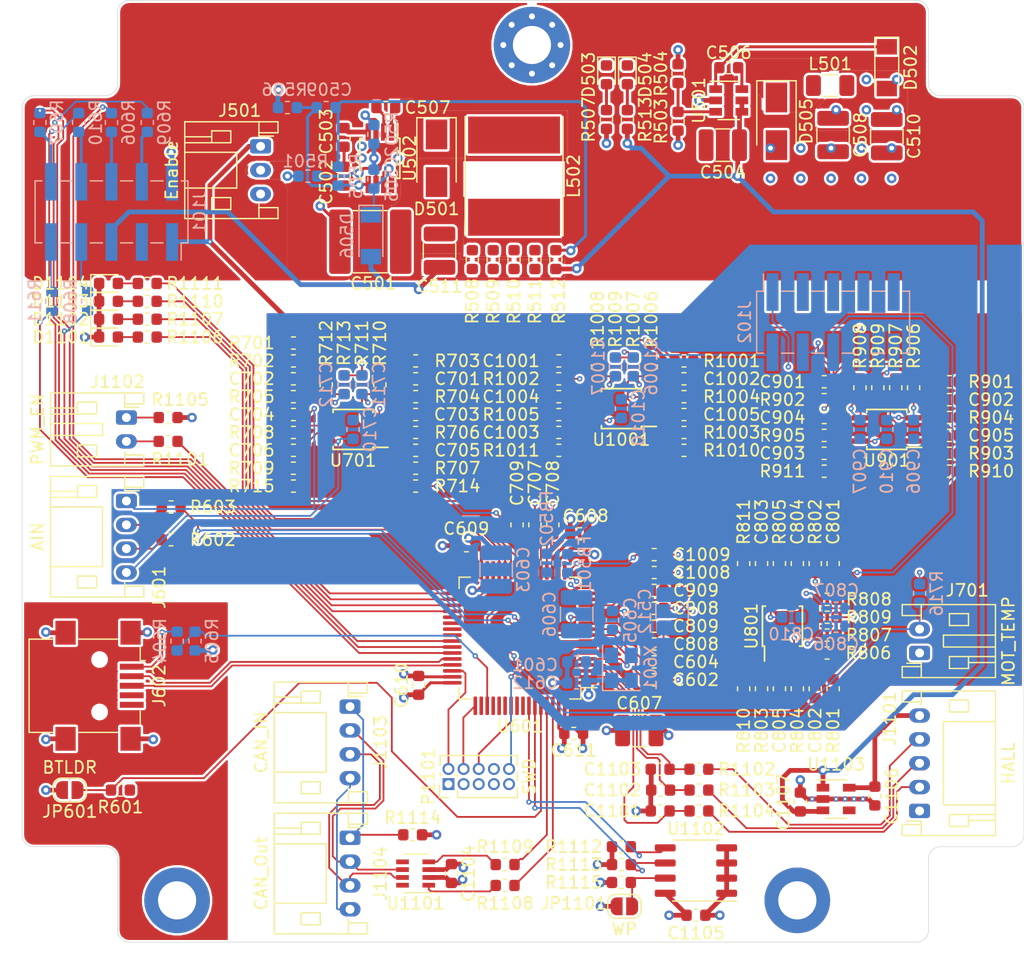
<source format=kicad_pcb>
(kicad_pcb (version 20171130) (host pcbnew "(5.1.4)-1")
  (layers (0 F.Cu signal) (1 In1.Cu signal) (2 In2.Cu signal) (31 B.Cu signal) (34 B.Paste user) (35 F.Paste user) (36 B.SilkS user) (37 F.SilkS user) (38 B.Mask user) (39 F.Mask user) (44 Edge.Cuts user))
  (net 0 "")
  (module Package_TO_SOT_SMD:SOT-23-6 (layer F.Cu) (at 154.93 63.07)
    (fp_text reference U501 (at -2.5 0 90) (layer F.SilkS))
    (fp_text value LMR12010Y)
    (pad 1 smd rect (at -1.1 -0.95) (size 1.06 0.65) (layers F.Cu F.Paste F.Mask))
    (pad 2 smd rect (at -1.1 0) (size 1.06 0.65) (layers F.Cu F.Paste F.Mask))
    (pad 3 smd rect (at -1.1 0.95) (size 1.06 0.65) (layers F.Cu F.Paste F.Mask))
    (pad 4 smd rect (at 1.1 0.95) (size 1.06 0.65) (layers F.Cu F.Paste F.Mask))
    (pad 6 smd rect (at 1.1 -0.95) (size 1.06 0.65) (layers F.Cu F.Paste F.Mask))
    (pad 5 smd rect (at 1.1 0) (size 1.06 0.65) (layers F.Cu F.Paste F.Mask))
  )
  (module Package_SO:MSOP-8_3x3mm_P0.65mm (layer F.Cu) (at 125.68 67.92 270)
    (fp_text reference U502 (at 0 -2.5 90) (layer F.SilkS))
    (fp_text value LM5008)
    (pad 1 smd rect (at -2.2 -0.975 270) (size 1.45 0.45) (layers F.Cu F.Paste F.Mask))
    (pad 2 smd rect (at -2.2 -0.325 270) (size 1.45 0.45) (layers F.Cu F.Paste F.Mask))
    (pad 3 smd rect (at -2.2 0.325 270) (size 1.45 0.45) (layers F.Cu F.Paste F.Mask))
    (pad 4 smd rect (at -2.2 0.975 270) (size 1.45 0.45) (layers F.Cu F.Paste F.Mask))
    (pad 5 smd rect (at 2.2 0.975 270) (size 1.45 0.45) (layers F.Cu F.Paste F.Mask))
    (pad 6 smd rect (at 2.2 0.325 270) (size 1.45 0.45) (layers F.Cu F.Paste F.Mask))
    (pad 7 smd rect (at 2.2 -0.325 270) (size 1.45 0.45) (layers F.Cu F.Paste F.Mask))
    (pad 8 smd rect (at 2.2 -0.975 270) (size 1.45 0.45) (layers F.Cu F.Paste F.Mask))
  )
  (module Resistor_SMD:R_0603_1608Metric (layer F.Cu) (at 136.18 128.92)
    (fp_text reference R1108 (at 0 1.5) (layer F.SilkS))
    (fp_text value 11R)
    (pad 1 smd roundrect (at -0.7875 0) (size 0.875 0.95) (layers F.Cu F.Paste F.Mask))
    (pad 2 smd roundrect (at 0.7875 0) (size 0.875 0.95) (layers F.Cu F.Paste F.Mask))
  )
  (module Resistor_SMD:R_0603_1608Metric (layer F.Cu) (at 136.18 127.17)
    (fp_text reference R1109 (at 0 -1.5) (layer F.SilkS))
    (fp_text value 11R)
    (pad 1 smd roundrect (at -0.7875 0) (size 0.875 0.95) (layers F.Cu F.Paste F.Mask))
    (pad 2 smd roundrect (at 0.7875 0) (size 0.875 0.95) (layers F.Cu F.Paste F.Mask))
  )
  (module Resistor_SMD:R_0603_1608Metric (layer F.Cu) (at 106.18 79.92)
    (fp_text reference R1110 (at 4 0) (layer F.SilkS))
    (fp_text value 510R)
    (pad 1 smd roundrect (at -0.7875 0) (size 0.875 0.95) (layers F.Cu F.Paste F.Mask))
    (pad 2 smd roundrect (at 0.7875 0) (size 0.875 0.95) (layers F.Cu F.Paste F.Mask))
  )
  (module Resistor_SMD:R_0603_1608Metric (layer F.Cu) (at 145.93 128.67 180)
    (fp_text reference R1115 (at 4 0) (layer F.SilkS))
    (fp_text value 11k)
    (pad 1 smd roundrect (at -0.7875 0 180) (size 0.875 0.95) (layers F.Cu F.Paste F.Mask))
    (pad 2 smd roundrect (at 0.7875 0 180) (size 0.875 0.95) (layers F.Cu F.Paste F.Mask))
  )
  (module Resistor_SMD:R_0603_1608Metric (layer F.Cu) (at 106.18 78.42)
    (fp_text reference R1111 (at 4 0) (layer F.SilkS))
    (fp_text value 510R)
    (pad 1 smd roundrect (at -0.7875 0) (size 0.875 0.95) (layers F.Cu F.Paste F.Mask))
    (pad 2 smd roundrect (at 0.7875 0) (size 0.875 0.95) (layers F.Cu F.Paste F.Mask))
  )
  (module Resistor_SMD:R_0603_1608Metric (layer F.Cu) (at 145.93 125.67)
    (fp_text reference R1112 (at -4 0) (layer F.SilkS))
    (fp_text value 11k)
    (pad 1 smd roundrect (at -0.7875 0) (size 0.875 0.95) (layers F.Cu F.Paste F.Mask))
    (pad 2 smd roundrect (at 0.7875 0) (size 0.875 0.95) (layers F.Cu F.Paste F.Mask))
  )
  (module Resistor_SMD:R_0603_1608Metric (layer F.Cu) (at 145.93 127.17)
    (fp_text reference R1113 (at -4 0) (layer F.SilkS))
    (fp_text value 11k)
    (pad 1 smd roundrect (at -0.7875 0) (size 0.875 0.95) (layers F.Cu F.Paste F.Mask))
    (pad 2 smd roundrect (at 0.7875 0) (size 0.875 0.95) (layers F.Cu F.Paste F.Mask))
  )
  (module Resistor_SMD:R_0603_1608Metric (layer F.Cu) (at 128.43 124.67)
    (fp_text reference R1114 (at 0 -1.43) (layer F.SilkS))
    (fp_text value 11R)
    (pad 1 smd roundrect (at -0.7875 0) (size 0.875 0.95) (layers F.Cu F.Paste F.Mask))
    (pad 2 smd roundrect (at 0.7875 0) (size 0.875 0.95) (layers F.Cu F.Paste F.Mask))
  )
  (module Package_QFP:LQFP-64_10x10mm_P0.5mm (layer F.Cu) (at 137.43 108.17 180)
    (fp_text reference U601 (at 0 -7.4) (layer F.SilkS))
    (fp_text value STM32F730R8Tx)
    (pad 1 smd roundrect (at -5.675 -3.75 180) (size 1.55 0.3) (layers F.Cu F.Paste F.Mask))
    (pad 2 smd roundrect (at -5.675 -3.25 180) (size 1.55 0.3) (layers F.Cu F.Paste F.Mask))
    (pad 3 smd roundrect (at -5.675 -2.75 180) (size 1.55 0.3) (layers F.Cu F.Paste F.Mask))
    (pad 4 smd roundrect (at -5.675 -2.25 180) (size 1.55 0.3) (layers F.Cu F.Paste F.Mask))
    (pad 5 smd roundrect (at -5.675 -1.75 180) (size 1.55 0.3) (layers F.Cu F.Paste F.Mask))
    (pad 6 smd roundrect (at -5.675 -1.25 180) (size 1.55 0.3) (layers F.Cu F.Paste F.Mask))
    (pad 7 smd roundrect (at -5.675 -0.75 180) (size 1.55 0.3) (layers F.Cu F.Paste F.Mask))
    (pad 8 smd roundrect (at -5.675 -0.25 180) (size 1.55 0.3) (layers F.Cu F.Paste F.Mask))
    (pad 9 smd roundrect (at -5.675 0.25 180) (size 1.55 0.3) (layers F.Cu F.Paste F.Mask))
    (pad 10 smd roundrect (at -5.675 0.75 180) (size 1.55 0.3) (layers F.Cu F.Paste F.Mask))
    (pad 11 smd roundrect (at -5.675 1.25 180) (size 1.55 0.3) (layers F.Cu F.Paste F.Mask))
    (pad 12 smd roundrect (at -5.675 1.75 180) (size 1.55 0.3) (layers F.Cu F.Paste F.Mask))
    (pad 13 smd roundrect (at -5.675 2.25 180) (size 1.55 0.3) (layers F.Cu F.Paste F.Mask))
    (pad 14 smd roundrect (at -5.675 2.75 180) (size 1.55 0.3) (layers F.Cu F.Paste F.Mask))
    (pad 15 smd roundrect (at -5.675 3.25 180) (size 1.55 0.3) (layers F.Cu F.Paste F.Mask))
    (pad 16 smd roundrect (at -5.675 3.75 180) (size 1.55 0.3) (layers F.Cu F.Paste F.Mask))
    (pad 17 smd roundrect (at -3.75 5.675 180) (size 0.3 1.55) (layers F.Cu F.Paste F.Mask))
    (pad 18 smd roundrect (at -3.25 5.675 180) (size 0.3 1.55) (layers F.Cu F.Paste F.Mask))
    (pad 19 smd roundrect (at -2.75 5.675 180) (size 0.3 1.55) (layers F.Cu F.Paste F.Mask))
    (pad 20 smd roundrect (at -2.25 5.675 180) (size 0.3 1.55) (layers F.Cu F.Paste F.Mask))
    (pad 21 smd roundrect (at -1.75 5.675 180) (size 0.3 1.55) (layers F.Cu F.Paste F.Mask))
    (pad 22 smd roundrect (at -1.25 5.675 180) (size 0.3 1.55) (layers F.Cu F.Paste F.Mask))
    (pad 23 smd roundrect (at -0.75 5.675 180) (size 0.3 1.55) (layers F.Cu F.Paste F.Mask))
    (pad 24 smd roundrect (at -0.25 5.675 180) (size 0.3 1.55) (layers F.Cu F.Paste F.Mask))
    (pad 25 smd roundrect (at 0.25 5.675 180) (size 0.3 1.55) (layers F.Cu F.Paste F.Mask))
    (pad 26 smd roundrect (at 0.75 5.675 180) (size 0.3 1.55) (layers F.Cu F.Paste F.Mask))
    (pad 27 smd roundrect (at 1.25 5.675 180) (size 0.3 1.55) (layers F.Cu F.Paste F.Mask))
    (pad 28 smd roundrect (at 1.75 5.675 180) (size 0.3 1.55) (layers F.Cu F.Paste F.Mask))
    (pad 29 smd roundrect (at 2.25 5.675 180) (size 0.3 1.55) (layers F.Cu F.Paste F.Mask))
    (pad 30 smd roundrect (at 2.75 5.675 180) (size 0.3 1.55) (layers F.Cu F.Paste F.Mask))
    (pad 31 smd roundrect (at 3.25 5.675 180) (size 0.3 1.55) (layers F.Cu F.Paste F.Mask))
    (pad 32 smd roundrect (at 3.75 5.675 180) (size 0.3 1.55) (layers F.Cu F.Paste F.Mask))
    (pad 33 smd roundrect (at 5.675 3.75 180) (size 1.55 0.3) (layers F.Cu F.Paste F.Mask))
    (pad 34 smd roundrect (at 5.675 3.25 180) (size 1.55 0.3) (layers F.Cu F.Paste F.Mask))
    (pad 35 smd roundrect (at 5.675 2.75 180) (size 1.55 0.3) (layers F.Cu F.Paste F.Mask))
    (pad 36 smd roundrect (at 5.675 2.25 180) (size 1.55 0.3) (layers F.Cu F.Paste F.Mask))
    (pad 37 smd roundrect (at 5.675 1.75 180) (size 1.55 0.3) (layers F.Cu F.Paste F.Mask))
    (pad 38 smd roundrect (at 5.675 1.25 180) (size 1.55 0.3) (layers F.Cu F.Paste F.Mask))
    (pad 39 smd roundrect (at 5.675 0.75 180) (size 1.55 0.3) (layers F.Cu F.Paste F.Mask))
    (pad 40 smd roundrect (at 5.675 0.25 180) (size 1.55 0.3) (layers F.Cu F.Paste F.Mask))
    (pad 41 smd roundrect (at 5.675 -0.25 180) (size 1.55 0.3) (layers F.Cu F.Paste F.Mask))
    (pad 42 smd roundrect (at 5.675 -0.75 180) (size 1.55 0.3) (layers F.Cu F.Paste F.Mask))
    (pad 43 smd roundrect (at 5.675 -1.25 180) (size 1.55 0.3) (layers F.Cu F.Paste F.Mask))
    (pad 44 smd roundrect (at 5.675 -1.75 180) (size 1.55 0.3) (layers F.Cu F.Paste F.Mask))
    (pad 45 smd roundrect (at 5.675 -2.25 180) (size 1.55 0.3) (layers F.Cu F.Paste F.Mask))
    (pad 46 smd roundrect (at 5.675 -2.75 180) (size 1.55 0.3) (layers F.Cu F.Paste F.Mask))
    (pad 47 smd roundrect (at 5.675 -3.25 180) (size 1.55 0.3) (layers F.Cu F.Paste F.Mask))
    (pad 48 smd roundrect (at 5.675 -3.75 180) (size 1.55 0.3) (layers F.Cu F.Paste F.Mask))
    (pad 49 smd roundrect (at 3.75 -5.675 180) (size 0.3 1.55) (layers F.Cu F.Paste F.Mask))
    (pad 50 smd roundrect (at 3.25 -5.675 180) (size 0.3 1.55) (layers F.Cu F.Paste F.Mask))
    (pad 51 smd roundrect (at 2.75 -5.675 180) (size 0.3 1.55) (layers F.Cu F.Paste F.Mask))
    (pad 52 smd roundrect (at 2.25 -5.675 180) (size 0.3 1.55) (layers F.Cu F.Paste F.Mask))
    (pad 53 smd roundrect (at 1.75 -5.675 180) (size 0.3 1.55) (layers F.Cu F.Paste F.Mask))
    (pad 54 smd roundrect (at 1.25 -5.675 180) (size 0.3 1.55) (layers F.Cu F.Paste F.Mask))
    (pad 55 smd roundrect (at 0.75 -5.675 180) (size 0.3 1.55) (layers F.Cu F.Paste F.Mask))
    (pad 56 smd roundrect (at 0.25 -5.675 180) (size 0.3 1.55) (layers F.Cu F.Paste F.Mask))
    (pad 57 smd roundrect (at -0.25 -5.675 180) (size 0.3 1.55) (layers F.Cu F.Paste F.Mask))
    (pad 58 smd roundrect (at -0.75 -5.675 180) (size 0.3 1.55) (layers F.Cu F.Paste F.Mask))
    (pad 59 smd roundrect (at -1.25 -5.675 180) (size 0.3 1.55) (layers F.Cu F.Paste F.Mask))
    (pad 60 smd roundrect (at -1.75 -5.675 180) (size 0.3 1.55) (layers F.Cu F.Paste F.Mask))
    (pad 61 smd roundrect (at -2.25 -5.675 180) (size 0.3 1.55) (layers F.Cu F.Paste F.Mask))
    (pad 62 smd roundrect (at -2.75 -5.675 180) (size 0.3 1.55) (layers F.Cu F.Paste F.Mask))
    (pad 63 smd roundrect (at -3.25 -5.675 180) (size 0.3 1.55) (layers F.Cu F.Paste F.Mask))
    (pad 64 smd roundrect (at -3.75 -5.675 180) (size 0.3 1.55) (layers F.Cu F.Paste F.Mask))
  )
  (module Resistor_SMD:R_0603_1608Metric (layer B.Cu) (at 125.18 65.92 90)
    (fp_text reference R502 (at 0 1.5 90) (layer B.SilkS) (effects (justify mirror)))
    (fp_text value 100k)
    (pad 1 smd roundrect (at -0.7875 0 90) (size 0.875 0.95) (layers B.Cu B.Paste B.Mask))
    (pad 2 smd roundrect (at 0.7875 0 90) (size 0.875 0.95) (layers B.Cu B.Paste B.Mask))
  )
  (module Resistor_SMD:R_0603_1608Metric (layer B.Cu) (at 119.6425 69.42 180)
    (fp_text reference R501 (at 0.2125 1.25) (layer B.SilkS) (effects (justify mirror)))
    (fp_text value 220k)
    (pad 1 smd roundrect (at -0.7875 0 180) (size 0.875 0.95) (layers B.Cu B.Paste B.Mask))
    (pad 2 smd roundrect (at 0.7875 0 180) (size 0.875 0.95) (layers B.Cu B.Paste B.Mask))
  )
  (module Resistor_SMD:R_0603_1608Metric (layer F.Cu) (at 144.68 64.67 270)
    (fp_text reference R507 (at 0 1.5 90) (layer F.SilkS))
    (fp_text value 510R)
    (pad 1 smd roundrect (at -0.7875 0 270) (size 0.875 0.95) (layers F.Cu F.Paste F.Mask))
    (pad 2 smd roundrect (at 0.7875 0 270) (size 0.875 0.95) (layers F.Cu F.Paste F.Mask))
  )
  (module Resistor_SMD:R_0603_1608Metric (layer F.Cu) (at 146.43 64.67 90)
    (fp_text reference R513 (at 0 1.5 90) (layer F.SilkS))
    (fp_text value 910R)
    (pad 1 smd roundrect (at -0.7875 0 90) (size 0.875 0.95) (layers F.Cu F.Paste F.Mask))
    (pad 2 smd roundrect (at 0.7875 0 90) (size 0.875 0.95) (layers F.Cu F.Paste F.Mask))
  )
  (module Resistor_SMD:R_0603_1608Metric (layer F.Cu) (at 140.43 76.42 90)
    (fp_text reference R512 (at -3.5 0.25 90) (layer F.SilkS))
    (fp_text value 11R)
    (pad 1 smd roundrect (at -0.7875 0 90) (size 0.875 0.95) (layers F.Cu F.Paste F.Mask))
    (pad 2 smd roundrect (at 0.7875 0 90) (size 0.875 0.95) (layers F.Cu F.Paste F.Mask))
  )
  (module Resistor_SMD:R_0603_1608Metric (layer B.Cu) (at 110.18 108.42 90)
    (fp_text reference R605 (at 0 1.43 -90) (layer B.SilkS) (effects (justify mirror)))
    (fp_text value 11k)
    (pad 1 smd roundrect (at -0.7875 0 90) (size 0.875 0.95) (layers B.Cu B.Paste B.Mask))
    (pad 2 smd roundrect (at 0.7875 0 90) (size 0.875 0.95) (layers B.Cu B.Paste B.Mask))
  )
  (module Resistor_SMD:R_0603_1608Metric (layer F.Cu) (at 150.68 60.82 90)
    (fp_text reference R504 (at 0 -1.43 90) (layer F.SilkS))
    (fp_text value 34k)
    (pad 1 smd roundrect (at -0.7875 0 90) (size 0.875 0.95) (layers F.Cu F.Paste F.Mask))
    (pad 2 smd roundrect (at 0.7875 0 90) (size 0.875 0.95) (layers F.Cu F.Paste F.Mask))
  )
  (module Resistor_SMD:R_0603_1608Metric (layer B.Cu) (at 122.18 69.42 90)
    (fp_text reference R505 (at 0 1.5 90) (layer B.SilkS) (effects (justify mirror)))
    (fp_text value 11k)
    (pad 1 smd roundrect (at -0.7875 0 90) (size 0.875 0.95) (layers B.Cu B.Paste B.Mask))
    (pad 2 smd roundrect (at 0.7875 0 90) (size 0.875 0.95) (layers B.Cu B.Paste B.Mask))
  )
  (module Resistor_SMD:R_0603_1608Metric (layer F.Cu) (at 135.18 76.42 90)
    (fp_text reference R509 (at -3.5 0 90) (layer F.SilkS))
    (fp_text value 11R)
    (pad 1 smd roundrect (at -0.7875 0 90) (size 0.875 0.95) (layers F.Cu F.Paste F.Mask))
    (pad 2 smd roundrect (at 0.7875 0 90) (size 0.875 0.95) (layers F.Cu F.Paste F.Mask))
  )
  (module Resistor_SMD:R_0603_1608Metric (layer B.Cu) (at 117.93 63.67)
    (fp_text reference R506 (at -0.25 -1.5) (layer B.SilkS) (effects (justify mirror)))
    (fp_text value 2k7)
    (pad 1 smd roundrect (at -0.7875 0) (size 0.875 0.95) (layers B.Cu B.Paste B.Mask))
    (pad 2 smd roundrect (at 0.7875 0) (size 0.875 0.95) (layers B.Cu B.Paste B.Mask))
  )
  (module Resistor_SMD:R_0603_1608Metric (layer F.Cu) (at 138.68 76.42 90)
    (fp_text reference R511 (at -3.5 0 90) (layer F.SilkS))
    (fp_text value 11R)
    (pad 1 smd roundrect (at -0.7875 0 90) (size 0.875 0.95) (layers F.Cu F.Paste F.Mask))
    (pad 2 smd roundrect (at 0.7875 0 90) (size 0.875 0.95) (layers F.Cu F.Paste F.Mask))
  )
  (module Resistor_SMD:R_0603_1608Metric (layer F.Cu) (at 103.93 120.92 180)
    (fp_text reference R601 (at 0 -1.43) (layer F.SilkS))
    (fp_text value 11k)
    (pad 1 smd roundrect (at -0.7875 0 180) (size 0.875 0.95) (layers F.Cu F.Paste F.Mask))
    (pad 2 smd roundrect (at 0.7875 0 180) (size 0.875 0.95) (layers F.Cu F.Paste F.Mask))
  )
  (module Resistor_SMD:R_0603_1608Metric (layer F.Cu) (at 108.18 97.17)
    (fp_text reference R603 (at 3.5 0) (layer F.SilkS))
    (fp_text value 11k)
    (pad 1 smd roundrect (at -0.7875 0) (size 0.875 0.95) (layers F.Cu F.Paste F.Mask))
    (pad 2 smd roundrect (at 0.7875 0) (size 0.875 0.95) (layers F.Cu F.Paste F.Mask))
  )
  (module Resistor_SMD:R_0603_1608Metric (layer F.Cu) (at 150.68 64.82 90)
    (fp_text reference R503 (at 0 -1.43 90) (layer F.SilkS))
    (fp_text value 11k)
    (pad 1 smd roundrect (at -0.7875 0 90) (size 0.875 0.95) (layers F.Cu F.Paste F.Mask))
    (pad 2 smd roundrect (at 0.7875 0 90) (size 0.875 0.95) (layers F.Cu F.Paste F.Mask))
  )
  (module Resistor_SMD:R_0603_1608Metric (layer F.Cu) (at 133.43 76.42 90)
    (fp_text reference R508 (at -3.5 0 90) (layer F.SilkS))
    (fp_text value 11R)
    (pad 1 smd roundrect (at -0.7875 0 90) (size 0.875 0.95) (layers F.Cu F.Paste F.Mask))
    (pad 2 smd roundrect (at 0.7875 0 90) (size 0.875 0.95) (layers F.Cu F.Paste F.Mask))
  )
  (module Resistor_SMD:R_0603_1608Metric (layer F.Cu) (at 136.93 76.42 90)
    (fp_text reference R510 (at -3.5 0 90) (layer F.SilkS))
    (fp_text value 11R)
    (pad 1 smd roundrect (at -0.7875 0 90) (size 0.875 0.95) (layers F.Cu F.Paste F.Mask))
    (pad 2 smd roundrect (at 0.7875 0 90) (size 0.875 0.95) (layers F.Cu F.Paste F.Mask))
  )
  (module Resistor_SMD:R_0603_1608Metric (layer B.Cu) (at 108.68 108.42 270)
    (fp_text reference R604 (at 0 1.43 270) (layer B.SilkS) (effects (justify mirror)))
    (fp_text value 4k7)
    (pad 1 smd roundrect (at -0.7875 0 270) (size 0.875 0.95) (layers B.Cu B.Paste B.Mask))
    (pad 2 smd roundrect (at 0.7875 0 270) (size 0.875 0.95) (layers B.Cu B.Paste B.Mask))
  )
  (module Resistor_SMD:R_0603_1608Metric (layer F.Cu) (at 118.43 84.92 180)
    (fp_text reference R702 (at 3.5 0) (layer F.SilkS))
    (fp_text value "560R 0.1%")
    (pad 1 smd roundrect (at -0.7875 0 180) (size 0.875 0.95) (layers F.Cu F.Paste F.Mask))
    (pad 2 smd roundrect (at 0.7875 0 180) (size 0.875 0.95) (layers F.Cu F.Paste F.Mask))
  )
  (module Resistor_SMD:R_0603_1608Metric (layer F.Cu) (at 108.18 99.92)
    (fp_text reference R602 (at 3.5 0) (layer F.SilkS))
    (fp_text value 11k)
    (pad 1 smd roundrect (at -0.7875 0) (size 0.875 0.95) (layers F.Cu F.Paste F.Mask))
    (pad 2 smd roundrect (at 0.7875 0) (size 0.875 0.95) (layers F.Cu F.Paste F.Mask))
  )
  (module Resistor_SMD:R_0603_1608Metric (layer F.Cu) (at 118.43 83.42 180)
    (fp_text reference R701 (at 3.5 0) (layer F.SilkS))
    (fp_text value "10k 0.1%")
    (pad 1 smd roundrect (at -0.7875 0 180) (size 0.875 0.95) (layers F.Cu F.Paste F.Mask))
    (pad 2 smd roundrect (at 0.7875 0 180) (size 0.875 0.95) (layers F.Cu F.Paste F.Mask))
  )
  (module Resistor_SMD:R_0603_1608Metric (layer B.Cu) (at 139.68 101.8825 90)
    (fp_text reference FB502 (at 3.75 0 90) (layer B.SilkS) (effects (justify mirror)))
    (fp_text value Ferrite_Bead_Small)
    (pad 1 smd roundrect (at -0.7875 0 90) (size 0.875 0.95) (layers B.Cu B.Paste B.Mask))
    (pad 2 smd roundrect (at 0.7875 0 90) (size 0.875 0.95) (layers B.Cu B.Paste B.Mask))
  )
  (module Connector_PinHeader_2.54mm:PinHeader_2x05_P2.54mm_Vertical_SMD (layer B.Cu) (at 103.18 72.42 90)
    (fp_text reference J101 (at 0 7.41 90) (layer B.SilkS) (effects (justify mirror)))
    (fp_text value PWM)
    (pad 1 smd rect (at -2.525 5.08 90) (size 3.15 1) (layers B.Cu B.Paste B.Mask))
    (pad 2 smd rect (at 2.525 5.08 90) (size 3.15 1) (layers B.Cu B.Paste B.Mask))
    (pad 3 smd rect (at -2.525 2.54 90) (size 3.15 1) (layers B.Cu B.Paste B.Mask))
    (pad 4 smd rect (at 2.525 2.54 90) (size 3.15 1) (layers B.Cu B.Paste B.Mask))
    (pad 5 smd rect (at -2.525 0 90) (size 3.15 1) (layers B.Cu B.Paste B.Mask))
    (pad 6 smd rect (at 2.525 0 90) (size 3.15 1) (layers B.Cu B.Paste B.Mask))
    (pad 7 smd rect (at -2.525 -2.54 90) (size 3.15 1) (layers B.Cu B.Paste B.Mask))
    (pad 8 smd rect (at 2.525 -2.54 90) (size 3.15 1) (layers B.Cu B.Paste B.Mask))
    (pad 9 smd rect (at -2.525 -5.08 90) (size 3.15 1) (layers B.Cu B.Paste B.Mask))
    (pad 10 smd rect (at 2.525 -5.08 90) (size 3.15 1) (layers B.Cu B.Paste B.Mask))
  )
  (module Connector_PinHeader_2.54mm:PinHeader_2x05_P2.54mm_Vertical_SMD (layer B.Cu) (at 163.68 81.67 270)
    (fp_text reference J102 (at 0 7.41 270) (layer B.SilkS) (effects (justify mirror)))
    (fp_text value ADC)
    (pad 1 smd rect (at -2.525 5.08 270) (size 3.15 1) (layers B.Cu B.Paste B.Mask))
    (pad 2 smd rect (at 2.525 5.08 270) (size 3.15 1) (layers B.Cu B.Paste B.Mask))
    (pad 3 smd rect (at -2.525 2.54 270) (size 3.15 1) (layers B.Cu B.Paste B.Mask))
    (pad 4 smd rect (at 2.525 2.54 270) (size 3.15 1) (layers B.Cu B.Paste B.Mask))
    (pad 5 smd rect (at -2.525 0 270) (size 3.15 1) (layers B.Cu B.Paste B.Mask))
    (pad 6 smd rect (at 2.525 0 270) (size 3.15 1) (layers B.Cu B.Paste B.Mask))
    (pad 7 smd rect (at -2.525 -2.54 270) (size 3.15 1) (layers B.Cu B.Paste B.Mask))
    (pad 8 smd rect (at 2.525 -2.54 270) (size 3.15 1) (layers B.Cu B.Paste B.Mask))
    (pad 9 smd rect (at -2.525 -5.08 270) (size 3.15 1) (layers B.Cu B.Paste B.Mask))
    (pad 10 smd rect (at 2.525 -5.08 270) (size 3.15 1) (layers B.Cu B.Paste B.Mask))
  )
  (module Jumper:SolderJumper-2_P1.3mm_Open_RoundedPad1.0x1.5mm (layer F.Cu) (at 99.68 120.92 180)
    (fp_text reference JP601 (at 0 -1.8) (layer F.SilkS))
    (fp_text value BTLDR (at 0 1.9) (layer F.SilkS))
    (pad 1 smd custom (at -0.65 0 180) (size 1 0.5) (layers F.Cu F.Mask) (options (clearance outline) (anchor rect)) (primitives (gr_circle (center 0 0.25) (end 0.5 0.25) (width 0)) (gr_circle (center 0 -0.25) (end 0.5 -0.25) (width 0)) (gr_poly (pts (xy 0 -0.75) (xy 0.5 -0.75) (xy 0.5 0.75) (xy 0 0.75)) (width 0))))
    (pad 2 smd custom (at 0.65 0 180) (size 1 0.5) (layers F.Cu F.Mask) (options (clearance outline) (anchor rect)) (primitives (gr_circle (center 0 0.25) (end 0.5 0.25) (width 0)) (gr_circle (center 0 -0.25) (end 0.5 -0.25) (width 0)) (gr_poly (pts (xy 0 -0.75) (xy -0.5 -0.75) (xy -0.5 0.75) (xy 0 0.75)) (width 0))))
  )
  (module Inductor_SMD:L_Taiyo-Yuden_NR-80xx_HandSoldering (layer F.Cu) (at 136.93 69.42 270)
    (fp_text reference L502 (at 0 -5 90) (layer F.SilkS))
    (fp_text value 330u)
    (pad 1 smd rect (at -3.45 0 270) (size 3.1 7.7) (layers F.Cu F.Paste F.Mask))
    (pad 2 smd rect (at 3.45 0 270) (size 3.1 7.7) (layers F.Cu F.Paste F.Mask))
  )
  (module Connector_PinHeader_1.27mm:PinHeader_2x05_P1.27mm_Vertical (layer F.Cu) (at 131.43 120.42 90)
    (fp_text reference P1101 (at 0.635 -1.695 90) (layer F.SilkS))
    (fp_text value SWD (at 0.635 6.775 90) (layer F.SilkS))
    (pad 1 thru_hole rect (at 0 0 90) (size 1 1) (drill 0.65) (layers *.Cu *.Mask))
    (pad 2 thru_hole oval (at 1.27 0 90) (size 1 1) (drill 0.65) (layers *.Cu *.Mask))
    (pad 3 thru_hole oval (at 0 1.27 90) (size 1 1) (drill 0.65) (layers *.Cu *.Mask))
    (pad 4 thru_hole oval (at 1.27 1.27 90) (size 1 1) (drill 0.65) (layers *.Cu *.Mask))
    (pad 5 thru_hole oval (at 0 2.54 90) (size 1 1) (drill 0.65) (layers *.Cu *.Mask))
    (pad 6 thru_hole oval (at 1.27 2.54 90) (size 1 1) (drill 0.65) (layers *.Cu *.Mask))
    (pad 7 thru_hole oval (at 0 3.81 90) (size 1 1) (drill 0.65) (layers *.Cu *.Mask))
    (pad 8 thru_hole oval (at 1.27 3.81 90) (size 1 1) (drill 0.65) (layers *.Cu *.Mask))
    (pad 9 thru_hole oval (at 0 5.08 90) (size 1 1) (drill 0.65) (layers *.Cu *.Mask))
    (pad 10 thru_hole oval (at 1.27 5.08 90) (size 1 1) (drill 0.65) (layers *.Cu *.Mask))
  )
  (module Connector_USB:USB_Mini-B_Lumberg_2486_01_Horizontal (layer F.Cu) (at 102.18 112.17 270)
    (fp_text reference J602 (at 0 -5 90) (layer F.SilkS))
    (fp_text value USB_B_Mini)
    (pad 1 smd rect (at -1.6 -2.7 270) (size 0.5 2) (layers F.Cu F.Paste F.Mask))
    (pad 2 smd rect (at -0.8 -2.7 270) (size 0.5 2) (layers F.Cu F.Paste F.Mask))
    (pad 3 smd rect (at 0 -2.7 270) (size 0.5 2) (layers F.Cu F.Paste F.Mask))
    (pad 4 smd rect (at 0.8 -2.7 270) (size 0.5 2) (layers F.Cu F.Paste F.Mask))
    (pad 5 smd rect (at 1.6 -2.7 270) (size 0.5 2) (layers F.Cu F.Paste F.Mask))
    (pad 6 smd rect (at -4.45 -2.6 270) (size 2 1.7) (layers F.Cu F.Paste F.Mask))
    (pad 6 smd rect (at -4.45 2.85 270) (size 2 1.7) (layers F.Cu F.Paste F.Mask))
    (pad 6 smd rect (at 4.45 -2.6 270) (size 2 1.7) (layers F.Cu F.Paste F.Mask))
    (pad 6 smd rect (at 4.45 2.85 270) (size 2 1.7) (layers F.Cu F.Paste F.Mask))
    (pad "" np_thru_hole circle (at -2.2 0 270) (size 1 1) (drill 1) (layers *.Cu *.Mask))
    (pad "" np_thru_hole circle (at 2.2 0 270) (size 1 1) (drill 1) (layers *.Cu *.Mask))
  )
  (module Jumper:SolderJumper-2_P1.3mm_Open_RoundedPad1.0x1.5mm (layer F.Cu) (at 146.18 130.67)
    (fp_text reference JP1101 (at -4.25 -0.25) (layer F.SilkS))
    (fp_text value WP (at 0 1.9) (layer F.SilkS))
    (pad 1 smd custom (at -0.65 0) (size 1 0.5) (layers F.Cu F.Mask) (options (clearance outline) (anchor rect)) (primitives (gr_circle (center 0 0.25) (end 0.5 0.25) (width 0)) (gr_circle (center 0 -0.25) (end 0.5 -0.25) (width 0)) (gr_poly (pts (xy 0 -0.75) (xy 0.5 -0.75) (xy 0.5 0.75) (xy 0 0.75)) (width 0))))
    (pad 2 smd custom (at 0.65 0) (size 1 0.5) (layers F.Cu F.Mask) (options (clearance outline) (anchor rect)) (primitives (gr_circle (center 0 0.25) (end 0.5 0.25) (width 0)) (gr_circle (center 0 -0.25) (end 0.5 -0.25) (width 0)) (gr_poly (pts (xy 0 -0.75) (xy -0.5 -0.75) (xy -0.5 0.75) (xy 0 0.75)) (width 0))))
  )
  (module Inductor_SMD:L_1206_3216Metric (layer F.Cu) (at 163.43 61.82)
    (fp_text reference L501 (at 0 -1.82) (layer F.SilkS))
    (fp_text value 4u7)
    (pad 1 smd roundrect (at -1.4 0) (size 1.25 1.75) (layers F.Cu F.Paste F.Mask) (roundrect_rratio 0.2))
    (pad 2 smd roundrect (at 1.4 0) (size 1.25 1.75) (layers F.Cu F.Paste F.Mask) (roundrect_rratio 0.2))
  )
  (module Capacitor_SMD:C_0603_1608Metric (layer B.Cu) (at 145.93 88.92 90)
    (fp_text reference C1010 (at -0.75 1.43 90) (layer B.SilkS) (effects (justify mirror)))
    (fp_text value 100n)
    (pad 1 smd roundrect (at -0.7875 0 90) (size 0.875 0.95) (layers B.Cu B.Paste B.Mask))
    (pad 2 smd roundrect (at 0.7875 0 90) (size 0.875 0.95) (layers B.Cu B.Paste B.Mask))
  )
  (module Capacitor_SMD:C_0603_1608Metric (layer B.Cu) (at 146.93 85.42 270)
    (fp_text reference C1006 (at 0 -1.5 270) (layer B.SilkS) (effects (justify mirror)))
    (fp_text value 100n)
    (pad 1 smd roundrect (at -0.7875 0 270) (size 0.875 0.95) (layers B.Cu B.Paste B.Mask))
    (pad 2 smd roundrect (at 0.7875 0 270) (size 0.875 0.95) (layers B.Cu B.Paste B.Mask))
  )
  (module Capacitor_SMD:C_0603_1608Metric (layer B.Cu) (at 145.43 85.42 270)
    (fp_text reference C1007 (at 0 1.43 90) (layer B.SilkS) (effects (justify mirror)))
    (fp_text value 100n)
    (pad 1 smd roundrect (at -0.7875 0 270) (size 0.875 0.95) (layers B.Cu B.Paste B.Mask))
    (pad 2 smd roundrect (at 0.7875 0 270) (size 0.875 0.95) (layers B.Cu B.Paste B.Mask))
  )
  (module LED_SMD:LED_0603_1608Metric (layer F.Cu) (at 144.68 60.92 270)
    (fp_text reference D503 (at 0 1.5 90) (layer F.SilkS))
    (fp_text value 3V3)
    (pad 1 smd roundrect (at -0.7875 0 270) (size 0.875 0.95) (layers F.Cu F.Paste F.Mask))
    (pad 2 smd roundrect (at 0.7875 0 270) (size 0.875 0.95) (layers F.Cu F.Paste F.Mask))
  )
  (module Resistor_SMD:R_0603_1608Metric (layer B.Cu) (at 141.43 101.92 90)
    (fp_text reference FB501 (at 0 1.43 90) (layer B.SilkS) (effects (justify mirror)))
    (fp_text value Ferrite_Bead_Small)
    (pad 1 smd roundrect (at -0.7875 0 90) (size 0.875 0.95) (layers B.Cu B.Paste B.Mask))
    (pad 2 smd roundrect (at 0.7875 0 90) (size 0.875 0.95) (layers B.Cu B.Paste B.Mask))
  )
  (module Capacitor_SMD:C_0603_1608Metric (layer F.Cu) (at 148.68 101.17 180)
    (fp_text reference C1009 (at -4 0) (layer F.SilkS))
    (fp_text value 10n)
    (pad 1 smd roundrect (at -0.7875 0 180) (size 0.875 0.95) (layers F.Cu F.Paste F.Mask))
    (pad 2 smd roundrect (at 0.7875 0 180) (size 0.875 0.95) (layers F.Cu F.Paste F.Mask))
  )
  (module Capacitor_SMD:C_0603_1608Metric (layer F.Cu) (at 149.2175 120.92 180)
    (fp_text reference C1102 (at 4.0375 0) (layer F.SilkS))
    (fp_text value 100n)
    (pad 1 smd roundrect (at -0.7875 0 180) (size 0.875 0.95) (layers F.Cu F.Paste F.Mask))
    (pad 2 smd roundrect (at 0.7875 0 180) (size 0.875 0.95) (layers F.Cu F.Paste F.Mask))
  )
  (module Capacitor_SMD:C_0603_1608Metric (layer F.Cu) (at 151.18 86.42)
    (fp_text reference C1002 (at 4 0) (layer F.SilkS))
    (fp_text value 1n)
    (pad 1 smd roundrect (at -0.7875 0) (size 0.875 0.95) (layers F.Cu F.Paste F.Mask))
    (pad 2 smd roundrect (at 0.7875 0) (size 0.875 0.95) (layers F.Cu F.Paste F.Mask))
  )
  (module Capacitor_SMD:C_0603_1608Metric (layer F.Cu) (at 160.93 121.92 90)
    (fp_text reference C1107 (at 0 -1.43 90) (layer F.SilkS))
    (fp_text value 1u)
    (pad 1 smd roundrect (at -0.7875 0 90) (size 0.875 0.95) (layers F.Cu F.Paste F.Mask))
    (pad 2 smd roundrect (at 0.7875 0 90) (size 0.875 0.95) (layers F.Cu F.Paste F.Mask))
  )
  (module Capacitor_SMD:C_0603_1608Metric (layer F.Cu) (at 151.18 89.42 180)
    (fp_text reference C1005 (at -4 0) (layer F.SilkS))
    (fp_text value 100p)
    (pad 1 smd roundrect (at -0.7875 0 180) (size 0.875 0.95) (layers F.Cu F.Paste F.Mask))
    (pad 2 smd roundrect (at 0.7875 0 180) (size 0.875 0.95) (layers F.Cu F.Paste F.Mask))
  )
  (module Capacitor_SMD:C_0603_1608Metric (layer F.Cu) (at 149.18 119.17 180)
    (fp_text reference C1103 (at 4 0) (layer F.SilkS))
    (fp_text value 100n)
    (pad 1 smd roundrect (at -0.7875 0 180) (size 0.875 0.95) (layers F.Cu F.Paste F.Mask))
    (pad 2 smd roundrect (at 0.7875 0 180) (size 0.875 0.95) (layers F.Cu F.Paste F.Mask))
  )
  (module Capacitor_SMD:C_0603_1608Metric (layer F.Cu) (at 167.18 121.42 270)
    (fp_text reference C1106 (at 0 -1.43 90) (layer F.SilkS))
    (fp_text value 1u)
    (pad 1 smd roundrect (at -0.7875 0 270) (size 0.875 0.95) (layers F.Cu F.Paste F.Mask))
    (pad 2 smd roundrect (at 0.7875 0 270) (size 0.875 0.95) (layers F.Cu F.Paste F.Mask))
  )
  (module LED_SMD:LED_0603_1608Metric (layer F.Cu) (at 146.43 60.92 270)
    (fp_text reference D504 (at 0 -1.5 90) (layer F.SilkS))
    (fp_text value 12V)
    (pad 1 smd roundrect (at -0.7875 0 270) (size 0.875 0.95) (layers F.Cu F.Paste F.Mask))
    (pad 2 smd roundrect (at 0.7875 0 270) (size 0.875 0.95) (layers F.Cu F.Paste F.Mask))
  )
  (module LED_SMD:LED_0603_1608Metric (layer F.Cu) (at 102.93 82.92)
    (fp_text reference D1101 (at -4 0) (layer F.SilkS))
    (fp_text value RUN)
    (pad 1 smd roundrect (at -0.7875 0) (size 0.875 0.95) (layers F.Cu F.Paste F.Mask))
    (pad 2 smd roundrect (at 0.7875 0) (size 0.875 0.95) (layers F.Cu F.Paste F.Mask))
  )
  (module Diode_SMD:D_SMA (layer F.Cu) (at 130.43 67.92 270)
    (fp_text reference D501 (at 4.25 0 180) (layer F.SilkS))
    (fp_text value SS110R3G)
    (pad 1 smd rect (at -2 0 270) (size 2.5 1.8) (layers F.Cu F.Paste F.Mask))
    (pad 2 smd rect (at 2 0 270) (size 2.5 1.8) (layers F.Cu F.Paste F.Mask))
  )
  (module Capacitor_SMD:C_0603_1608Metric (layer F.Cu) (at 131.68 127.92 270)
    (fp_text reference C1104 (at 0 -1.43 90) (layer F.SilkS))
    (fp_text value 100n)
    (pad 1 smd roundrect (at -0.7875 0 270) (size 0.875 0.95) (layers F.Cu F.Paste F.Mask))
    (pad 2 smd roundrect (at 0.7875 0 270) (size 0.875 0.95) (layers F.Cu F.Paste F.Mask))
  )
  (module Capacitor_SMD:C_0603_1608Metric (layer F.Cu) (at 162.93 89.67 180)
    (fp_text reference C904 (at 3.5 0) (layer F.SilkS))
    (fp_text value 10n)
    (pad 1 smd roundrect (at -0.7875 0 180) (size 0.875 0.95) (layers F.Cu F.Paste F.Mask))
    (pad 2 smd roundrect (at 0.7875 0 180) (size 0.875 0.95) (layers F.Cu F.Paste F.Mask))
  )
  (module Capacitor_SMD:C_0603_1608Metric (layer F.Cu) (at 173.43 91.17 180)
    (fp_text reference C905 (at -3.5 0) (layer F.SilkS))
    (fp_text value 100p)
    (pad 1 smd roundrect (at -0.7875 0 180) (size 0.875 0.95) (layers F.Cu F.Paste F.Mask))
    (pad 2 smd roundrect (at 0.7875 0 180) (size 0.875 0.95) (layers F.Cu F.Paste F.Mask))
  )
  (module Capacitor_SMD:C_0603_1608Metric (layer B.Cu) (at 170.43 90.67 90)
    (fp_text reference C906 (at -3.5 0 90) (layer B.SilkS) (effects (justify mirror)))
    (fp_text value 100n)
    (pad 1 smd roundrect (at -0.7875 0 90) (size 0.875 0.95) (layers B.Cu B.Paste B.Mask))
    (pad 2 smd roundrect (at 0.7875 0 90) (size 0.875 0.95) (layers B.Cu B.Paste B.Mask))
  )
  (module Capacitor_SMD:C_0603_1608Metric (layer B.Cu) (at 165.93 90.67 90)
    (fp_text reference C907 (at -3.5 0 90) (layer B.SilkS) (effects (justify mirror)))
    (fp_text value 100n)
    (pad 1 smd roundrect (at -0.7875 0 90) (size 0.875 0.95) (layers B.Cu B.Paste B.Mask))
    (pad 2 smd roundrect (at 0.7875 0 90) (size 0.875 0.95) (layers B.Cu B.Paste B.Mask))
  )
  (module Capacitor_SMD:C_0603_1608Metric (layer F.Cu) (at 148.68 104.17 180)
    (fp_text reference C909 (at -3.5 0) (layer F.SilkS))
    (fp_text value 10n)
    (pad 1 smd roundrect (at -0.7875 0 180) (size 0.875 0.95) (layers F.Cu F.Paste F.Mask))
    (pad 2 smd roundrect (at 0.7875 0 180) (size 0.875 0.95) (layers F.Cu F.Paste F.Mask))
  )
  (module Diode_SMD:D_MiniMELF (layer F.Cu) (at 168.18 60.32 270)
    (fp_text reference D502 (at 0 -2 90) (layer F.SilkS))
    (fp_text value PMLL4153)
    (pad 1 smd rect (at -1.75 0 270) (size 1.3 1.7) (layers F.Cu F.Paste F.Mask))
    (pad 2 smd rect (at 1.75 0 270) (size 1.3 1.7) (layers F.Cu F.Paste F.Mask))
  )
  (module Capacitor_SMD:C_0603_1608Metric (layer F.Cu) (at 140.68 90.92 180)
    (fp_text reference C1003 (at 4 0) (layer F.SilkS))
    (fp_text value 10n)
    (pad 1 smd roundrect (at -0.7875 0 180) (size 0.875 0.95) (layers F.Cu F.Paste F.Mask))
    (pad 2 smd roundrect (at 0.7875 0 180) (size 0.875 0.95) (layers F.Cu F.Paste F.Mask))
  )
  (module Capacitor_SMD:C_0603_1608Metric (layer F.Cu) (at 148.68 105.67 180)
    (fp_text reference C908 (at -3.5 0) (layer F.SilkS))
    (fp_text value 100n)
    (pad 1 smd roundrect (at -0.7875 0 180) (size 0.875 0.95) (layers F.Cu F.Paste F.Mask))
    (pad 2 smd roundrect (at 0.7875 0 180) (size 0.875 0.95) (layers F.Cu F.Paste F.Mask))
  )
  (module Capacitor_SMD:C_0603_1608Metric (layer F.Cu) (at 149.18 122.67 180)
    (fp_text reference C1101 (at 4 0) (layer F.SilkS))
    (fp_text value 100n)
    (pad 1 smd roundrect (at -0.7875 0 180) (size 0.875 0.95) (layers F.Cu F.Paste F.Mask))
    (pad 2 smd roundrect (at 0.7875 0 180) (size 0.875 0.95) (layers F.Cu F.Paste F.Mask))
  )
  (module Capacitor_SMD:C_0603_1608Metric (layer B.Cu) (at 168.18 90.67 90)
    (fp_text reference C910 (at -3.5 0 90) (layer B.SilkS) (effects (justify mirror)))
    (fp_text value 100n)
    (pad 1 smd roundrect (at -0.7875 0 90) (size 0.875 0.95) (layers B.Cu B.Paste B.Mask))
    (pad 2 smd roundrect (at 0.7875 0 90) (size 0.875 0.95) (layers B.Cu B.Paste B.Mask))
  )
  (module Capacitor_SMD:C_0603_1608Metric (layer F.Cu) (at 140.68 84.92)
    (fp_text reference C1001 (at -4 0) (layer F.SilkS))
    (fp_text value 100n)
    (pad 1 smd roundrect (at -0.7875 0) (size 0.875 0.95) (layers F.Cu F.Paste F.Mask))
    (pad 2 smd roundrect (at 0.7875 0) (size 0.875 0.95) (layers F.Cu F.Paste F.Mask))
  )
  (module Capacitor_SMD:C_0603_1608Metric (layer F.Cu) (at 140.68 87.92 180)
    (fp_text reference C1004 (at 4 0) (layer F.SilkS))
    (fp_text value 10n)
    (pad 1 smd roundrect (at -0.7875 0 180) (size 0.875 0.95) (layers F.Cu F.Paste F.Mask))
    (pad 2 smd roundrect (at 0.7875 0 180) (size 0.875 0.95) (layers F.Cu F.Paste F.Mask))
  )
  (module LED_SMD:LED_0603_1608Metric (layer F.Cu) (at 102.93 79.92)
    (fp_text reference D1103 (at -4 0) (layer F.SilkS))
    (fp_text value FW)
    (pad 1 smd roundrect (at -0.7875 0) (size 0.875 0.95) (layers F.Cu F.Paste F.Mask))
    (pad 2 smd roundrect (at 0.7875 0) (size 0.875 0.95) (layers F.Cu F.Paste F.Mask))
  )
  (module Capacitor_SMD:C_0603_1608Metric (layer F.Cu) (at 152.18 131.42)
    (fp_text reference C1105 (at 0 1.5) (layer F.SilkS))
    (fp_text value 100n)
    (pad 1 smd roundrect (at -0.7875 0) (size 0.875 0.95) (layers F.Cu F.Paste F.Mask))
    (pad 2 smd roundrect (at 0.7875 0) (size 0.875 0.95) (layers F.Cu F.Paste F.Mask))
  )
  (module Capacitor_SMD:C_0603_1608Metric (layer F.Cu) (at 148.68 102.67 180)
    (fp_text reference C1008 (at -4 0) (layer F.SilkS))
    (fp_text value 100n)
    (pad 1 smd roundrect (at -0.7875 0 180) (size 0.875 0.95) (layers F.Cu F.Paste F.Mask))
    (pad 2 smd roundrect (at 0.7875 0 180) (size 0.875 0.95) (layers F.Cu F.Paste F.Mask))
  )
  (module LED_SMD:LED_0603_1608Metric (layer F.Cu) (at 102.93 81.42)
    (fp_text reference D1102 (at -4 0) (layer F.SilkS))
    (fp_text value ERROR)
    (pad 1 smd roundrect (at -0.7875 0) (size 0.875 0.95) (layers F.Cu F.Paste F.Mask))
    (pad 2 smd roundrect (at 0.7875 0) (size 0.875 0.95) (layers F.Cu F.Paste F.Mask))
  )
  (module LED_SMD:LED_0603_1608Metric (layer F.Cu) (at 102.93 78.42)
    (fp_text reference D1104 (at -4 0) (layer F.SilkS))
    (fp_text value PWM)
    (pad 1 smd roundrect (at -0.7875 0) (size 0.875 0.95) (layers F.Cu F.Paste F.Mask))
    (pad 2 smd roundrect (at 0.7875 0) (size 0.875 0.95) (layers F.Cu F.Paste F.Mask))
  )
  (module Resistor_SMD:R_0603_1608Metric (layer F.Cu) (at 121.18 86.92 90)
    (fp_text reference R712 (at 3.5 0 90) (layer F.SilkS))
    (fp_text value 11k)
    (pad 1 smd roundrect (at -0.7875 0 90) (size 0.875 0.95) (layers F.Cu F.Paste F.Mask))
    (pad 2 smd roundrect (at 0.7875 0 90) (size 0.875 0.95) (layers F.Cu F.Paste F.Mask))
  )
  (module Resistor_SMD:R_0603_1608Metric (layer F.Cu) (at 157.68 112.42 270)
    (fp_text reference R803 (at 3.5 0 90) (layer F.SilkS))
    (fp_text value 4k7)
    (pad 1 smd roundrect (at -0.7875 0 270) (size 0.875 0.95) (layers F.Cu F.Paste F.Mask))
    (pad 2 smd roundrect (at 0.7875 0 270) (size 0.875 0.95) (layers F.Cu F.Paste F.Mask))
  )
  (module Resistor_SMD:R_0603_1608Metric (layer F.Cu) (at 128.68 84.92)
    (fp_text reference R703 (at 3.5 0) (layer F.SilkS))
    (fp_text value "10k 0.1%")
    (pad 1 smd roundrect (at -0.7875 0) (size 0.875 0.95) (layers F.Cu F.Paste F.Mask))
    (pad 2 smd roundrect (at 0.7875 0) (size 0.875 0.95) (layers F.Cu F.Paste F.Mask))
  )
  (module Resistor_SMD:R_0603_1608Metric (layer F.Cu) (at 160.68 112.42 270)
    (fp_text reference R804 (at 3.5 0 90) (layer F.SilkS))
    (fp_text value 11k)
    (pad 1 smd roundrect (at -0.7875 0 270) (size 0.875 0.95) (layers F.Cu F.Paste F.Mask))
    (pad 2 smd roundrect (at 0.7875 0 270) (size 0.875 0.95) (layers F.Cu F.Paste F.Mask))
  )
  (module Resistor_SMD:R_0603_1608Metric (layer B.Cu) (at 170.93 104.42 90)
    (fp_text reference R716 (at 0 1.43 90) (layer B.SilkS) (effects (justify mirror)))
    (fp_text value "10k 0.1%")
    (pad 1 smd roundrect (at -0.7875 0 90) (size 0.875 0.95) (layers B.Cu B.Paste B.Mask))
    (pad 2 smd roundrect (at 0.7875 0 90) (size 0.875 0.95) (layers B.Cu B.Paste B.Mask))
  )
  (module Resistor_SMD:R_0603_1608Metric (layer F.Cu) (at 118.43 93.92 180)
    (fp_text reference R709 (at 3.5 0) (layer F.SilkS))
    (fp_text value 4k7)
    (pad 1 smd roundrect (at -0.7875 0 180) (size 0.875 0.95) (layers F.Cu F.Paste F.Mask))
    (pad 2 smd roundrect (at 0.7875 0 180) (size 0.875 0.95) (layers F.Cu F.Paste F.Mask))
  )
  (module Resistor_SMD:R_0603_1608Metric (layer F.Cu) (at 124.18 86.92 270)
    (fp_text reference R711 (at -3.5 0 90) (layer F.SilkS))
    (fp_text value 11k)
    (pad 1 smd roundrect (at -0.7875 0 270) (size 0.875 0.95) (layers F.Cu F.Paste F.Mask))
    (pad 2 smd roundrect (at 0.7875 0 270) (size 0.875 0.95) (layers F.Cu F.Paste F.Mask))
  )
  (module Resistor_SMD:R_0603_1608Metric (layer F.Cu) (at 128.68 87.92 180)
    (fp_text reference R704 (at -3.5 0) (layer F.SilkS))
    (fp_text value 4k7)
    (pad 1 smd roundrect (at -0.7875 0 180) (size 0.875 0.95) (layers F.Cu F.Paste F.Mask))
    (pad 2 smd roundrect (at 0.7875 0 180) (size 0.875 0.95) (layers F.Cu F.Paste F.Mask))
  )
  (module Resistor_SMD:R_0603_1608Metric (layer F.Cu) (at 118.43 87.92)
    (fp_text reference R705 (at -3.5 0) (layer F.SilkS))
    (fp_text value 4k7)
    (pad 1 smd roundrect (at -0.7875 0) (size 0.875 0.95) (layers F.Cu F.Paste F.Mask))
    (pad 2 smd roundrect (at 0.7875 0) (size 0.875 0.95) (layers F.Cu F.Paste F.Mask))
  )
  (module Resistor_SMD:R_0603_1608Metric (layer F.Cu) (at 128.68 90.92)
    (fp_text reference R706 (at 3.5 0) (layer F.SilkS))
    (fp_text value 11k)
    (pad 1 smd roundrect (at -0.7875 0) (size 0.875 0.95) (layers F.Cu F.Paste F.Mask))
    (pad 2 smd roundrect (at 0.7875 0) (size 0.875 0.95) (layers F.Cu F.Paste F.Mask))
  )
  (module Resistor_SMD:R_0603_1608Metric (layer F.Cu) (at 128.68 93.92)
    (fp_text reference R707 (at 3.5 0) (layer F.SilkS))
    (fp_text value 4k7)
    (pad 1 smd roundrect (at -0.7875 0) (size 0.875 0.95) (layers F.Cu F.Paste F.Mask))
    (pad 2 smd roundrect (at 0.7875 0) (size 0.875 0.95) (layers F.Cu F.Paste F.Mask))
  )
  (module Resistor_SMD:R_0603_1608Metric (layer F.Cu) (at 125.68 86.92 90)
    (fp_text reference R710 (at 3.5 0 90) (layer F.SilkS))
    (fp_text value 11k)
    (pad 1 smd roundrect (at -0.7875 0 90) (size 0.875 0.95) (layers F.Cu F.Paste F.Mask))
    (pad 2 smd roundrect (at 0.7875 0 90) (size 0.875 0.95) (layers F.Cu F.Paste F.Mask))
  )
  (module Resistor_SMD:R_0603_1608Metric (layer F.Cu) (at 163.68 112.42 90)
    (fp_text reference R801 (at -3.5 0 90) (layer F.SilkS))
    (fp_text value 4k7)
    (pad 1 smd roundrect (at -0.7875 0 90) (size 0.875 0.95) (layers F.Cu F.Paste F.Mask))
    (pad 2 smd roundrect (at 0.7875 0 90) (size 0.875 0.95) (layers F.Cu F.Paste F.Mask))
  )
  (module Resistor_SMD:R_0603_1608Metric (layer F.Cu) (at 118.43 90.92 180)
    (fp_text reference R708 (at 3.5 0) (layer F.SilkS))
    (fp_text value 11k)
    (pad 1 smd roundrect (at -0.7875 0 180) (size 0.875 0.95) (layers F.Cu F.Paste F.Mask))
    (pad 2 smd roundrect (at 0.7875 0 180) (size 0.875 0.95) (layers F.Cu F.Paste F.Mask))
  )
  (module Resistor_SMD:R_0603_1608Metric (layer F.Cu) (at 122.68 86.92 270)
    (fp_text reference R713 (at -3.5 0 90) (layer F.SilkS))
    (fp_text value 11k)
    (pad 1 smd roundrect (at -0.7875 0 270) (size 0.875 0.95) (layers F.Cu F.Paste F.Mask))
    (pad 2 smd roundrect (at 0.7875 0 270) (size 0.875 0.95) (layers F.Cu F.Paste F.Mask))
  )
  (module Resistor_SMD:R_0603_1608Metric (layer F.Cu) (at 162.18 101.92 270)
    (fp_text reference R802 (at -3.5 0 90) (layer F.SilkS))
    (fp_text value 270R)
    (pad 1 smd roundrect (at -0.7875 0 270) (size 0.875 0.95) (layers F.Cu F.Paste F.Mask))
    (pad 2 smd roundrect (at 0.7875 0 270) (size 0.875 0.95) (layers F.Cu F.Paste F.Mask))
  )
  (module Resistor_SMD:R_0603_1608Metric (layer F.Cu) (at 128.68 95.42)
    (fp_text reference R714 (at 3.5 0) (layer F.SilkS))
    (fp_text value 21R)
    (pad 1 smd roundrect (at -0.7875 0) (size 0.875 0.95) (layers F.Cu F.Paste F.Mask))
    (pad 2 smd roundrect (at 0.7875 0) (size 0.875 0.95) (layers F.Cu F.Paste F.Mask))
  )
  (module Resistor_SMD:R_0603_1608Metric (layer F.Cu) (at 118.43 95.42 180)
    (fp_text reference R715 (at 3.5 0) (layer F.SilkS))
    (fp_text value 21R)
    (pad 1 smd roundrect (at -0.7875 0 180) (size 0.875 0.95) (layers F.Cu F.Paste F.Mask))
    (pad 2 smd roundrect (at 0.7875 0 180) (size 0.875 0.95) (layers F.Cu F.Paste F.Mask))
  )
  (module Resistor_SMD:R_0603_1608Metric (layer F.Cu) (at 162.93 88.17)
    (fp_text reference R902 (at -3.5 0) (layer F.SilkS))
    (fp_text value 270R)
    (pad 1 smd roundrect (at -0.7875 0) (size 0.875 0.95) (layers F.Cu F.Paste F.Mask))
    (pad 2 smd roundrect (at 0.7875 0) (size 0.875 0.95) (layers F.Cu F.Paste F.Mask))
  )
  (module Resistor_SMD:R_0603_1608Metric (layer F.Cu) (at 163.18 106.42)
    (fp_text reference R809 (at 3.5 0) (layer F.SilkS))
    (fp_text value 11k)
    (pad 1 smd roundrect (at -0.7875 0) (size 0.875 0.95) (layers F.Cu F.Paste F.Mask))
    (pad 2 smd roundrect (at 0.7875 0) (size 0.875 0.95) (layers F.Cu F.Paste F.Mask))
  )
  (module Resistor_SMD:R_0603_1608Metric (layer F.Cu) (at 156.18 101.92 270)
    (fp_text reference R811 (at -3.5 0 90) (layer F.SilkS))
    (fp_text value 21R)
    (pad 1 smd roundrect (at -0.7875 0 270) (size 0.875 0.95) (layers F.Cu F.Paste F.Mask))
    (pad 2 smd roundrect (at 0.7875 0 270) (size 0.875 0.95) (layers F.Cu F.Paste F.Mask))
  )
  (module Resistor_SMD:R_0603_1608Metric (layer F.Cu) (at 173.43 92.67)
    (fp_text reference R903 (at 3.5 0) (layer F.SilkS))
    (fp_text value 4k7)
    (pad 1 smd roundrect (at -0.7875 0) (size 0.875 0.95) (layers F.Cu F.Paste F.Mask))
    (pad 2 smd roundrect (at 0.7875 0) (size 0.875 0.95) (layers F.Cu F.Paste F.Mask))
  )
  (module Resistor_SMD:R_0603_1608Metric (layer F.Cu) (at 173.43 89.67)
    (fp_text reference R904 (at 3.5 0) (layer F.SilkS))
    (fp_text value 11k)
    (pad 1 smd roundrect (at -0.7875 0) (size 0.875 0.95) (layers F.Cu F.Paste F.Mask))
    (pad 2 smd roundrect (at 0.7875 0) (size 0.875 0.95) (layers F.Cu F.Paste F.Mask))
  )
  (module Resistor_SMD:R_0603_1608Metric (layer F.Cu) (at 168.93 87.17 90)
    (fp_text reference R907 (at 3.5 0 90) (layer F.SilkS))
    (fp_text value 11k)
    (pad 1 smd roundrect (at -0.7875 0 90) (size 0.875 0.95) (layers F.Cu F.Paste F.Mask))
    (pad 2 smd roundrect (at 0.7875 0 90) (size 0.875 0.95) (layers F.Cu F.Paste F.Mask))
  )
  (module Resistor_SMD:R_0603_1608Metric (layer F.Cu) (at 165.93 87.17 270)
    (fp_text reference R908 (at -3.5 0 90) (layer F.SilkS))
    (fp_text value 11k)
    (pad 1 smd roundrect (at -0.7875 0 270) (size 0.875 0.95) (layers F.Cu F.Paste F.Mask))
    (pad 2 smd roundrect (at 0.7875 0 270) (size 0.875 0.95) (layers F.Cu F.Paste F.Mask))
  )
  (module Resistor_SMD:R_0603_1608Metric (layer F.Cu) (at 167.43 87.17 90)
    (fp_text reference R909 (at 3.5 0 90) (layer F.SilkS))
    (fp_text value 11k)
    (pad 1 smd roundrect (at -0.7875 0 90) (size 0.875 0.95) (layers F.Cu F.Paste F.Mask))
    (pad 2 smd roundrect (at 0.7875 0 90) (size 0.875 0.95) (layers F.Cu F.Paste F.Mask))
  )
  (module Resistor_SMD:R_0603_1608Metric (layer F.Cu) (at 173.43 94.17 180)
    (fp_text reference R910 (at -3.5 0) (layer F.SilkS))
    (fp_text value 21R)
    (pad 1 smd roundrect (at -0.7875 0 180) (size 0.875 0.95) (layers F.Cu F.Paste F.Mask))
    (pad 2 smd roundrect (at 0.7875 0 180) (size 0.875 0.95) (layers F.Cu F.Paste F.Mask))
  )
  (module Resistor_SMD:R_0603_1608Metric (layer F.Cu) (at 159.18 101.92 90)
    (fp_text reference R805 (at 3.5 0 90) (layer F.SilkS))
    (fp_text value 100k)
    (pad 1 smd roundrect (at -0.7875 0 90) (size 0.875 0.95) (layers F.Cu F.Paste F.Mask))
    (pad 2 smd roundrect (at 0.7875 0 90) (size 0.875 0.95) (layers F.Cu F.Paste F.Mask))
  )
  (module Resistor_SMD:R_0603_1608Metric (layer F.Cu) (at 163.18 109.42 180)
    (fp_text reference R806 (at -3.4625 0) (layer F.SilkS))
    (fp_text value 11k)
    (pad 1 smd roundrect (at -0.7875 0 180) (size 0.875 0.95) (layers F.Cu F.Paste F.Mask))
    (pad 2 smd roundrect (at 0.7875 0 180) (size 0.875 0.95) (layers F.Cu F.Paste F.Mask))
  )
  (module Resistor_SMD:R_0603_1608Metric (layer F.Cu) (at 156.18 112.42 90)
    (fp_text reference R810 (at -3.5 0 90) (layer F.SilkS))
    (fp_text value 21R)
    (pad 1 smd roundrect (at -0.7875 0 90) (size 0.875 0.95) (layers F.Cu F.Paste F.Mask))
    (pad 2 smd roundrect (at 0.7875 0 90) (size 0.875 0.95) (layers F.Cu F.Paste F.Mask))
  )
  (module Resistor_SMD:R_0603_1608Metric (layer F.Cu) (at 162.93 91.17 180)
    (fp_text reference R905 (at 3.5 0) (layer F.SilkS))
    (fp_text value 100k)
    (pad 1 smd roundrect (at -0.7875 0 180) (size 0.875 0.95) (layers F.Cu F.Paste F.Mask))
    (pad 2 smd roundrect (at 0.7875 0 180) (size 0.875 0.95) (layers F.Cu F.Paste F.Mask))
  )
  (module Resistor_SMD:R_0603_1608Metric (layer F.Cu) (at 170.43 87.17 270)
    (fp_text reference R906 (at -3.5 0 90) (layer F.SilkS))
    (fp_text value 11k)
    (pad 1 smd roundrect (at -0.7875 0 270) (size 0.875 0.95) (layers F.Cu F.Paste F.Mask))
    (pad 2 smd roundrect (at 0.7875 0 270) (size 0.875 0.95) (layers F.Cu F.Paste F.Mask))
  )
  (module Resistor_SMD:R_0603_1608Metric (layer F.Cu) (at 162.93 94.17)
    (fp_text reference R911 (at -3.5 0) (layer F.SilkS))
    (fp_text value 21R)
    (pad 1 smd roundrect (at -0.7875 0) (size 0.875 0.95) (layers F.Cu F.Paste F.Mask))
    (pad 2 smd roundrect (at 0.7875 0) (size 0.875 0.95) (layers F.Cu F.Paste F.Mask))
  )
  (module Resistor_SMD:R_0603_1608Metric (layer F.Cu) (at 163.18 107.92)
    (fp_text reference R807 (at 3.5 0) (layer F.SilkS))
    (fp_text value 11k)
    (pad 1 smd roundrect (at -0.7875 0) (size 0.875 0.95) (layers F.Cu F.Paste F.Mask))
    (pad 2 smd roundrect (at 0.7875 0) (size 0.875 0.95) (layers F.Cu F.Paste F.Mask))
  )
  (module Resistor_SMD:R_0603_1608Metric (layer F.Cu) (at 173.43 86.67 180)
    (fp_text reference R901 (at -3.5 0) (layer F.SilkS))
    (fp_text value 4k7)
    (pad 1 smd roundrect (at -0.7875 0 180) (size 0.875 0.95) (layers F.Cu F.Paste F.Mask))
    (pad 2 smd roundrect (at 0.7875 0 180) (size 0.875 0.95) (layers F.Cu F.Paste F.Mask))
  )
  (module Resistor_SMD:R_0603_1608Metric (layer F.Cu) (at 163.18 104.92 180)
    (fp_text reference R808 (at -3.5 0) (layer F.SilkS))
    (fp_text value 11k)
    (pad 1 smd roundrect (at -0.7875 0 180) (size 0.875 0.95) (layers F.Cu F.Paste F.Mask))
    (pad 2 smd roundrect (at 0.7875 0 180) (size 0.875 0.95) (layers F.Cu F.Paste F.Mask))
  )
  (module Resistor_SMD:R_0603_1608Metric (layer F.Cu) (at 106.18 81.42)
    (fp_text reference R1107 (at 4 0) (layer F.SilkS))
    (fp_text value 510R)
    (pad 1 smd roundrect (at -0.7875 0) (size 0.875 0.95) (layers F.Cu F.Paste F.Mask))
    (pad 2 smd roundrect (at 0.7875 0) (size 0.875 0.95) (layers F.Cu F.Paste F.Mask))
  )
  (module Resistor_SMD:R_0603_1608Metric (layer F.Cu) (at 151.18 84.92 180)
    (fp_text reference R1001 (at -4 0) (layer F.SilkS))
    (fp_text value 4k7)
    (pad 1 smd roundrect (at -0.7875 0 180) (size 0.875 0.95) (layers F.Cu F.Paste F.Mask))
    (pad 2 smd roundrect (at 0.7875 0 180) (size 0.875 0.95) (layers F.Cu F.Paste F.Mask))
  )
  (module Resistor_SMD:R_0603_1608Metric (layer F.Cu) (at 140.68 86.42)
    (fp_text reference R1002 (at -4 0) (layer F.SilkS))
    (fp_text value 270R)
    (pad 1 smd roundrect (at -0.7875 0) (size 0.875 0.95) (layers F.Cu F.Paste F.Mask))
    (pad 2 smd roundrect (at 0.7875 0) (size 0.875 0.95) (layers F.Cu F.Paste F.Mask))
  )
  (module Resistor_SMD:R_0603_1608Metric (layer F.Cu) (at 143.93 85.42 270)
    (fp_text reference R1008 (at -4 0 90) (layer F.SilkS))
    (fp_text value 11k)
    (pad 1 smd roundrect (at -0.7875 0 270) (size 0.875 0.95) (layers F.Cu F.Paste F.Mask))
    (pad 2 smd roundrect (at 0.7875 0 270) (size 0.875 0.95) (layers F.Cu F.Paste F.Mask))
  )
  (module Resistor_SMD:R_0603_1608Metric (layer F.Cu) (at 140.68 89.42 180)
    (fp_text reference R1005 (at 4 0) (layer F.SilkS))
    (fp_text value 100k)
    (pad 1 smd roundrect (at -0.7875 0 180) (size 0.875 0.95) (layers F.Cu F.Paste F.Mask))
    (pad 2 smd roundrect (at 0.7875 0 180) (size 0.875 0.95) (layers F.Cu F.Paste F.Mask))
  )
  (module Resistor_SMD:R_0603_1608Metric (layer F.Cu) (at 151.18 90.92)
    (fp_text reference R1003 (at 4 0) (layer F.SilkS))
    (fp_text value 4k7)
    (pad 1 smd roundrect (at -0.7875 0) (size 0.875 0.95) (layers F.Cu F.Paste F.Mask))
    (pad 2 smd roundrect (at 0.7875 0) (size 0.875 0.95) (layers F.Cu F.Paste F.Mask))
  )
  (module Resistor_SMD:R_0603_1608Metric (layer F.Cu) (at 140.68 92.42)
    (fp_text reference R1011 (at -4 0) (layer F.SilkS))
    (fp_text value 21R)
    (pad 1 smd roundrect (at -0.7875 0) (size 0.875 0.95) (layers F.Cu F.Paste F.Mask))
    (pad 2 smd roundrect (at 0.7875 0) (size 0.875 0.95) (layers F.Cu F.Paste F.Mask))
  )
  (module Resistor_SMD:R_0603_1608Metric (layer F.Cu) (at 148.43 85.42 270)
    (fp_text reference R1006 (at -4 0 90) (layer F.SilkS))
    (fp_text value 11k)
    (pad 1 smd roundrect (at -0.7875 0 270) (size 0.875 0.95) (layers F.Cu F.Paste F.Mask))
    (pad 2 smd roundrect (at 0.7875 0 270) (size 0.875 0.95) (layers F.Cu F.Paste F.Mask))
  )
  (module Resistor_SMD:R_0603_1608Metric (layer F.Cu) (at 151.18 87.92)
    (fp_text reference R1004 (at 4 0) (layer F.SilkS))
    (fp_text value 11k)
    (pad 1 smd roundrect (at -0.7875 0) (size 0.875 0.95) (layers F.Cu F.Paste F.Mask))
    (pad 2 smd roundrect (at 0.7875 0) (size 0.875 0.95) (layers F.Cu F.Paste F.Mask))
  )
  (module Resistor_SMD:R_0603_1608Metric (layer F.Cu) (at 146.93 85.42 90)
    (fp_text reference R1007 (at 4 0 90) (layer F.SilkS))
    (fp_text value 11k)
    (pad 1 smd roundrect (at -0.7875 0 90) (size 0.875 0.95) (layers F.Cu F.Paste F.Mask))
    (pad 2 smd roundrect (at 0.7875 0 90) (size 0.875 0.95) (layers F.Cu F.Paste F.Mask))
  )
  (module Resistor_SMD:R_0603_1608Metric (layer F.Cu) (at 145.43 85.42 90)
    (fp_text reference R1009 (at 4 0 90) (layer F.SilkS))
    (fp_text value 11k)
    (pad 1 smd roundrect (at -0.7875 0 90) (size 0.875 0.95) (layers F.Cu F.Paste F.Mask))
    (pad 2 smd roundrect (at 0.7875 0 90) (size 0.875 0.95) (layers F.Cu F.Paste F.Mask))
  )
  (module Resistor_SMD:R_0603_1608Metric (layer F.Cu) (at 152.43 120.92)
    (fp_text reference R1103 (at 4 0) (layer F.SilkS))
    (fp_text value 510R)
    (pad 1 smd roundrect (at -0.7875 0) (size 0.875 0.95) (layers F.Cu F.Paste F.Mask))
    (pad 2 smd roundrect (at 0.7875 0) (size 0.875 0.95) (layers F.Cu F.Paste F.Mask))
  )
  (module Resistor_SMD:R_0603_1608Metric (layer F.Cu) (at 106.18 82.92)
    (fp_text reference R1106 (at 4 0) (layer F.SilkS))
    (fp_text value 510R)
    (pad 1 smd roundrect (at -0.7875 0) (size 0.875 0.95) (layers F.Cu F.Paste F.Mask))
    (pad 2 smd roundrect (at 0.7875 0) (size 0.875 0.95) (layers F.Cu F.Paste F.Mask))
  )
  (module Resistor_SMD:R_0603_1608Metric (layer F.Cu) (at 151.18 92.42 180)
    (fp_text reference R1010 (at -4 0) (layer F.SilkS))
    (fp_text value 21R)
    (pad 1 smd roundrect (at -0.7875 0 180) (size 0.875 0.95) (layers F.Cu F.Paste F.Mask))
    (pad 2 smd roundrect (at 0.7875 0 180) (size 0.875 0.95) (layers F.Cu F.Paste F.Mask))
  )
  (module Resistor_SMD:R_0603_1608Metric (layer F.Cu) (at 107.93 91.67)
    (fp_text reference R1101 (at 1 1.5) (layer F.SilkS))
    (fp_text value 11k)
    (pad 1 smd roundrect (at -0.7875 0) (size 0.875 0.95) (layers F.Cu F.Paste F.Mask))
    (pad 2 smd roundrect (at 0.7875 0) (size 0.875 0.95) (layers F.Cu F.Paste F.Mask))
  )
  (module Resistor_SMD:R_0603_1608Metric (layer F.Cu) (at 152.43 122.67)
    (fp_text reference R1104 (at 4 0) (layer F.SilkS))
    (fp_text value 510R)
    (pad 1 smd roundrect (at -0.7875 0) (size 0.875 0.95) (layers F.Cu F.Paste F.Mask))
    (pad 2 smd roundrect (at 0.7875 0) (size 0.875 0.95) (layers F.Cu F.Paste F.Mask))
  )
  (module Resistor_SMD:R_0603_1608Metric (layer F.Cu) (at 152.43 119.17)
    (fp_text reference R1102 (at 4 0) (layer F.SilkS))
    (fp_text value 510R)
    (pad 1 smd roundrect (at -0.7875 0) (size 0.875 0.95) (layers F.Cu F.Paste F.Mask))
    (pad 2 smd roundrect (at 0.7875 0) (size 0.875 0.95) (layers F.Cu F.Paste F.Mask))
  )
  (module Resistor_SMD:R_0603_1608Metric (layer F.Cu) (at 107.93 89.67)
    (fp_text reference R1105 (at 1 -1.5) (layer F.SilkS))
    (fp_text value 11k)
    (pad 1 smd roundrect (at -0.7875 0) (size 0.875 0.95) (layers F.Cu F.Paste F.Mask))
    (pad 2 smd roundrect (at 0.7875 0) (size 0.875 0.95) (layers F.Cu F.Paste F.Mask))
  )
  (module Resistor_SMD:R_0603_1608Metric (layer B.Cu) (at 106.18 64.92 90)
    (fp_text reference R609 (at 0 1.43 90) (layer B.SilkS) (effects (justify mirror)))
    (fp_text value 1R1)
    (pad 1 smd roundrect (at -0.7875 0 90) (size 0.875 0.95) (layers B.Cu B.Paste B.Mask))
    (pad 2 smd roundrect (at 0.7875 0 90) (size 0.875 0.95) (layers B.Cu B.Paste B.Mask))
  )
  (module Oscillator:Oscillator_SMD_Abracon_ASE-4Pin_3.2x2.5mm (layer B.Cu) (at 145.93 110.67 90)
    (fp_text reference X601 (at 0 2.45 270) (layer B.SilkS) (effects (justify mirror)))
    (fp_text value SM44T)
    (pad 1 smd rect (at -1.05 -0.825 90) (size 1.3 1.1) (layers B.Cu B.Paste B.Mask))
    (pad 2 smd rect (at 1.05 -0.825 90) (size 1.3 1.1) (layers B.Cu B.Paste B.Mask))
    (pad 3 smd rect (at 1.05 0.825 90) (size 1.3 1.1) (layers B.Cu B.Paste B.Mask))
    (pad 4 smd rect (at -1.05 0.825 90) (size 1.3 1.1) (layers B.Cu B.Paste B.Mask))
  )
  (module Resistor_SMD:R_0603_1608Metric (layer B.Cu) (at 98.18 79.92 270)
    (fp_text reference R611 (at 0 1.43 90) (layer B.SilkS) (effects (justify mirror)))
    (fp_text value 1R1)
    (pad 1 smd roundrect (at -0.7875 0 270) (size 0.875 0.95) (layers B.Cu B.Paste B.Mask))
    (pad 2 smd roundrect (at 0.7875 0 270) (size 0.875 0.95) (layers B.Cu B.Paste B.Mask))
  )
  (module Diode_SMD:D_SMA (layer F.Cu) (at 158.93 64.82 270)
    (fp_text reference D505 (at 0 -2.5 90) (layer F.SilkS))
    (fp_text value SS110R3G)
    (pad 1 smd rect (at -2 0 270) (size 2.5 1.8) (layers F.Cu F.Paste F.Mask))
    (pad 2 smd rect (at 2 0 270) (size 2.5 1.8) (layers F.Cu F.Paste F.Mask))
  )
  (module Resistor_SMD:R_0603_1608Metric (layer B.Cu) (at 101.18 79.92 270)
    (fp_text reference R608 (at 0 1.43 90) (layer B.SilkS) (effects (justify mirror)))
    (fp_text value 1R1)
    (pad 1 smd roundrect (at -0.7875 0 270) (size 0.875 0.95) (layers B.Cu B.Paste B.Mask))
    (pad 2 smd roundrect (at 0.7875 0 270) (size 0.875 0.95) (layers B.Cu B.Paste B.Mask))
  )
  (module Package_SO:MSOP-8_3x3mm_P0.65mm (layer F.Cu) (at 168.18 90.67 180)
    (fp_text reference U901 (at 0 -2.6) (layer F.SilkS))
    (fp_text value GS8632-MR)
    (pad 1 smd rect (at -2.2 -0.975 180) (size 1.45 0.45) (layers F.Cu F.Paste F.Mask))
    (pad 2 smd rect (at -2.2 -0.325 180) (size 1.45 0.45) (layers F.Cu F.Paste F.Mask))
    (pad 3 smd rect (at -2.2 0.325 180) (size 1.45 0.45) (layers F.Cu F.Paste F.Mask))
    (pad 4 smd rect (at -2.2 0.975 180) (size 1.45 0.45) (layers F.Cu F.Paste F.Mask))
    (pad 5 smd rect (at 2.2 0.975 180) (size 1.45 0.45) (layers F.Cu F.Paste F.Mask))
    (pad 6 smd rect (at 2.2 0.325 180) (size 1.45 0.45) (layers F.Cu F.Paste F.Mask))
    (pad 7 smd rect (at 2.2 -0.325 180) (size 1.45 0.45) (layers F.Cu F.Paste F.Mask))
    (pad 8 smd rect (at 2.2 -0.975 180) (size 1.45 0.45) (layers F.Cu F.Paste F.Mask))
  )
  (module Package_SO:MSOP-8_3x3mm_P0.65mm (layer F.Cu) (at 123.43 90.67 180)
    (fp_text reference U701 (at 0 -2.6) (layer F.SilkS))
    (fp_text value GS8632-MR)
    (pad 1 smd rect (at -2.2 -0.975 180) (size 1.45 0.45) (layers F.Cu F.Paste F.Mask))
    (pad 2 smd rect (at -2.2 -0.325 180) (size 1.45 0.45) (layers F.Cu F.Paste F.Mask))
    (pad 3 smd rect (at -2.2 0.325 180) (size 1.45 0.45) (layers F.Cu F.Paste F.Mask))
    (pad 4 smd rect (at -2.2 0.975 180) (size 1.45 0.45) (layers F.Cu F.Paste F.Mask))
    (pad 5 smd rect (at 2.2 0.975 180) (size 1.45 0.45) (layers F.Cu F.Paste F.Mask))
    (pad 6 smd rect (at 2.2 0.325 180) (size 1.45 0.45) (layers F.Cu F.Paste F.Mask))
    (pad 7 smd rect (at 2.2 -0.325 180) (size 1.45 0.45) (layers F.Cu F.Paste F.Mask))
    (pad 8 smd rect (at 2.2 -0.975 180) (size 1.45 0.45) (layers F.Cu F.Paste F.Mask))
  )
  (module Package_SO:MSOP-8_3x3mm_P0.65mm (layer F.Cu) (at 159.43 107.17 90)
    (fp_text reference U801 (at 0 -2.6 90) (layer F.SilkS))
    (fp_text value GS8632-MR)
    (pad 1 smd rect (at -2.2 -0.975 90) (size 1.45 0.45) (layers F.Cu F.Paste F.Mask))
    (pad 2 smd rect (at -2.2 -0.325 90) (size 1.45 0.45) (layers F.Cu F.Paste F.Mask))
    (pad 3 smd rect (at -2.2 0.325 90) (size 1.45 0.45) (layers F.Cu F.Paste F.Mask))
    (pad 4 smd rect (at -2.2 0.975 90) (size 1.45 0.45) (layers F.Cu F.Paste F.Mask))
    (pad 5 smd rect (at 2.2 0.975 90) (size 1.45 0.45) (layers F.Cu F.Paste F.Mask))
    (pad 6 smd rect (at 2.2 0.325 90) (size 1.45 0.45) (layers F.Cu F.Paste F.Mask))
    (pad 7 smd rect (at 2.2 -0.325 90) (size 1.45 0.45) (layers F.Cu F.Paste F.Mask))
    (pad 8 smd rect (at 2.2 -0.975 90) (size 1.45 0.45) (layers F.Cu F.Paste F.Mask))
  )
  (module Package_SO:MSOP-8_3x3mm_P0.65mm (layer F.Cu) (at 145.93 88.92 180)
    (fp_text reference U1001 (at 0 -2.6) (layer F.SilkS))
    (fp_text value GS8632-MR)
    (pad 1 smd rect (at -2.2 -0.975 180) (size 1.45 0.45) (layers F.Cu F.Paste F.Mask))
    (pad 2 smd rect (at -2.2 -0.325 180) (size 1.45 0.45) (layers F.Cu F.Paste F.Mask))
    (pad 3 smd rect (at -2.2 0.325 180) (size 1.45 0.45) (layers F.Cu F.Paste F.Mask))
    (pad 4 smd rect (at -2.2 0.975 180) (size 1.45 0.45) (layers F.Cu F.Paste F.Mask))
    (pad 5 smd rect (at 2.2 0.975 180) (size 1.45 0.45) (layers F.Cu F.Paste F.Mask))
    (pad 6 smd rect (at 2.2 0.325 180) (size 1.45 0.45) (layers F.Cu F.Paste F.Mask))
    (pad 7 smd rect (at 2.2 -0.325 180) (size 1.45 0.45) (layers F.Cu F.Paste F.Mask))
    (pad 8 smd rect (at 2.2 -0.975 180) (size 1.45 0.45) (layers F.Cu F.Paste F.Mask))
  )
  (module Package_SO:SO-8_3.9x4.9mm_P1.27mm (layer F.Cu) (at 152.18 127.67 180)
    (fp_text reference U1102 (at 0 3.5) (layer F.SilkS))
    (fp_text value 24LC04)
    (pad 1 smd roundrect (at -2.575 -1.905 180) (size 1.75 0.6) (layers F.Cu F.Paste F.Mask))
    (pad 2 smd roundrect (at -2.575 -0.635 180) (size 1.75 0.6) (layers F.Cu F.Paste F.Mask))
    (pad 3 smd roundrect (at -2.575 0.635 180) (size 1.75 0.6) (layers F.Cu F.Paste F.Mask))
    (pad 4 smd roundrect (at -2.575 1.905 180) (size 1.75 0.6) (layers F.Cu F.Paste F.Mask))
    (pad 5 smd roundrect (at 2.575 1.905 180) (size 1.75 0.6) (layers F.Cu F.Paste F.Mask))
    (pad 6 smd roundrect (at 2.575 0.635 180) (size 1.75 0.6) (layers F.Cu F.Paste F.Mask))
    (pad 7 smd roundrect (at 2.575 -0.635 180) (size 1.75 0.6) (layers F.Cu F.Paste F.Mask))
    (pad 8 smd roundrect (at 2.575 -1.905 180) (size 1.75 0.6) (layers F.Cu F.Paste F.Mask))
  )
  (module Package_TO_SOT_SMD:SOT-23-8 (layer F.Cu) (at 128.68 127.92 180)
    (fp_text reference U1101 (at 0 -2.5) (layer F.SilkS))
    (fp_text value TCAN334)
    (pad 1 smd rect (at -1.1 -0.98 180) (size 1.06 0.4) (layers F.Cu F.Paste F.Mask))
    (pad 2 smd rect (at -1.1 -0.33 180) (size 1.06 0.4) (layers F.Cu F.Paste F.Mask))
    (pad 3 smd rect (at -1.1 0.33 180) (size 1.06 0.4) (layers F.Cu F.Paste F.Mask))
    (pad 4 smd rect (at -1.1 0.98 180) (size 1.06 0.4) (layers F.Cu F.Paste F.Mask))
    (pad 5 smd rect (at 1.1 0.98 180) (size 1.06 0.4) (layers F.Cu F.Paste F.Mask))
    (pad 6 smd rect (at 1.1 0.33 180) (size 1.06 0.4) (layers F.Cu F.Paste F.Mask))
    (pad 7 smd rect (at 1.1 -0.33 180) (size 1.06 0.4) (layers F.Cu F.Paste F.Mask))
    (pad 8 smd rect (at 1.1 -0.98 180) (size 1.06 0.4) (layers F.Cu F.Paste F.Mask))
  )
  (module Package_TO_SOT_SMD:SOT-23-5 (layer F.Cu) (at 163.93 121.67)
    (fp_text reference U1103 (at 0 -2.9) (layer F.SilkS))
    (fp_text value AP2204K-5.0)
    (pad 1 smd rect (at -1.1 -0.95) (size 1.06 0.65) (layers F.Cu F.Paste F.Mask))
    (pad 2 smd rect (at -1.1 0) (size 1.06 0.65) (layers F.Cu F.Paste F.Mask))
    (pad 3 smd rect (at -1.1 0.95) (size 1.06 0.65) (layers F.Cu F.Paste F.Mask))
    (pad 4 smd rect (at 1.1 0.95) (size 1.06 0.65) (layers F.Cu F.Paste F.Mask))
    (pad 5 smd rect (at 1.1 -0.95) (size 1.06 0.65) (layers F.Cu F.Paste F.Mask))
  )
  (module Resistor_SMD:R_0603_1608Metric (layer B.Cu) (at 103.18 64.92 90)
    (fp_text reference R606 (at 0 1.43 90) (layer B.SilkS) (effects (justify mirror)))
    (fp_text value 1R1)
    (pad 1 smd roundrect (at -0.7875 0 90) (size 0.875 0.95) (layers B.Cu B.Paste B.Mask))
    (pad 2 smd roundrect (at 0.7875 0 90) (size 0.875 0.95) (layers B.Cu B.Paste B.Mask))
  )
  (module Connector_JST:JST_PH_S4B-PH-K_1x04_P2.00mm_Horizontal (layer F.Cu) (at 104.43 96.67 270)
    (fp_text reference J601 (at 7.25 -2.75 90) (layer F.SilkS))
    (fp_text value AIN (at 3 7.45 90) (layer F.SilkS))
    (pad 1 thru_hole roundrect (at 0 0 270) (size 1.2 1.75) (drill 0.75) (layers *.Cu *.Mask) (roundrect_rratio 0.208333))
    (pad 2 thru_hole oval (at 2 0 270) (size 1.2 1.75) (drill 0.75) (layers *.Cu *.Mask))
    (pad 3 thru_hole oval (at 4 0 270) (size 1.2 1.75) (drill 0.75) (layers *.Cu *.Mask))
    (pad 4 thru_hole oval (at 6 0 270) (size 1.2 1.75) (drill 0.75) (layers *.Cu *.Mask))
  )
  (module Connector_JST:JST_PH_S2B-PH-K_1x02_P2.00mm_Horizontal (layer F.Cu) (at 170.93 109.42 90)
    (fp_text reference J701 (at 5.25 4 180) (layer F.SilkS))
    (fp_text value MOT_TEMP (at 1 7.45 90) (layer F.SilkS))
    (pad 1 thru_hole roundrect (at 0 0 90) (size 1.2 1.75) (drill 0.75) (layers *.Cu *.Mask) (roundrect_rratio 0.208333))
    (pad 2 thru_hole oval (at 2 0 90) (size 1.2 1.75) (drill 0.75) (layers *.Cu *.Mask))
  )
  (module Connector_JST:JST_PH_S5B-PH-K_1x05_P2.00mm_Horizontal (layer F.Cu) (at 170.93 122.67 90)
    (fp_text reference J1101 (at 7.75 -2.5 270) (layer F.SilkS))
    (fp_text value HALL (at 4 7.45 90) (layer F.SilkS))
    (pad 1 thru_hole roundrect (at 0 0 90) (size 1.2 1.75) (drill 0.75) (layers *.Cu *.Mask) (roundrect_rratio 0.208333))
    (pad 2 thru_hole oval (at 2 0 90) (size 1.2 1.75) (drill 0.75) (layers *.Cu *.Mask))
    (pad 3 thru_hole oval (at 4 0 90) (size 1.2 1.75) (drill 0.75) (layers *.Cu *.Mask))
    (pad 4 thru_hole oval (at 6 0 90) (size 1.2 1.75) (drill 0.75) (layers *.Cu *.Mask))
    (pad 5 thru_hole oval (at 8 0 90) (size 1.2 1.75) (drill 0.75) (layers *.Cu *.Mask))
  )
  (module Resistor_SMD:R_0603_1608Metric (layer B.Cu) (at 100.43 64.92 90)
    (fp_text reference R610 (at 0 1.43 90) (layer B.SilkS) (effects (justify mirror)))
    (fp_text value 1R1)
    (pad 1 smd roundrect (at -0.7875 0 90) (size 0.875 0.95) (layers B.Cu B.Paste B.Mask))
    (pad 2 smd roundrect (at 0.7875 0 90) (size 0.875 0.95) (layers B.Cu B.Paste B.Mask))
  )
  (module Resistor_SMD:R_0603_1608Metric (layer B.Cu) (at 97.18 64.92 90)
    (fp_text reference R607 (at 0 1.43 90) (layer B.SilkS) (effects (justify mirror)))
    (fp_text value 1R1)
    (pad 1 smd roundrect (at -0.7875 0 90) (size 0.875 0.95) (layers B.Cu B.Paste B.Mask))
    (pad 2 smd roundrect (at 0.7875 0 90) (size 0.875 0.95) (layers B.Cu B.Paste B.Mask))
  )
  (module Capacitor_SMD:C_1210_3225Metric (layer F.Cu) (at 163.68 65.97 270)
    (fp_text reference C508 (at 0 -2.28 90) (layer F.SilkS))
    (fp_text value 22u)
    (pad 1 smd roundrect (at -1.4 0 270) (size 1.25 2.65) (layers F.Cu F.Paste F.Mask) (roundrect_rratio 0.2))
    (pad 2 smd roundrect (at 1.4 0 270) (size 1.25 2.65) (layers F.Cu F.Paste F.Mask) (roundrect_rratio 0.2))
  )
  (module Capacitor_SMD:C_1210_3225Metric (layer F.Cu) (at 168.18 66.07 270)
    (fp_text reference C510 (at 0 -2.28 90) (layer F.SilkS))
    (fp_text value 22u)
    (pad 1 smd roundrect (at -1.4 0 270) (size 1.25 2.65) (layers F.Cu F.Paste F.Mask) (roundrect_rratio 0.2))
    (pad 2 smd roundrect (at 1.4 0 270) (size 1.25 2.65) (layers F.Cu F.Paste F.Mask) (roundrect_rratio 0.2))
  )
  (module Capacitor_SMD:C_1210_3225Metric (layer F.Cu) (at 130.68 75.67 90)
    (fp_text reference C511 (at -3 0 180) (layer F.SilkS))
    (fp_text value 22u)
    (pad 1 smd roundrect (at -1.4 0 90) (size 1.25 2.65) (layers F.Cu F.Paste F.Mask) (roundrect_rratio 0.2))
    (pad 2 smd roundrect (at 1.4 0 90) (size 1.25 2.65) (layers F.Cu F.Paste F.Mask) (roundrect_rratio 0.2))
  )
  (module Capacitor_SMD:C_2220_5650Metric (layer F.Cu) (at 124.88 74.92)
    (fp_text reference C501 (at 0.25 3.5) (layer F.SilkS))
    (fp_text value 10u)
    (pad 1 smd roundrect (at -2.55 0) (size 1.8 5.4) (layers F.Cu F.Paste F.Mask) (roundrect_rratio 0.138889))
    (pad 2 smd roundrect (at 2.55 0) (size 1.8 5.4) (layers F.Cu F.Paste F.Mask) (roundrect_rratio 0.138889))
  )
  (module Capacitor_SMD:C_0603_1608Metric (layer F.Cu) (at 122.68 69.42 90)
    (fp_text reference C502 (at -0.5 -1.5 90) (layer F.SilkS))
    (fp_text value 100n)
    (pad 1 smd roundrect (at -0.7875 0 90) (size 0.875 0.95) (layers F.Cu F.Paste F.Mask))
    (pad 2 smd roundrect (at 0.7875 0 90) (size 0.875 0.95) (layers F.Cu F.Paste F.Mask))
  )
  (module Capacitor_SMD:C_0603_1608Metric (layer F.Cu) (at 126.18 63.67 180)
    (fp_text reference C507 (at -3.5 0) (layer F.SilkS))
    (fp_text value 100n)
    (pad 1 smd roundrect (at -0.7875 0 180) (size 0.875 0.95) (layers F.Cu F.Paste F.Mask))
    (pad 2 smd roundrect (at 0.7875 0 180) (size 0.875 0.95) (layers F.Cu F.Paste F.Mask))
  )
  (module Capacitor_SMD:C_0603_1608Metric (layer F.Cu) (at 154.93 60.32 180)
    (fp_text reference C506 (at 0 1.25) (layer F.SilkS))
    (fp_text value 100n)
    (pad 1 smd roundrect (at -0.7875 0 180) (size 0.875 0.95) (layers F.Cu F.Paste F.Mask))
    (pad 2 smd roundrect (at 0.7875 0 180) (size 0.875 0.95) (layers F.Cu F.Paste F.Mask))
  )
  (module Capacitor_SMD:C_0603_1608Metric (layer B.Cu) (at 125.18 69.67 270)
    (fp_text reference C505 (at 0 -1.5 90) (layer B.SilkS) (effects (justify mirror)))
    (fp_text value 1u)
    (pad 1 smd roundrect (at -0.7875 0 270) (size 0.875 0.95) (layers B.Cu B.Paste B.Mask))
    (pad 2 smd roundrect (at 0.7875 0 270) (size 0.875 0.95) (layers B.Cu B.Paste B.Mask))
  )
  (module Capacitor_SMD:C_1210_3225Metric (layer F.Cu) (at 154.43 66.82 180)
    (fp_text reference C504 (at 0 -2.28) (layer F.SilkS))
    (fp_text value 22u)
    (pad 1 smd roundrect (at -1.4 0 180) (size 1.25 2.65) (layers F.Cu F.Paste F.Mask) (roundrect_rratio 0.2))
    (pad 2 smd roundrect (at 1.4 0 180) (size 1.25 2.65) (layers F.Cu F.Paste F.Mask) (roundrect_rratio 0.2))
  )
  (module Capacitor_SMD:C_0603_1608Metric (layer B.Cu) (at 121.18 63.67 180)
    (fp_text reference C509 (at -0.25 1.5) (layer B.SilkS) (effects (justify mirror)))
    (fp_text value 2n2)
    (pad 1 smd roundrect (at -0.7875 0 180) (size 0.875 0.95) (layers B.Cu B.Paste B.Mask))
    (pad 2 smd roundrect (at 0.7875 0 180) (size 0.875 0.95) (layers B.Cu B.Paste B.Mask))
  )
  (module Capacitor_SMD:C_0603_1608Metric (layer F.Cu) (at 122.68 66.17 90)
    (fp_text reference C503 (at 0.5 -1.5 90) (layer F.SilkS))
    (fp_text value 100n)
    (pad 1 smd roundrect (at -0.7875 0 90) (size 0.875 0.95) (layers F.Cu F.Paste F.Mask))
    (pad 2 smd roundrect (at 0.7875 0 90) (size 0.875 0.95) (layers F.Cu F.Paste F.Mask))
  )
  (module Capacitor_SMD:C_1210_3225Metric (layer B.Cu) (at 135.43 102.42 90)
    (fp_text reference C603 (at 0 2.28 90) (layer B.SilkS) (effects (justify mirror)))
    (fp_text value 10u)
    (pad 1 smd roundrect (at -1.4 0 90) (size 1.25 2.65) (layers B.Cu B.Paste B.Mask) (roundrect_rratio 0.2))
    (pad 2 smd roundrect (at 1.4 0 90) (size 1.25 2.65) (layers B.Cu B.Paste B.Mask) (roundrect_rratio 0.2))
  )
  (module Capacitor_SMD:C_0603_1608Metric (layer F.Cu) (at 162.93 92.67 180)
    (fp_text reference C903 (at 3.5 0) (layer F.SilkS))
    (fp_text value 10n)
    (pad 1 smd roundrect (at -0.7875 0 180) (size 0.875 0.95) (layers F.Cu F.Paste F.Mask))
    (pad 2 smd roundrect (at 0.7875 0 180) (size 0.875 0.95) (layers F.Cu F.Paste F.Mask))
  )
  (module Capacitor_SMD:C_0603_1608Metric (layer F.Cu) (at 148.68 110.17)
    (fp_text reference C604 (at 3.5 0) (layer F.SilkS))
    (fp_text value 100n)
    (pad 1 smd roundrect (at -0.7875 0) (size 0.875 0.95) (layers F.Cu F.Paste F.Mask))
    (pad 2 smd roundrect (at 0.7875 0) (size 0.875 0.95) (layers F.Cu F.Paste F.Mask))
  )
  (module Capacitor_SMD:C_0603_1608Metric (layer B.Cu) (at 145.18 106.67 270)
    (fp_text reference C605 (at 0 -1.5 270) (layer B.SilkS) (effects (justify mirror)))
    (fp_text value 100n)
    (pad 1 smd roundrect (at -0.7875 0 270) (size 0.875 0.95) (layers B.Cu B.Paste B.Mask))
    (pad 2 smd roundrect (at 0.7875 0 270) (size 0.875 0.95) (layers B.Cu B.Paste B.Mask))
  )
  (module Capacitor_SMD:C_1210_3225Metric (layer F.Cu) (at 147.43 115.92)
    (fp_text reference C607 (at 0 -2.28) (layer F.SilkS))
    (fp_text value 10u)
    (pad 1 smd roundrect (at -1.4 0) (size 1.25 2.65) (layers F.Cu F.Paste F.Mask) (roundrect_rratio 0.2))
    (pad 2 smd roundrect (at 1.4 0) (size 1.25 2.65) (layers F.Cu F.Paste F.Mask) (roundrect_rratio 0.2))
  )
  (module Capacitor_SMD:C_0603_1608Metric (layer F.Cu) (at 142.43 99.42)
    (fp_text reference C608 (at 0.5 -1.5) (layer F.SilkS))
    (fp_text value 100n)
    (pad 1 smd roundrect (at -0.7875 0) (size 0.875 0.95) (layers F.Cu F.Paste F.Mask))
    (pad 2 smd roundrect (at 0.7875 0) (size 0.875 0.95) (layers F.Cu F.Paste F.Mask))
  )
  (module Capacitor_SMD:C_0603_1608Metric (layer F.Cu) (at 132.93 100.42)
    (fp_text reference C609 (at 0 -1.43) (layer F.SilkS))
    (fp_text value 100n)
    (pad 1 smd roundrect (at -0.7875 0) (size 0.875 0.95) (layers F.Cu F.Paste F.Mask))
    (pad 2 smd roundrect (at 0.7875 0) (size 0.875 0.95) (layers F.Cu F.Paste F.Mask))
  )
  (module Capacitor_SMD:C_0603_1608Metric (layer F.Cu) (at 160.68 101.92 90)
    (fp_text reference C804 (at 3.5 0 90) (layer F.SilkS))
    (fp_text value 10n)
    (pad 1 smd roundrect (at -0.7875 0 90) (size 0.875 0.95) (layers F.Cu F.Paste F.Mask))
    (pad 2 smd roundrect (at 0.7875 0 90) (size 0.875 0.95) (layers F.Cu F.Paste F.Mask))
  )
  (module Capacitor_SMD:C_0603_1608Metric (layer F.Cu) (at 128.93 112.1325 90)
    (fp_text reference C610 (at 0 -1.43 90) (layer F.SilkS))
    (fp_text value 100n)
    (pad 1 smd roundrect (at -0.7875 0 90) (size 0.875 0.95) (layers F.Cu F.Paste F.Mask))
    (pad 2 smd roundrect (at 0.7875 0 90) (size 0.875 0.95) (layers F.Cu F.Paste F.Mask))
  )
  (module Capacitor_SMD:C_0603_1608Metric (layer F.Cu) (at 128.68 86.42)
    (fp_text reference C701 (at 3.5 0) (layer F.SilkS))
    (fp_text value 100n)
    (pad 1 smd roundrect (at -0.7875 0) (size 0.875 0.95) (layers F.Cu F.Paste F.Mask))
    (pad 2 smd roundrect (at 0.7875 0) (size 0.875 0.95) (layers F.Cu F.Paste F.Mask))
  )
  (module Capacitor_SMD:C_0603_1608Metric (layer F.Cu) (at 157.68 101.92 90)
    (fp_text reference C803 (at 3.5 0 90) (layer F.SilkS))
    (fp_text value 10n)
    (pad 1 smd roundrect (at -0.7875 0 90) (size 0.875 0.95) (layers F.Cu F.Paste F.Mask))
    (pad 2 smd roundrect (at 0.7875 0 90) (size 0.875 0.95) (layers F.Cu F.Paste F.Mask))
  )
  (module Capacitor_SMD:C_0603_1608Metric (layer F.Cu) (at 162.93 86.67)
    (fp_text reference C901 (at -3.5 0 180) (layer F.SilkS))
    (fp_text value 100n)
    (pad 1 smd roundrect (at -0.7875 0) (size 0.875 0.95) (layers F.Cu F.Paste F.Mask))
    (pad 2 smd roundrect (at 0.7875 0) (size 0.875 0.95) (layers F.Cu F.Paste F.Mask))
  )
  (module Capacitor_SMD:C_0603_1608Metric (layer F.Cu) (at 162.18 112.42 270)
    (fp_text reference C802 (at 3.5 0 90) (layer F.SilkS))
    (fp_text value 1n)
    (pad 1 smd roundrect (at -0.7875 0 270) (size 0.875 0.95) (layers F.Cu F.Paste F.Mask))
    (pad 2 smd roundrect (at 0.7875 0 270) (size 0.875 0.95) (layers F.Cu F.Paste F.Mask))
  )
  (module Capacitor_SMD:C_0603_1608Metric (layer F.Cu) (at 159.18 112.42 90)
    (fp_text reference C805 (at -3.5 0 90) (layer F.SilkS))
    (fp_text value 100p)
    (pad 1 smd roundrect (at -0.7875 0 90) (size 0.875 0.95) (layers F.Cu F.Paste F.Mask))
    (pad 2 smd roundrect (at 0.7875 0 90) (size 0.875 0.95) (layers F.Cu F.Paste F.Mask))
  )
  (module Capacitor_SMD:C_0603_1608Metric (layer F.Cu) (at 118.43 86.42)
    (fp_text reference C702 (at -3.5 0) (layer F.SilkS))
    (fp_text value 1n)
    (pad 1 smd roundrect (at -0.7875 0) (size 0.875 0.95) (layers F.Cu F.Paste F.Mask))
    (pad 2 smd roundrect (at 0.7875 0) (size 0.875 0.95) (layers F.Cu F.Paste F.Mask))
  )
  (module Capacitor_SMD:C_0603_1608Metric (layer F.Cu) (at 118.43 92.42 180)
    (fp_text reference C706 (at 3.5 0) (layer F.SilkS))
    (fp_text value 100p)
    (pad 1 smd roundrect (at -0.7875 0 180) (size 0.875 0.95) (layers F.Cu F.Paste F.Mask))
    (pad 2 smd roundrect (at 0.7875 0 180) (size 0.875 0.95) (layers F.Cu F.Paste F.Mask))
  )
  (module Capacitor_SMD:C_0603_1608Metric (layer F.Cu) (at 137.18 98.67 90)
    (fp_text reference C709 (at 3.5 0 90) (layer F.SilkS))
    (fp_text value 100n)
    (pad 1 smd roundrect (at -0.7875 0 90) (size 0.875 0.95) (layers F.Cu F.Paste F.Mask))
    (pad 2 smd roundrect (at 0.7875 0 90) (size 0.875 0.95) (layers F.Cu F.Paste F.Mask))
  )
  (module Capacitor_SMD:C_0603_1608Metric (layer F.Cu) (at 173.43 88.17)
    (fp_text reference C902 (at 3.5 0) (layer F.SilkS))
    (fp_text value 1n)
    (pad 1 smd roundrect (at -0.7875 0) (size 0.875 0.95) (layers F.Cu F.Paste F.Mask))
    (pad 2 smd roundrect (at 0.7875 0) (size 0.875 0.95) (layers F.Cu F.Paste F.Mask))
  )
  (module Capacitor_SMD:C_0603_1608Metric (layer B.Cu) (at 160.18 106.42)
    (fp_text reference C810 (at 0 1.43) (layer B.SilkS) (effects (justify mirror)))
    (fp_text value 100n)
    (pad 1 smd roundrect (at -0.7875 0) (size 0.875 0.95) (layers B.Cu B.Paste B.Mask))
    (pad 2 smd roundrect (at 0.7875 0) (size 0.875 0.95) (layers B.Cu B.Paste B.Mask))
  )
  (module Capacitor_SMD:C_0603_1608Metric (layer F.Cu) (at 148.68 108.67 180)
    (fp_text reference C808 (at -3.5 0) (layer F.SilkS))
    (fp_text value 100n)
    (pad 1 smd roundrect (at -0.7875 0 180) (size 0.875 0.95) (layers F.Cu F.Paste F.Mask))
    (pad 2 smd roundrect (at 0.7875 0 180) (size 0.875 0.95) (layers F.Cu F.Paste F.Mask))
  )
  (module Capacitor_SMD:C_0603_1608Metric (layer F.Cu) (at 141.93 116.17 180)
    (fp_text reference C611 (at 0 -1.43) (layer F.SilkS))
    (fp_text value 100n)
    (pad 1 smd roundrect (at -0.7875 0 180) (size 0.875 0.95) (layers F.Cu F.Paste F.Mask))
    (pad 2 smd roundrect (at 0.7875 0 180) (size 0.875 0.95) (layers F.Cu F.Paste F.Mask))
  )
  (module Capacitor_SMD:C_0603_1608Metric (layer F.Cu) (at 140.18 98.67 90)
    (fp_text reference C708 (at 3.5 0 90) (layer F.SilkS))
    (fp_text value 100n)
    (pad 1 smd roundrect (at -0.7875 0 90) (size 0.875 0.95) (layers F.Cu F.Paste F.Mask))
    (pad 2 smd roundrect (at 0.7875 0 90) (size 0.875 0.95) (layers F.Cu F.Paste F.Mask))
  )
  (module Capacitor_SMD:C_0603_1608Metric (layer B.Cu) (at 123.43 90.67 90)
    (fp_text reference C710 (at 0 1.43 90) (layer B.SilkS) (effects (justify mirror)))
    (fp_text value 100n)
    (pad 1 smd roundrect (at -0.7875 0 90) (size 0.875 0.95) (layers B.Cu B.Paste B.Mask))
    (pad 2 smd roundrect (at 0.7875 0 90) (size 0.875 0.95) (layers B.Cu B.Paste B.Mask))
  )
  (module Capacitor_SMD:C_0603_1608Metric (layer F.Cu) (at 128.68 89.42)
    (fp_text reference C703 (at 3.4625 0) (layer F.SilkS))
    (fp_text value 1n)
    (pad 1 smd roundrect (at -0.7875 0) (size 0.875 0.95) (layers F.Cu F.Paste F.Mask))
    (pad 2 smd roundrect (at 0.7875 0) (size 0.875 0.95) (layers F.Cu F.Paste F.Mask))
  )
  (module Capacitor_SMD:C_0603_1608Metric (layer B.Cu) (at 163.93 107.17 180)
    (fp_text reference C806 (at 0 -1.5) (layer B.SilkS) (effects (justify mirror)))
    (fp_text value 100n)
    (pad 1 smd roundrect (at -0.7875 0 180) (size 0.875 0.95) (layers B.Cu B.Paste B.Mask))
    (pad 2 smd roundrect (at 0.7875 0 180) (size 0.875 0.95) (layers B.Cu B.Paste B.Mask))
  )
  (module Capacitor_SMD:C_0603_1608Metric (layer F.Cu) (at 138.68 98.67 90)
    (fp_text reference C707 (at 3.5 0 90) (layer F.SilkS))
    (fp_text value 100n)
    (pad 1 smd roundrect (at -0.7875 0 90) (size 0.875 0.95) (layers F.Cu F.Paste F.Mask))
    (pad 2 smd roundrect (at 0.7875 0 90) (size 0.875 0.95) (layers F.Cu F.Paste F.Mask))
  )
  (module Capacitor_SMD:C_0603_1608Metric (layer B.Cu) (at 142.18 111.92 180)
    (fp_text reference C612 (at 3.5 0) (layer B.SilkS) (effects (justify mirror)))
    (fp_text value 100n)
    (pad 1 smd roundrect (at -0.7875 0 180) (size 0.875 0.95) (layers B.Cu B.Paste B.Mask))
    (pad 2 smd roundrect (at 0.7875 0 180) (size 0.875 0.95) (layers B.Cu B.Paste B.Mask))
  )
  (module Capacitor_SMD:C_0603_1608Metric (layer F.Cu) (at 128.68 92.42)
    (fp_text reference C705 (at 3.5 0) (layer F.SilkS))
    (fp_text value 100p)
    (pad 1 smd roundrect (at -0.7875 0) (size 0.875 0.95) (layers F.Cu F.Paste F.Mask))
    (pad 2 smd roundrect (at 0.7875 0) (size 0.875 0.95) (layers F.Cu F.Paste F.Mask))
  )
  (module Capacitor_SMD:C_0603_1608Metric (layer F.Cu) (at 148.68 107.17 180)
    (fp_text reference C809 (at -3.5 0) (layer F.SilkS))
    (fp_text value 10n)
    (pad 1 smd roundrect (at -0.7875 0 180) (size 0.875 0.95) (layers F.Cu F.Paste F.Mask))
    (pad 2 smd roundrect (at 0.7875 0 180) (size 0.875 0.95) (layers F.Cu F.Paste F.Mask))
  )
  (module Capacitor_SMD:C_1210_3225Metric (layer B.Cu) (at 142.18 106.17 270)
    (fp_text reference C606 (at 0 2.28 90) (layer B.SilkS) (effects (justify mirror)))
    (fp_text value 10u)
    (pad 1 smd roundrect (at -1.4 0 270) (size 1.25 2.65) (layers B.Cu B.Paste B.Mask) (roundrect_rratio 0.2))
    (pad 2 smd roundrect (at 1.4 0 270) (size 1.25 2.65) (layers B.Cu B.Paste B.Mask) (roundrect_rratio 0.2))
  )
  (module Capacitor_SMD:C_0603_1608Metric (layer F.Cu) (at 163.68 101.92 270)
    (fp_text reference C801 (at -3.5 0 90) (layer F.SilkS))
    (fp_text value 100n)
    (pad 1 smd roundrect (at -0.7875 0 270) (size 0.875 0.95) (layers F.Cu F.Paste F.Mask))
    (pad 2 smd roundrect (at 0.7875 0 270) (size 0.875 0.95) (layers F.Cu F.Paste F.Mask))
  )
  (module Capacitor_SMD:C_1210_3225Metric (layer B.Cu) (at 150.18 105.92 270)
    (fp_text reference C512 (at 0 2.28 90) (layer B.SilkS) (effects (justify mirror)))
    (fp_text value 22u)
    (pad 1 smd roundrect (at -1.4 0 270) (size 1.25 2.65) (layers B.Cu B.Paste B.Mask) (roundrect_rratio 0.2))
    (pad 2 smd roundrect (at 1.4 0 270) (size 1.25 2.65) (layers B.Cu B.Paste B.Mask) (roundrect_rratio 0.2))
  )
  (module Capacitor_SMD:C_0603_1608Metric (layer B.Cu) (at 142.18 110.17 180)
    (fp_text reference C601 (at 3.5 -0.25 180) (layer B.SilkS) (effects (justify mirror)))
    (fp_text value 100n)
    (pad 1 smd roundrect (at -0.7875 0 180) (size 0.875 0.95) (layers B.Cu B.Paste B.Mask))
    (pad 2 smd roundrect (at 0.7875 0 180) (size 0.875 0.95) (layers B.Cu B.Paste B.Mask))
  )
  (module Capacitor_SMD:C_0603_1608Metric (layer F.Cu) (at 148.68 111.67)
    (fp_text reference C602 (at 3.5 0) (layer F.SilkS))
    (fp_text value 100n)
    (pad 1 smd roundrect (at -0.7875 0) (size 0.875 0.95) (layers F.Cu F.Paste F.Mask))
    (pad 2 smd roundrect (at 0.7875 0) (size 0.875 0.95) (layers F.Cu F.Paste F.Mask))
  )
  (module Capacitor_SMD:C_0603_1608Metric (layer F.Cu) (at 118.43 89.42 180)
    (fp_text reference C704 (at 3.5 0) (layer F.SilkS))
    (fp_text value 1n)
    (pad 1 smd roundrect (at -0.7875 0 180) (size 0.875 0.95) (layers F.Cu F.Paste F.Mask))
    (pad 2 smd roundrect (at 0.7875 0 180) (size 0.875 0.95) (layers F.Cu F.Paste F.Mask))
  )
  (module Capacitor_SMD:C_0603_1608Metric (layer B.Cu) (at 163.93 105.67 180)
    (fp_text reference C807 (at 0 1.5) (layer B.SilkS) (effects (justify mirror)))
    (fp_text value 100n)
    (pad 1 smd roundrect (at -0.7875 0 180) (size 0.875 0.95) (layers B.Cu B.Paste B.Mask))
    (pad 2 smd roundrect (at 0.7875 0 180) (size 0.875 0.95) (layers B.Cu B.Paste B.Mask))
  )
  (module Connector_JST:JST_PH_S4B-PH-K_1x04_P2.00mm_Horizontal (layer F.Cu) (at 123.18 113.92 270)
    (fp_text reference J1103 (at 3 -2.55 90) (layer F.SilkS))
    (fp_text value CAN_IN (at 3 7.45 90) (layer F.SilkS))
    (pad 1 thru_hole roundrect (at 0 0 270) (size 1.2 1.75) (drill 0.75) (layers *.Cu *.Mask) (roundrect_rratio 0.208333))
    (pad 2 thru_hole oval (at 2 0 270) (size 1.2 1.75) (drill 0.75) (layers *.Cu *.Mask))
    (pad 3 thru_hole oval (at 4 0 270) (size 1.2 1.75) (drill 0.75) (layers *.Cu *.Mask))
    (pad 4 thru_hole oval (at 6 0 270) (size 1.2 1.75) (drill 0.75) (layers *.Cu *.Mask))
  )
  (module Capacitor_SMD:C_0603_1608Metric (layer B.Cu) (at 124.18 86.92 90)
    (fp_text reference C711 (at 0 1.43 90) (layer B.SilkS) (effects (justify mirror)))
    (fp_text value 100n)
    (pad 1 smd roundrect (at -0.7875 0 90) (size 0.875 0.95) (layers B.Cu B.Paste B.Mask))
    (pad 2 smd roundrect (at 0.7875 0 90) (size 0.875 0.95) (layers B.Cu B.Paste B.Mask))
  )
  (module Connector_JST:JST_PH_S4B-PH-K_1x04_P2.00mm_Horizontal (layer F.Cu) (at 123.18 124.92 270)
    (fp_text reference J1104 (at 3 -2.55 90) (layer F.SilkS))
    (fp_text value CAN_Out (at 3 7.45 90) (layer F.SilkS))
    (pad 1 thru_hole roundrect (at 0 0 270) (size 1.2 1.75) (drill 0.75) (layers *.Cu *.Mask) (roundrect_rratio 0.208333))
    (pad 2 thru_hole oval (at 2 0 270) (size 1.2 1.75) (drill 0.75) (layers *.Cu *.Mask))
    (pad 3 thru_hole oval (at 4 0 270) (size 1.2 1.75) (drill 0.75) (layers *.Cu *.Mask))
    (pad 4 thru_hole oval (at 6 0 270) (size 1.2 1.75) (drill 0.75) (layers *.Cu *.Mask))
  )
  (module Capacitor_SMD:C_0603_1608Metric (layer B.Cu) (at 122.68 86.92 90)
    (fp_text reference C712 (at 0 -1.5 90) (layer B.SilkS) (effects (justify mirror)))
    (fp_text value 100n)
    (pad 1 smd roundrect (at -0.7875 0 90) (size 0.875 0.95) (layers B.Cu B.Paste B.Mask))
    (pad 2 smd roundrect (at 0.7875 0 90) (size 0.875 0.95) (layers B.Cu B.Paste B.Mask))
  )
  (module Connector_JST:JST_PH_S3B-PH-K_1x03_P2.00mm_Horizontal (layer F.Cu) (at 115.68 66.92 270)
    (fp_text reference J501 (at -3 1.75 180) (layer F.SilkS))
    (fp_text value Enable (at 2 7.45 90) (layer F.SilkS))
    (pad 1 thru_hole roundrect (at 0 0 270) (size 1.2 1.75) (drill 0.75) (layers *.Cu *.Mask) (roundrect_rratio 0.208333))
    (pad 2 thru_hole oval (at 2 0 270) (size 1.2 1.75) (drill 0.75) (layers *.Cu *.Mask))
    (pad 3 thru_hole oval (at 4 0 270) (size 1.2 1.75) (drill 0.75) (layers *.Cu *.Mask))
  )
  (module Connector_JST:JST_PH_S2B-PH-K_1x02_P2.00mm_Horizontal (layer F.Cu) (at 104.43 89.67 270)
    (fp_text reference J1102 (at -3 0.75 180) (layer F.SilkS))
    (fp_text value PWM_EN (at 1 7.45 90) (layer F.SilkS))
    (pad 1 thru_hole roundrect (at 0 0 270) (size 1.2 1.75) (drill 0.75) (layers *.Cu *.Mask) (roundrect_rratio 0.208333))
    (pad 2 thru_hole oval (at 2 0 270) (size 1.2 1.75) (drill 0.75) (layers *.Cu *.Mask))
  )
  (module MountingHole:MountingHole_3.2mm_M3_Pad_Via (layer F.Cu) (at 138.43 58.42)
    (fp_text reference H101 hide)
    (fp_text value GND)
    (pad 1 thru_hole circle (at 0 0) (size 6.4 6.4) (drill 3.2) (layers *.Cu *.Mask))
    (pad 1 thru_hole circle (at 2.4 0) (size 0.8 0.8) (drill 0.5) (layers *.Cu *.Mask))
    (pad 1 thru_hole circle (at 1.697056 1.697056) (size 0.8 0.8) (drill 0.5) (layers *.Cu *.Mask))
    (pad 1 thru_hole circle (at 0 2.4) (size 0.8 0.8) (drill 0.5) (layers *.Cu *.Mask))
    (pad 1 thru_hole circle (at -1.697056 1.697056) (size 0.8 0.8) (drill 0.5) (layers *.Cu *.Mask))
    (pad 1 thru_hole circle (at -2.4 0) (size 0.8 0.8) (drill 0.5) (layers *.Cu *.Mask))
    (pad 1 thru_hole circle (at -1.697056 -1.697056) (size 0.8 0.8) (drill 0.5) (layers *.Cu *.Mask))
    (pad 1 thru_hole circle (at 0 -2.4) (size 0.8 0.8) (drill 0.5) (layers *.Cu *.Mask))
    (pad 1 thru_hole circle (at 1.697056 -1.697056) (size 0.8 0.8) (drill 0.5) (layers *.Cu *.Mask))
  )
  (module MountingHole:MountingHole_3.2mm_M3_ISO14580_Pad (layer F.Cu) (at 108.68 130.17)
    (fp_text reference H102 hide)
    (fp_text value GND)
    (pad 1 thru_hole circle (at 0 0) (size 5.5 5.5) (drill 3.2) (layers *.Cu *.Mask))
  )
  (module MountingHole:MountingHole_3.2mm_M3_ISO14580_Pad (layer F.Cu) (at 160.68 130.17)
    (fp_text reference H103 hide)
    (fp_text value GND)
    (pad 1 thru_hole circle (at 0 0) (size 5.5 5.5) (drill 3.2) (layers *.Cu *.Mask))
  )
  (module Diode_SMD:D_MiniMELF (layer B.Cu) (at 124.93 74.42 270)
    (fp_text reference D506 (at 0 2 90) (layer B.SilkS) (effects (justify mirror)))
    (fp_text value PMLL4153)
    (pad 1 smd rect (at -1.75 0 270) (size 1.3 1.7) (layers B.Cu B.Paste B.Mask))
    (pad 2 smd rect (at 1.75 0 270) (size 1.3 1.7) (layers B.Cu B.Paste B.Mask))
  )
  (gr_line (start 179.68 103.67) (end 179.68 63.67) (layer Edge.Cuts) (width 0.05))
  (gr_arc (start 172.68 61.67) (end 171.68 61.67) (angle -90) (layer Edge.Cuts) (width 0.05))
  (gr_line (start 104.68 54.67) (end 170.68 54.67) (layer Edge.Cuts) (width 0.05))
  (gr_arc (start 170.68 55.67) (end 171.68 55.67) (angle -90) (layer Edge.Cuts) (width 0.05))
  (gr_line (start 179.68 124.67) (end 179.68 103.67) (layer Edge.Cuts) (width 0.05))
  (gr_line (start 170.68 133.67) (end 104.68 133.67) (layer Edge.Cuts) (width 0.05))
  (gr_line (start 95.68 124.67) (end 95.68 63.67) (layer Edge.Cuts) (width 0.05))
  (gr_arc (start 178.68 63.67) (end 179.68 63.67) (angle -90) (layer Edge.Cuts) (width 0.05))
  (gr_line (start 172.68 125.67) (end 178.68 125.67) (layer Edge.Cuts) (width 0.05))
  (gr_line (start 178.68 62.67) (end 172.68 62.67) (layer Edge.Cuts) (width 0.05))
  (gr_line (start 171.68 61.67) (end 171.68 55.67) (layer Edge.Cuts) (width 0.05))
  (gr_line (start 171.68 132.67) (end 171.68 126.67) (layer Edge.Cuts) (width 0.05))
  (gr_arc (start 96.68 63.67) (end 96.68 62.67) (angle -90) (layer Edge.Cuts) (width 0.05))
  (gr_arc (start 102.68 61.67) (end 102.68 62.67) (angle -90) (layer Edge.Cuts) (width 0.05))
  (gr_arc (start 172.68 126.67) (end 172.68 125.67) (angle -90) (layer Edge.Cuts) (width 0.05))
  (gr_arc (start 170.68 132.67) (end 170.68 133.67) (angle -90) (layer Edge.Cuts) (width 0.05))
  (gr_arc (start 178.68 124.67) (end 178.68 125.67) (angle -90) (layer Edge.Cuts) (width 0.05))
  (gr_arc (start 104.68 132.67) (end 103.68 132.67) (angle -90) (layer Edge.Cuts) (width 0.05))
  (gr_arc (start 96.68 124.67) (end 95.68 124.67) (angle -90) (layer Edge.Cuts) (width 0.05))
  (gr_arc (start 102.68 126.67) (end 103.68 126.67) (angle -90) (layer Edge.Cuts) (width 0.05))
  (gr_line (start 96.68 125.67) (end 102.68 125.67) (layer Edge.Cuts) (width 0.05))
  (gr_line (start 103.68 126.67) (end 103.68 132.67) (layer Edge.Cuts) (width 0.05))
  (gr_arc (start 104.68 55.67) (end 104.68 54.67) (angle -90) (layer Edge.Cuts) (width 0.05))
  (gr_line (start 103.68 55.67) (end 103.68 61.67) (layer Edge.Cuts) (width 0.05))
  (gr_line (start 102.68 62.67) (end 96.68 62.67) (layer Edge.Cuts) (width 0.05))
  (via (at 124.18 66.92) (size 0.8) (drill 0.4) (layers F.Cu B.Cu) (net 0))
  (via (at 133.138771 99.778954) (size 0.8) (drill 0.4) (layers F.Cu B.Cu) (net 0))
  (via (at 154.18 131.42) (size 0.8) (drill 0.4) (layers F.Cu B.Cu) (net 0))
  (via (at 166.05 67.07) (size 0.8) (drill 0.4) (layers F.Cu B.Cu) (net 0))
  (via (at 158.43 67.07) (size 0.8) (drill 0.4) (layers F.Cu B.Cu) (net 0))
  (via (at 140.93 117.42) (size 0.8) (drill 0.4) (layers F.Cu B.Cu) (net 0))
  (via (at 161.93 121.67) (size 0.45) (drill 0.2) (layers F.Cu B.Cu) (net 0))
  (via (at 165.43 121.67) (size 0.45) (drill 0.2) (layers F.Cu B.Cu) (net 0))
  (via (at 168.59 69.61) (size 0.8) (drill 0.4) (layers F.Cu B.Cu) (net 0))
  (via (at 108.18 67.42) (size 0.8) (drill 0.4) (layers F.Cu B.Cu) (net 0))
  (via (at 163.51 67.07) (size 0.8) (drill 0.4) (layers F.Cu B.Cu) (net 0))
  (via (at 160.97 69.61) (size 0.8) (drill 0.4) (layers F.Cu B.Cu) (net 0))
  (via (at 160.97 67.07) (size 0.8) (drill 0.4) (layers F.Cu B.Cu) (net 0))
  (via (at 143.43 98.17) (size 0.8) (drill 0.4) (layers F.Cu B.Cu) (net 0))
  (via (at 111.68 109.17) (size 0.8) (drill 0.4) (layers F.Cu B.Cu) (net 0))
  (via (at 97.68 116.67) (size 0.8) (drill 0.4) (layers F.Cu B.Cu) (net 0))
  (via (at 152.43 63.07) (size 0.8) (drill 0.4) (layers F.Cu B.Cu) (net 0))
  (via (at 144.18 128.67) (size 0.8) (drill 0.4) (layers F.Cu B.Cu) (net 0))
  (via (at 106.18 107.67) (size 0.8) (drill 0.4) (layers F.Cu B.Cu) (net 0))
  (via (at 132.610356 128.417584) (size 0.8) (drill 0.4) (layers F.Cu B.Cu) (net 0))
  (via (at 166.18 121.67) (size 0.45) (drill 0.2) (layers F.Cu B.Cu) (net 0))
  (via (at 117.18 62.17) (size 0.8) (drill 0.4) (layers F.Cu B.Cu) (net 0))
  (via (at 100.93 82.92) (size 0.8) (drill 0.4) (layers F.Cu B.Cu) (net 0))
  (via (at 149.889857 116.324827) (size 0.8) (drill 0.4) (layers F.Cu B.Cu) (net 0))
  (via (at 150.68 66.82) (size 0.8) (drill 0.4) (layers F.Cu B.Cu) (net 0))
  (via (at 97.68 107.67) (size 0.8) (drill 0.4) (layers F.Cu B.Cu) (net 0))
  (via (at 140.18 111.92) (size 0.8) (drill 0.4) (layers F.Cu B.Cu) (net 0))
  (via (at 163.51 69.61) (size 0.8) (drill 0.4) (layers F.Cu B.Cu) (net 0))
  (via (at 127.18 67.92) (size 0.8) (drill 0.4) (layers F.Cu B.Cu) (net 0))
  (via (at 130.43 124.67) (size 0.8) (drill 0.4) (layers F.Cu B.Cu) (net 0))
  (via (at 147.18 122.67) (size 0.8) (drill 0.4) (layers F.Cu B.Cu) (net 0))
  (via (at 163.93 121.67) (size 0.45) (drill 0.2) (layers F.Cu B.Cu) (net 0))
  (via (at 125.18 67.92) (size 0.8) (drill 0.4) (layers F.Cu B.Cu) (net 0))
  (via (at 164.68 121.67) (size 0.45) (drill 0.2) (layers F.Cu B.Cu) (net 0))
  (via (at 106.68 116.67) (size 0.8) (drill 0.4) (layers F.Cu B.Cu) (net 0))
  (via (at 124.18 67.92) (size 0.8) (drill 0.4) (layers F.Cu B.Cu) (net 0))
  (via (at 166.05 69.61) (size 0.8) (drill 0.4) (layers F.Cu B.Cu) (net 0))
  (via (at 127.68 111.17) (size 0.8) (drill 0.4) (layers F.Cu B.Cu) (net 0))
  (via (at 168.59 67.07) (size 0.8) (drill 0.4) (layers F.Cu B.Cu) (net 0))
  (via (at 160.93 120.07001) (size 0.8) (drill 0.4) (layers F.Cu B.Cu) (net 0))
  (via (at 158.43 69.61) (size 0.8) (drill 0.4) (layers F.Cu B.Cu) (net 0))
  (segment (start 117.1425 62.2075) (end 117.18 62.17) (width 0.4) (layer B.Cu) (net 0))
  (segment (start 125.18 68.8825) (end 125.18 67.92) (width 0.4) (layer B.Cu) (net 0))
  (segment (start 102.1425 78.42) (end 102.1425 79.92) (width 0.4) (layer F.Cu) (net 0))
  (segment (start 108.26 69.895) (end 108.26 67.5) (width 0.4) (layer B.Cu) (net 0))
  (segment (start 143.2175 100.02625) (end 143.2175 99.42) (width 0.25) (layer F.Cu) (net 0))
  (segment (start 117.1425 63.67) (end 117.1425 62.2075) (width 0.4) (layer B.Cu) (net 0))
  (segment (start 125.18 66.7075) (end 125.18 67.92) (width 0.4) (layer B.Cu) (net 0))
  (segment (start 142.581601 100.662149) (end 143.2175 100.02625) (width 0.25) (layer F.Cu) (net 0))
  (segment (start 140.68 102.495) (end 140.68 101.654298) (width 0.25) (layer F.Cu) (net 0))
  (segment (start 108.26 67.5) (end 108.18 67.42) (width 0.4) (layer B.Cu) (net 0))
  (segment (start 102.1425 81.42) (end 102.1425 82.92) (width 0.4) (layer F.Cu) (net 0))
  (segment (start 141.672149 100.662149) (end 142.581601 100.662149) (width 0.25) (layer F.Cu) (net 0))
  (segment (start 134.18 100.8825) (end 133.7175 100.42) (width 0.25) (layer F.Cu) (net 0))
  (segment (start 134.18 102.495) (end 134.18 100.8825) (width 0.25) (layer F.Cu) (net 0))
  (segment (start 129.005 111.42) (end 128.93 111.345) (width 0.25) (layer F.Cu) (net 0))
  (segment (start 124.705 65.72) (end 123.0175 65.72) (width 0.4) (layer F.Cu) (net 0))
  (segment (start 131.755 111.42) (end 129.005 111.42) (width 0.25) (layer F.Cu) (net 0))
  (segment (start 123.0175 65.72) (end 122.68 65.3825) (width 0.4) (layer F.Cu) (net 0))
  (segment (start 150.68 65.6075) (end 150.68 66.82) (width 0.4) (layer F.Cu) (net 0))
  (segment (start 140.68 101.654298) (end 141.672149 100.662149) (width 0.25) (layer F.Cu) (net 0))
  (segment (start 102.1425 82.92) (end 100.93 82.92) (width 0.4) (layer F.Cu) (net 0))
  (segment (start 153.83 63.07) (end 152.43 63.07) (width 0.4) (layer F.Cu) (net 0))
  (segment (start 102.1425 79.92) (end 102.1425 81.42) (width 0.4) (layer F.Cu) (net 0))
  (segment (start 129.78 128.25) (end 131.2225 128.25) (width 0.4) (layer F.Cu) (net 0))
  (segment (start 145.105 109.62) (end 144.155 109.62) (width 0.4) (layer B.Cu) (net 0))
  (segment (start 129.2175 124.67) (end 130.43 124.67) (width 0.4) (layer F.Cu) (net 0))
  (segment (start 166.18 121.67) (end 166.6425 121.67) (width 0.4) (layer F.Cu) (net 0))
  (segment (start 144.155 109.62) (end 143.82999 109.29499) (width 0.4) (layer B.Cu) (net 0))
  (segment (start 131.68 128.7075) (end 132.32044 128.7075) (width 0.4) (layer F.Cu) (net 0))
  (segment (start 143.82999 109.29499) (end 142.26751 109.29499) (width 0.4) (layer B.Cu) (net 0))
  (segment (start 142.26751 109.29499) (end 141.854112 109.708388) (width 0.4) (layer B.Cu) (net 0))
  (segment (start 163.93 121.67) (end 164.68 121.67) (width 0.4) (layer F.Cu) (net 0))
  (segment (start 132.32044 128.7075) (end 132.610356 128.417584) (width 0.4) (layer F.Cu) (net 0))
  (segment (start 131.2225 128.25) (end 131.68 128.7075) (width 0.4) (layer F.Cu) (net 0))
  (segment (start 161.93 121.67) (end 161.4675 121.67) (width 0.4) (layer F.Cu) (net 0))
  (segment (start 164.68 121.67) (end 165.43 121.67) (width 0.4) (layer F.Cu) (net 0))
  (segment (start 165.43 121.67) (end 166.18 121.67) (width 0.4) (layer F.Cu) (net 0))
  (segment (start 149.889857 116.254857) (end 149.889857 116.324827) (width 0.4) (layer F.Cu) (net 0))
  (segment (start 104.78 116.62) (end 106.63 116.62) (width 0.4) (layer F.Cu) (net 0))
  (segment (start 133.138771 99.841271) (end 133.138771 99.778954) (width 0.4) (layer F.Cu) (net 0))
  (segment (start 152.9675 131.42) (end 152.9675 131.3625) (width 0.4) (layer F.Cu) (net 0))
  (segment (start 148.43 119.2075) (end 148.3925 119.17) (width 0.4) (layer F.Cu) (net 0))
  (segment (start 106.63 116.62) (end 106.68 116.67) (width 0.4) (layer F.Cu) (net 0))
  (segment (start 133.7175 100.42) (end 133.138771 99.841271) (width 0.4) (layer F.Cu) (net 0))
  (segment (start 148.3925 122.67) (end 147.18 122.67) (width 0.4) (layer F.Cu) (net 0))
  (segment (start 143.2175 98.3825) (end 143.43 98.17) (width 0.4) (layer F.Cu) (net 0))
  (segment (start 134.188954 99.778954) (end 133.704456 99.778954) (width 0.4) (layer B.Cu) (net 0))
  (segment (start 139.68 101.095) (end 141.355 99.42) (width 0.4) (layer B.Cu) (net 0))
  (segment (start 110.18 109.2075) (end 111.6425 109.2075) (width 0.4) (layer B.Cu) (net 0))
  (segment (start 161.4675 121.67) (end 160.93 121.1325) (width 0.4) (layer F.Cu) (net 0))
  (segment (start 154.755 129.575) (end 154.755 128.305) (width 0.4) (layer F.Cu) (net 0))
  (segment (start 154.755 128.305) (end 154.755 127.035) (width 0.4) (layer F.Cu) (net 0))
  (segment (start 154.755 125.765) (end 154.755 127.035) (width 0.4) (layer F.Cu) (net 0))
  (segment (start 149.555 115.92) (end 149.889857 116.254857) (width 0.4) (layer F.Cu) (net 0))
  (segment (start 97.73 116.62) (end 97.68 116.67) (width 0.4) (layer F.Cu) (net 0))
  (segment (start 99.33 107.72) (end 97.73 107.72) (width 0.4) (layer F.Cu) (net 0))
  (segment (start 97.73 107.72) (end 97.68 107.67) (width 0.4) (layer F.Cu) (net 0))
  (segment (start 104.78 107.72) (end 106.13 107.72) (width 0.4) (layer F.Cu) (net 0))
  (segment (start 133.704456 99.778954) (end 133.138771 99.778954) (width 0.4) (layer B.Cu) (net 0))
  (segment (start 162.83 121.67) (end 161.93 121.67) (width 0.4) (layer F.Cu) (net 0))
  (segment (start 127.855 111.345) (end 127.68 111.17) (width 0.4) (layer F.Cu) (net 0))
  (segment (start 141.355 99.42) (end 142.18 99.42) (width 0.4) (layer B.Cu) (net 0))
  (segment (start 166.6425 121.67) (end 167.18 122.2075) (width 0.4) (layer F.Cu) (net 0))
  (segment (start 148.3925 122.67) (end 148.3925 120.9575) (width 0.4) (layer F.Cu) (net 0))
  (segment (start 160.93 121.1325) (end 160.93 120.07001) (width 0.4) (layer F.Cu) (net 0))
  (segment (start 152.9675 131.3625) (end 154.755 129.575) (width 0.4) (layer F.Cu) (net 0))
  (segment (start 99.33 116.62) (end 97.73 116.62) (width 0.4) (layer F.Cu) (net 0))
  (segment (start 106.13 107.72) (end 106.18 107.67) (width 0.4) (layer F.Cu) (net 0))
  (segment (start 148.83 115.92) (end 149.555 115.92) (width 0.4) (layer F.Cu) (net 0))
  (segment (start 141.3925 111.92) (end 140.18 111.92) (width 0.4) (layer B.Cu) (net 0))
  (segment (start 143.2175 99.42) (end 143.2175 98.3825) (width 0.4) (layer F.Cu) (net 0))
  (segment (start 140.68 113.845) (end 140.68 115.7075) (width 0.25) (layer F.Cu) (net 0))
  (segment (start 142.18 99.42) (end 143.43 98.17) (width 0.4) (layer B.Cu) (net 0))
  (segment (start 152.9675 131.42) (end 154.18 131.42) (width 0.4) (layer F.Cu) (net 0))
  (segment (start 141.854112 109.708388) (end 141.3925 110.17) (width 0.4) (layer B.Cu) (net 0))
  (segment (start 135.43 101.02) (end 134.188954 99.778954) (width 0.4) (layer B.Cu) (net 0))
  (segment (start 141.3925 110.17) (end 141.3925 111.92) (width 0.4) (layer B.Cu) (net 0))
  (segment (start 141.1425 116.17) (end 141.1425 117.2075) (width 0.4) (layer F.Cu) (net 0))
  (segment (start 128.93 111.345) (end 127.855 111.345) (width 0.4) (layer F.Cu) (net 0))
  (segment (start 111.6425 109.2075) (end 111.68 109.17) (width 0.4) (layer B.Cu) (net 0))
  (segment (start 141.1425 117.2075) (end 140.93 117.42) (width 0.4) (layer F.Cu) (net 0))
  (segment (start 140.68 115.7075) (end 141.1425 116.17) (width 0.25) (layer F.Cu) (net 0))
  (segment (start 162.83 121.67) (end 163.93 121.67) (width 0.4) (layer F.Cu) (net 0))
  (segment (start 148.3925 120.9575) (end 148.43 120.92) (width 0.4) (layer F.Cu) (net 0))
  (segment (start 148.43 120.92) (end 148.43 119.2075) (width 0.4) (layer F.Cu) (net 0))
  (segment (start 145.1425 128.67) (end 144.18 128.67) (width 0.4) (layer F.Cu) (net 0))
  (via (at 111.43 74.92) (size 0.45) (drill 0.2) (layers F.Cu B.Cu) (net 0))
  (segment (start 115.68 66.92) (end 114.705 66.92) (width 0.4) (layer F.Cu) (net 0))
  (segment (start 117.6425 81.1325) (end 111.43 74.92) (width 0.4) (layer F.Cu) (net 0))
  (segment (start 108.285 74.92) (end 108.26 74.945) (width 0.4) (layer B.Cu) (net 0))
  (segment (start 111.43 74.601802) (end 111.43 74.92) (width 0.4) (layer F.Cu) (net 0))
  (segment (start 117.6425 83.42) (end 117.6425 81.1325) (width 0.4) (layer F.Cu) (net 0))
  (segment (start 111.43 74.92) (end 108.285 74.92) (width 0.4) (layer B.Cu) (net 0))
  (segment (start 111.43 70.195) (end 111.43 74.601802) (width 0.4) (layer F.Cu) (net 0))
  (segment (start 114.705 66.92) (end 111.43 70.195) (width 0.4) (layer F.Cu) (net 0))
  (segment (start 122.68 68.6325) (end 122.68 66.9575) (width 0.25) (layer F.Cu) (net 0))
  (segment (start 119.030001 78.520001) (end 112.93 72.42) (width 0.4) (layer B.Cu) (net 0))
  (segment (start 162.83 119.27) (end 162.83 120.72) (width 0.4) (layer F.Cu) (net 0))
  (segment (start 162.7425 122.7075) (end 162.83 122.62) (width 0.4) (layer F.Cu) (net 0))
  (segment (start 155.68 66.97) (end 155.83 66.82) (width 0.4) (layer F.Cu) (net 0))
  (segment (start 149.93 69.42) (end 155.68 69.42) (width 0.4) (layer B.Cu) (net 0))
  (segment (start 158.68 72.42) (end 175.43 72.42) (width 0.4) (layer B.Cu) (net 0))
  (segment (start 164.08 119.27) (end 162.83 119.27) (width 0.4) (layer B.Cu) (net 0))
  (segment (start 176.18 110.42) (end 173.68 112.92) (width 0.4) (layer B.Cu) (net 0))
  (segment (start 170.43 112.92) (end 164.08 119.27) (width 0.4) (layer B.Cu) (net 0))
  (segment (start 146.43 65.4575) (end 146.43 66.67) (width 0.4) (layer F.Cu) (net 0))
  (segment (start 147.579999 67.069999) (end 149.93 69.42) (width 0.4) (layer B.Cu) (net 0))
  (segment (start 130.68 77.07) (end 130.68 77.17) (width 0.4) (layer F.Cu) (net 0))
  (segment (start 160.355 122.7075) (end 159.43 121.7825) (width 0.4) (layer F.Cu) (net 0))
  (segment (start 146.829999 67.069999) (end 147.579999 67.069999) (width 0.4) (layer B.Cu) (net 0))
  (segment (start 146.43 66.67) (end 146.829999 67.069999) (width 0.4) (layer B.Cu) (net 0))
  (segment (start 126.230001 78.520001) (end 126.329999 78.520001) (width 0.4) (layer B.Cu) (net 0))
  (segment (start 128.93 78.92) (end 128.530001 78.520001) (width 0.4) (layer B.Cu) (net 0))
  (segment (start 159.43 119.92) (end 160.08 119.27) (width 0.4) (layer F.Cu) (net 0))
  (segment (start 142.1425 77.2075) (end 142.18 77.17) (width 0.4) (layer F.Cu) (net 0))
  (segment (start 155.68 69.42) (end 158.68 72.42) (width 0.4) (layer B.Cu) (net 0))
  (segment (start 173.68 112.92) (end 170.43 112.92) (width 0.4) (layer B.Cu) (net 0))
  (segment (start 160.93 122.7075) (end 160.355 122.7075) (width 0.4) (layer F.Cu) (net 0))
  (segment (start 124.93 77.22) (end 126.230001 78.520001) (width 0.4) (layer B.Cu) (net 0))
  (segment (start 112.93 72.42) (end 104.63 72.42) (width 0.4) (layer B.Cu) (net 0))
  (segment (start 175.43 72.42) (end 176.18 73.17) (width 0.4) (layer B.Cu) (net 0))
  (segment (start 124.93 76.17) (end 124.93 77.22) (width 0.4) (layer B.Cu) (net 0))
  (segment (start 128.530001 78.520001) (end 126.329999 78.520001) (width 0.4) (layer B.Cu) (net 0))
  (segment (start 126.329999 78.520001) (end 119.030001 78.520001) (width 0.4) (layer B.Cu) (net 0))
  (segment (start 155.83 66.82) (end 155.83 64.22) (width 0.4) (layer F.Cu) (net 0))
  (segment (start 156.03 63.07) (end 156.03 64.02) (width 0.4) (layer F.Cu) (net 0))
  (segment (start 103.18 73.87) (end 104.63 72.42) (width 0.4) (layer B.Cu) (net 0))
  (segment (start 160.93 122.7075) (end 162.7425 122.7075) (width 0.4) (layer F.Cu) (net 0))
  (segment (start 155.83 64.22) (end 156.03 64.02) (width 0.4) (layer F.Cu) (net 0))
  (segment (start 159.43 121.7825) (end 159.43 119.92) (width 0.4) (layer F.Cu) (net 0))
  (segment (start 160.08 119.27) (end 162.83 119.27) (width 0.4) (layer F.Cu) (net 0))
  (segment (start 130.68 77.17) (end 128.93 78.92) (width 0.4) (layer F.Cu) (net 0))
  (segment (start 103.18 74.945) (end 103.18 73.87) (width 0.4) (layer B.Cu) (net 0))
  (segment (start 140.43 77.2075) (end 142.1425 77.2075) (width 0.4) (layer F.Cu) (net 0))
  (segment (start 142.18 77.17) (end 149.93 69.42) (width 0.4) (layer B.Cu) (net 0))
  (segment (start 155.68 69.42) (end 155.68 66.97) (width 0.4) (layer F.Cu) (net 0))
  (segment (start 176.18 73.17) (end 176.18 110.42) (width 0.4) (layer B.Cu) (net 0))
  (via (at 142.18 77.17) (size 0.8) (drill 0.4) (layers F.Cu B.Cu) (net 0))
  (via (at 162.83 119.27) (size 0.8) (drill 0.4) (layers F.Cu B.Cu) (net 0))
  (via (at 128.93 78.92) (size 0.8) (drill 0.4) (layers F.Cu B.Cu) (net 0))
  (via (at 146.43 66.67) (size 0.8) (drill 0.4) (layers F.Cu B.Cu) (net 0))
  (via (at 155.68 69.42) (size 0.8) (drill 0.4) (layers F.Cu B.Cu) (net 0))
  (segment (start 125.18 72.42) (end 124.93 72.67) (width 0.15) (layer B.Cu) (net 0))
  (segment (start 126.355114 68.794886) (end 126.43 68.794886) (width 0.25) (layer F.Cu) (net 0))
  (segment (start 126.005 70.12) (end 126.005 69.145) (width 0.25) (layer F.Cu) (net 0))
  (segment (start 125.18 70.4575) (end 126.43 69.2075) (width 0.25) (layer B.Cu) (net 0))
  (segment (start 126.005 69.145) (end 126.355114 68.794886) (width 0.25) (layer F.Cu) (net 0))
  (segment (start 125.18 70.4575) (end 125.18 72.42) (width 0.15) (layer B.Cu) (net 0))
  (segment (start 126.43 69.2075) (end 126.43 68.794886) (width 0.25) (layer B.Cu) (net 0))
  (via (at 126.43 68.794886) (size 0.8) (drill 0.4) (layers F.Cu B.Cu) (net 0))
  (segment (start 153.83 60.6325) (end 154.1425 60.32) (width 0.25) (layer F.Cu) (net 0))
  (segment (start 153.83 62.12) (end 153.83 60.6325) (width 0.25) (layer F.Cu) (net 0))
  (segment (start 155.8925 58.57) (end 154.1425 60.32) (width 0.25) (layer F.Cu) (net 0))
  (segment (start 168.18 58.57) (end 155.8925 58.57) (width 0.25) (layer F.Cu) (net 0))
  (segment (start 156.03 60.6325) (end 155.7175 60.32) (width 0.25) (layer F.Cu) (net 0))
  (segment (start 156.03 62.12) (end 156.03 60.6325) (width 0.25) (layer F.Cu) (net 0))
  (segment (start 126.005 64.2825) (end 125.3925 63.67) (width 0.25) (layer F.Cu) (net 0))
  (segment (start 126.005 65.72) (end 126.005 64.2825) (width 0.25) (layer F.Cu) (net 0))
  (segment (start 126.655 65.72) (end 126.655 63.9825) (width 0.25) (layer F.Cu) (net 0))
  (segment (start 126.655 63.9825) (end 126.9675 63.67) (width 0.25) (layer F.Cu) (net 0))
  (segment (start 133.68 102.495) (end 132.1425 100.9575) (width 0.25) (layer F.Cu) (net 0))
  (segment (start 143.18 112.92) (end 143.18 112.1325) (width 0.4) (layer B.Cu) (net 0))
  (segment (start 131.2225 127.59) (end 131.68 127.1325) (width 0.4) (layer F.Cu) (net 0))
  (segment (start 132.3925 127.1325) (end 132.68 127.42) (width 0.4) (layer F.Cu) (net 0))
  (segment (start 141.18 114.92) (end 142.43 116.17) (width 0.25) (layer F.Cu) (net 0))
  (segment (start 145.105 111.72) (end 146.755 111.72) (width 0.4) (layer B.Cu) (net 0))
  (segment (start 141.6425 99.9575) (end 141.6425 99.42) (width 0.25) (layer F.Cu) (net 0))
  (segment (start 143.1675 111.72) (end 142.9675 111.92) (width 0.4) (layer B.Cu) (net 0))
  (segment (start 141.6425 99.42) (end 141.6425 98.2075) (width 0.4) (layer F.Cu) (net 0))
  (segment (start 140.18 102.495) (end 140.18 101.42) (width 0.25) (layer F.Cu) (net 0))
  (segment (start 151.3925 131.42) (end 149.93 131.42) (width 0.4) (layer F.Cu) (net 0))
  (segment (start 141.18 113.845) (end 141.18 114.92) (width 0.25) (layer F.Cu) (net 0))
  (segment (start 99.03 120.92) (end 97.68 120.92) (width 0.4) (layer F.Cu) (net 0))
  (segment (start 140.18 101.42) (end 141.6425 99.9575) (width 0.25) (layer F.Cu) (net 0))
  (segment (start 129.78 127.59) (end 131.2225 127.59) (width 0.4) (layer F.Cu) (net 0))
  (segment (start 129.93 111.92) (end 128.93 112.92) (width 0.25) (layer F.Cu) (net 0))
  (segment (start 143.18 112.1325) (end 142.9675 111.92) (width 0.4) (layer B.Cu) (net 0))
  (segment (start 142.7175 116.17) (end 142.7175 117.3825) (width 0.4) (layer F.Cu) (net 0))
  (segment (start 142.7175 117.3825) (end 142.68 117.42) (width 0.4) (layer F.Cu) (net 0))
  (segment (start 128.93 112.92) (end 127.93 112.92) (width 0.4) (layer F.Cu) (net 0))
  (segment (start 127.93 112.92) (end 127.68 113.17) (width 0.4) (layer F.Cu) (net 0))
  (segment (start 151.3925 131.3625) (end 149.605 129.575) (width 0.4) (layer F.Cu) (net 0))
  (segment (start 145.1425 125.67) (end 145.1425 127.17) (width 0.4) (layer F.Cu) (net 0))
  (segment (start 146.03 115.92) (end 144.68 115.92) (width 0.4) (layer F.Cu) (net 0))
  (segment (start 142.9675 110.17) (end 142.9675 111.92) (width 0.4) (layer B.Cu) (net 0))
  (segment (start 131.68 127.1325) (end 132.3925 127.1325) (width 0.4) (layer F.Cu) (net 0))
  (segment (start 108.7175 89.67) (end 109.93 89.67) (width 0.4) (layer F.Cu) (net 0))
  (segment (start 142.43 116.17) (end 142.7175 116.17) (width 0.25) (layer F.Cu) (net 0))
  (segment (start 141.43 101.1325) (end 143.6425 101.1325) (width 0.4) (layer B.Cu) (net 0))
  (segment (start 151.3925 131.42) (end 151.3925 131.3625) (width 0.4) (layer F.Cu) (net 0))
  (segment (start 132.1425 100.42) (end 130.93 100.42) (width 0.4) (layer F.Cu) (net 0))
  (segment (start 131.755 111.92) (end 129.93 111.92) (width 0.25) (layer F.Cu) (net 0))
  (segment (start 141.6425 98.2075) (end 141.68 98.17) (width 0.4) (layer F.Cu) (net 0))
  (segment (start 150.68 60.0325) (end 150.68 58.82) (width 0.4) (layer F.Cu) (net 0))
  (segment (start 144.68 65.4575) (end 144.68 66.67) (width 0.4) (layer F.Cu) (net 0))
  (segment (start 145.105 111.72) (end 143.1675 111.72) (width 0.4) (layer B.Cu) (net 0))
  (segment (start 143.105 111.92) (end 143.105 112.845) (width 0.25) (layer F.Cu) (net 0))
  (segment (start 143.105 112.845) (end 143.18 112.92) (width 0.4) (layer F.Cu) (net 0))
  (segment (start 143.6425 101.1325) (end 143.68 101.17) (width 0.4) (layer B.Cu) (net 0))
  (segment (start 132.1425 100.9575) (end 132.1425 100.42) (width 0.25) (layer F.Cu) (net 0))
  (segment (start 145.53 130.67) (end 144.18 130.67) (width 0.4) (layer F.Cu) (net 0))
  (segment (start 145.1425 127.17) (end 143.93 127.17) (width 0.4) (layer F.Cu) (net 0))
  (via (at 169.01 61.32) (size 0.8) (drill 0.4) (layers F.Cu B.Cu) (net 0))
  (via (at 166.47 63.86) (size 0.8) (drill 0.4) (layers F.Cu B.Cu) (net 0))
  (via (at 142.68 117.42) (size 0.8) (drill 0.4) (layers F.Cu B.Cu) (net 0))
  (via (at 143.93 127.17) (size 0.8) (drill 0.4) (layers F.Cu B.Cu) (net 0))
  (via (at 130.93 100.42) (size 0.8) (drill 0.4) (layers F.Cu B.Cu) (net 0))
  (via (at 127.68 113.17) (size 0.8) (drill 0.4) (layers F.Cu B.Cu) (net 0))
  (via (at 150.68 58.82) (size 0.8) (drill 0.4) (layers F.Cu B.Cu) (net 0))
  (via (at 97.68 120.92) (size 0.8) (drill 0.4) (layers F.Cu B.Cu) (net 0))
  (via (at 143.18 112.92) (size 0.8) (drill 0.4) (layers F.Cu B.Cu) (net 0))
  (via (at 143.68 101.17) (size 0.8) (drill 0.4) (layers F.Cu B.Cu) (net 0))
  (via (at 144.18 130.67) (size 0.8) (drill 0.4) (layers F.Cu B.Cu) (net 0))
  (via (at 163.93 63.86) (size 0.8) (drill 0.4) (layers F.Cu B.Cu) (net 0))
  (via (at 169.01 63.86) (size 0.8) (drill 0.4) (layers F.Cu B.Cu) (net 0))
  (via (at 144.68 115.92) (size 0.8) (drill 0.4) (layers F.Cu B.Cu) (net 0))
  (via (at 141.68 98.17) (size 0.8) (drill 0.4) (layers F.Cu B.Cu) (net 0))
  (via (at 132.68 127.42) (size 0.8) (drill 0.4) (layers F.Cu B.Cu) (net 0))
  (via (at 109.93 89.67) (size 0.8) (drill 0.4) (layers F.Cu B.Cu) (net 0))
  (via (at 166.47 61.32) (size 0.8) (drill 0.4) (layers F.Cu B.Cu) (net 0))
  (via (at 144.68 66.67) (size 0.8) (drill 0.4) (layers F.Cu B.Cu) (net 0))
  (via (at 149.93 131.42) (size 0.8) (drill 0.4) (layers F.Cu B.Cu) (net 0))
  (segment (start 123.98 70.12) (end 123.93 70.17) (width 0.25) (layer F.Cu) (net 0))
  (segment (start 124.705 70.12) (end 123.98 70.12) (width 0.25) (layer F.Cu) (net 0))
  (segment (start 123.93 70.17) (end 122.2175 70.17) (width 0.25) (layer B.Cu) (net 0))
  (segment (start 120.3925 63.67) (end 118.7175 63.67) (width 0.25) (layer B.Cu) (net 0))
  (segment (start 122.2175 70.17) (end 122.18 70.2075) (width 0.25) (layer B.Cu) (net 0))
  (segment (start 119.98001 70.22001) (end 119.61751 69.85751) (width 0.25) (layer B.Cu) (net 0))
  (segment (start 119.61751 64.44499) (end 119.930888 64.131612) (width 0.25) (layer B.Cu) (net 0))
  (segment (start 119.930888 64.131612) (end 120.3925 63.67) (width 0.25) (layer B.Cu) (net 0))
  (segment (start 121.605 70.2075) (end 121.59249 70.22001) (width 0.25) (layer B.Cu) (net 0))
  (segment (start 119.61751 69.85751) (end 119.61751 64.44499) (width 0.25) (layer B.Cu) (net 0))
  (segment (start 121.59249 70.22001) (end 119.98001 70.22001) (width 0.25) (layer B.Cu) (net 0))
  (segment (start 122.18 70.2075) (end 121.605 70.2075) (width 0.25) (layer B.Cu) (net 0))
  (via (at 123.93 70.17) (size 0.8) (drill 0.4) (layers F.Cu B.Cu) (net 0))
  (segment (start 141.6425 75.6325) (end 141.68 75.67) (width 0.25) (layer F.Cu) (net 0))
  (segment (start 141.68 75.67) (end 142.93 74.42) (width 0.25) (layer B.Cu) (net 0))
  (segment (start 122.18 63.8825) (end 121.9675 63.67) (width 0.25) (layer B.Cu) (net 0))
  (segment (start 142.93 63.67) (end 142.43 63.17) (width 0.25) (layer B.Cu) (net 0))
  (segment (start 140.43 75.6325) (end 141.6425 75.6325) (width 0.25) (layer F.Cu) (net 0))
  (segment (start 142.93 74.42) (end 142.93 63.67) (width 0.25) (layer B.Cu) (net 0))
  (segment (start 122.18 68.6325) (end 122.18 63.8825) (width 0.25) (layer B.Cu) (net 0))
  (segment (start 142.43 63.17) (end 122.4675 63.17) (width 0.25) (layer B.Cu) (net 0))
  (segment (start 122.4675 63.17) (end 121.9675 63.67) (width 0.25) (layer B.Cu) (net 0))
  (via (at 141.68 75.67) (size 0.8) (drill 0.4) (layers F.Cu B.Cu) (net 0))
  (segment (start 118.755888 88.958388) (end 119.2175 89.42) (width 0.15) (layer F.Cu) (net 0))
  (segment (start 141.68 107.07) (end 142.18 107.57) (width 0.15) (layer B.Cu) (net 0))
  (segment (start 119.68 89.42) (end 120.18 88.92) (width 0.15) (layer F.Cu) (net 0))
  (segment (start 117.6425 86.42) (end 118.55499 87.33249) (width 0.15) (layer F.Cu) (net 0))
  (segment (start 138.68 97.8825) (end 138.68 96.92) (width 0.15) (layer F.Cu) (net 0))
  (segment (start 128.55501 88.75749) (end 128.354112 88.958388) (width 0.15) (layer F.Cu) (net 0))
  (segment (start 143.105 106.42) (end 141.68 106.42) (width 0.15) (layer F.Cu) (net 0))
  (segment (start 141.68 106.42) (end 141.68 107.07) (width 0.15) (layer B.Cu) (net 0))
  (segment (start 149.4675 101.17) (end 150.68 101.17) (width 0.15) (layer F.Cu) (net 0))
  (segment (start 149.4675 107.17) (end 149.4675 107.745) (width 0.15) (layer F.Cu) (net 0))
  (segment (start 149.4675 102.67) (end 149.4675 104.17) (width 0.15) (layer F.Cu) (net 0))
  (segment (start 124.18 86.1325) (end 124.18 85.17) (width 0.15) (layer F.Cu) (net 0))
  (segment (start 149.4675 108.67) (end 149.4675 110.17) (width 0.15) (layer F.Cu) (net 0))
  (segment (start 149.4675 102.67) (end 150.68 102.67) (width 0.15) (layer F.Cu) (net 0))
  (segment (start 127.6175 89.695) (end 127.8925 89.42) (width 0.15) (layer F.Cu) (net 0))
  (segment (start 117.6425 84.92) (end 117.6425 86.42) (width 0.15) (layer F.Cu) (net 0))
  (segment (start 119.2175 89.42) (end 119.68 89.42) (width 0.15) (layer F.Cu) (net 0))
  (segment (start 149.4675 111.67) (end 150.68 111.67) (width 0.15) (layer F.Cu) (net 0))
  (segment (start 128.55501 87.33249) (end 128.55501 88.75749) (width 0.15) (layer F.Cu) (net 0))
  (segment (start 161.68 111.42) (end 162.18 111.42) (width 0.15) (layer F.Cu) (net 0))
  (segment (start 118.55499 87.33249) (end 118.55499 88.75749) (width 0.15) (layer F.Cu) (net 0))
  (segment (start 129.4675 86.42) (end 128.55501 87.33249) (width 0.15) (layer F.Cu) (net 0))
  (segment (start 149.4675 105.67) (end 150.43 105.67) (width 0.15) (layer F.Cu) (net 0))
  (segment (start 160.405 109.37) (end 160.405 110.145) (width 0.15) (layer F.Cu) (net 0))
  (segment (start 163.9675 107.345) (end 163.9675 106.42) (width 0.15) (layer F.Cu) (net 0))
  (segment (start 163.9675 106.42) (end 165.43 106.42) (width 0.15) (layer F.Cu) (net 0))
  (segment (start 160.405 109.37) (end 160.405 108.194986) (width 0.15) (layer F.Cu) (net 0))
  (segment (start 160.405 108.194986) (end 160.43 108.169986) (width 0.15) (layer F.Cu) (net 0))
  (segment (start 149.4675 107.745) (end 149.4675 108.67) (width 0.15) (layer F.Cu) (net 0))
  (segment (start 160.405 110.145) (end 161.68 111.42) (width 0.15) (layer F.Cu) (net 0))
  (segment (start 163.9675 107.92) (end 163.9675 107.345) (width 0.15) (layer F.Cu) (net 0))
  (segment (start 140.18 97.8825) (end 140.18 96.92) (width 0.15) (layer F.Cu) (net 0))
  (segment (start 170.38 89.695) (end 169.205 89.695) (width 0.15) (layer F.Cu) (net 0))
  (segment (start 137.18 97.8825) (end 138.68 97.8825) (width 0.15) (layer F.Cu) (net 0))
  (segment (start 162.18 111.42) (end 162.18 111.6325) (width 0.15) (layer F.Cu) (net 0))
  (segment (start 169.205 89.695) (end 169.18 89.67) (width 0.15) (layer F.Cu) (net 0))
  (segment (start 168.3925 89.67) (end 168.18 89.8825) (width 0.15) (layer B.Cu) (net 0))
  (segment (start 170.88 89.695) (end 170.38 89.695) (width 0.15) (layer F.Cu) (net 0))
  (segment (start 171.255 89.32) (end 170.88 89.695) (width 0.15) (layer F.Cu) (net 0))
  (segment (start 125.63 89.695) (end 127.6175 89.695) (width 0.15) (layer F.Cu) (net 0))
  (segment (start 128.354112 88.958388) (end 127.8925 89.42) (width 0.15) (layer F.Cu) (net 0))
  (segment (start 118.55499 88.75749) (end 118.755888 88.958388) (width 0.15) (layer F.Cu) (net 0))
  (segment (start 125.63 89.695) (end 125.63 88.97) (width 0.15) (layer F.Cu) (net 0))
  (segment (start 122.68 86.1325) (end 124.18 86.1325) (width 0.15) (layer F.Cu) (net 0))
  (segment (start 149.4675 110.17) (end 149.4675 111.67) (width 0.15) (layer F.Cu) (net 0))
  (segment (start 125.63 88.97) (end 125.68 88.92) (width 0.15) (layer F.Cu) (net 0))
  (segment (start 171.255 88.82) (end 171.255 89.32) (width 0.15) (layer F.Cu) (net 0))
  (segment (start 169.18 89.67) (end 168.3925 89.67) (width 0.15) (layer B.Cu) (net 0))
  (segment (start 149.005 87.57) (end 148.63 87.945) (width 0.15) (layer F.Cu) (net 0))
  (segment (start 168.93 86.3825) (end 167.43 86.3825) (width 0.15) (layer F.Cu) (net 0))
  (segment (start 163.7175 88.17) (end 162.96749 88.92001) (width 0.15) (layer F.Cu) (net 0))
  (segment (start 148.63 87.945) (end 148.13 87.945) (width 0.15) (layer F.Cu) (net 0))
  (segment (start 172.6425 88.17) (end 171.905 88.17) (width 0.15) (layer F.Cu) (net 0))
  (segment (start 145.43 84.6325) (end 146.93 84.6325) (width 0.15) (layer F.Cu) (net 0))
  (segment (start 146.93 84.6325) (end 146.4675 84.17) (width 0.15) (layer F.Cu) (net 0))
  (segment (start 120.18 89.238198) (end 120.18 88.92) (width 0.15) (layer B.Cu) (net 0))
  (segment (start 146.955 87.945) (end 146.93 87.92) (width 0.15) (layer F.Cu) (net 0))
  (segment (start 167.43 86.3825) (end 167.8925 85.92) (width 0.15) (layer F.Cu) (net 0))
  (segment (start 171.905 88.17) (end 171.255 88.82) (width 0.15) (layer F.Cu) (net 0))
  (segment (start 162.96749 88.92001) (end 162.93 88.92001) (width 0.15) (layer F.Cu) (net 0))
  (segment (start 149.005 87.07) (end 149.005 87.57) (width 0.15) (layer F.Cu) (net 0))
  (segment (start 146.428224 84.17) (end 146.18 84.17) (width 0.15) (layer F.Cu) (net 0))
  (segment (start 104.43 96.67) (end 105.10071 97.34071) (width 0.15) (layer B.Cu) (net 0))
  (segment (start 150.3925 86.42) (end 149.655 86.42) (width 0.15) (layer F.Cu) (net 0))
  (segment (start 148.13 87.945) (end 146.955 87.945) (width 0.15) (layer F.Cu) (net 0))
  (segment (start 149.655 86.42) (end 149.005 87.07) (width 0.15) (layer F.Cu) (net 0))
  (segment (start 162.18 102.7075) (end 162.18 103.419978) (width 0.15) (layer F.Cu) (net 0))
  (segment (start 120.18 97.17) (end 120.18 89.238198) (width 0.15) (layer B.Cu) (net 0))
  (segment (start 167.8925 85.92) (end 168.179986 85.92) (width 0.15) (layer F.Cu) (net 0))
  (segment (start 146.4675 84.17) (end 146.428224 84.17) (width 0.15) (layer F.Cu) (net 0))
  (segment (start 141.4675 86.42) (end 142.43 86.42) (width 0.15) (layer F.Cu) (net 0))
  (segment (start 146.1425 87.92) (end 145.93 88.1325) (width 0.15) (layer B.Cu) (net 0))
  (segment (start 146.93 87.92) (end 146.1425 87.92) (width 0.15) (layer B.Cu) (net 0))
  (segment (start 120.00929 97.34071) (end 120.18 97.17) (width 0.15) (layer B.Cu) (net 0))
  (segment (start 105.10071 97.34071) (end 120.00929 97.34071) (width 0.15) (layer B.Cu) (net 0))
  (via (at 138.68 96.92) (size 0.45) (drill 0.2) (layers F.Cu B.Cu) (net 0))
  (via (at 140.18 96.92) (size 0.45) (drill 0.2) (layers F.Cu B.Cu) (net 0))
  (via (at 125.68 88.92) (size 0.45) (drill 0.2) (layers F.Cu B.Cu) (net 0))
  (via (at 162.18 103.419978) (size 0.45) (drill 0.2) (layers F.Cu B.Cu) (net 0))
  (via (at 150.68 101.17) (size 0.45) (drill 0.2) (layers F.Cu B.Cu) (net 0))
  (via (at 150.68 102.67) (size 0.45) (drill 0.2) (layers F.Cu B.Cu) (net 0))
  (via (at 146.18 84.17) (size 0.45) (drill 0.2) (layers F.Cu B.Cu) (net 0))
  (via (at 162.93 88.92001) (size 0.45) (drill 0.2) (layers F.Cu B.Cu) (net 0))
  (via (at 120.18 88.92) (size 0.45) (drill 0.2) (layers F.Cu B.Cu) (net 0))
  (via (at 146.93 87.92) (size 0.45) (drill 0.2) (layers F.Cu B.Cu) (net 0))
  (via (at 141.68 106.42) (size 0.45) (drill 0.2) (layers F.Cu B.Cu) (net 0))
  (via (at 150.68 111.67) (size 0.45) (drill 0.2) (layers F.Cu B.Cu) (net 0))
  (via (at 165.43 106.42) (size 0.45) (drill 0.2) (layers F.Cu B.Cu) (net 0))
  (via (at 150.43 105.67) (size 0.45) (drill 0.2) (layers F.Cu B.Cu) (net 0))
  (via (at 160.43 108.169986) (size 0.45) (drill 0.2) (layers F.Cu B.Cu) (net 0))
  (via (at 142.43 86.42) (size 0.45) (drill 0.2) (layers F.Cu B.Cu) (net 0))
  (via (at 124.18 85.17) (size 0.45) (drill 0.2) (layers F.Cu B.Cu) (net 0))
  (via (at 169.18 89.67) (size 0.45) (drill 0.2) (layers F.Cu B.Cu) (net 0))
  (via (at 168.179986 85.92) (size 0.45) (drill 0.2) (layers F.Cu B.Cu) (net 0))
  (segment (start 122.18 91.67) (end 121.255 91.67) (width 0.15) (layer F.Cu) (net 0))
  (segment (start 104.705 102.67) (end 109.455 97.92) (width 0.15) (layer B.Cu) (net 0))
  (segment (start 122.18 91.988198) (end 122.18 91.67) (width 0.15) (layer B.Cu) (net 0))
  (segment (start 141.4675 102.7075) (end 142.18 103.42) (width 0.15) (layer B.Cu) (net 0))
  (segment (start 167.18 91.67) (end 166.005 91.67) (width 0.15) (layer F.Cu) (net 0))
  (segment (start 166.005 91.67) (end 165.98 91.645) (width 0.15) (layer F.Cu) (net 0))
  (segment (start 104.43 102.67) (end 104.705 102.67) (width 0.15) (layer B.Cu) (net 0))
  (segment (start 159.93 85.101802) (end 159.93 85.42) (width 0.15) (layer B.Cu) (net 0))
  (segment (start 159.93 82.92) (end 159.93 85.101802) (width 0.15) (layer B.Cu) (net 0))
  (segment (start 158.6 81.59) (end 159.93 82.92) (width 0.15) (layer B.Cu) (net 0))
  (segment (start 158.6 79.145) (end 158.6 81.59) (width 0.15) (layer B.Cu) (net 0))
  (segment (start 121.255 91.67) (end 121.23 91.645) (width 0.15) (layer F.Cu) (net 0))
  (segment (start 123.43 91.4575) (end 122.3925 91.4575) (width 0.15) (layer B.Cu) (net 0))
  (segment (start 158.455 106.395) (end 158.43 106.42) (width 0.15) (layer F.Cu) (net 0))
  (segment (start 168.18 91.4575) (end 167.3925 91.4575) (width 0.15) (layer B.Cu) (net 0))
  (segment (start 151.58 105.92) (end 151.93 105.92) (width 0.15) (layer B.Cu) (net 0))
  (segment (start 109.455 97.92) (end 119.854279 97.92) (width 0.15) (layer B.Cu) (net 0))
  (segment (start 146.1425 105.8825) (end 146.18 105.92) (width 0.15) (layer B.Cu) (net 0))
  (segment (start 158.455 104.97) (end 158.455 106.395) (width 0.15) (layer F.Cu) (net 0))
  (segment (start 158.43 106.42) (end 159.3925 106.42) (width 0.15) (layer B.Cu) (net 0))
  (segment (start 145.1425 89.7075) (end 144.93 89.92) (width 0.15) (layer B.Cu) (net 0))
  (segment (start 144.93 89.92) (end 143.755 89.92) (width 0.15) (layer F.Cu) (net 0))
  (segment (start 122.3925 91.4575) (end 122.18 91.67) (width 0.15) (layer B.Cu) (net 0))
  (segment (start 141.43 102.7075) (end 141.4675 102.7075) (width 0.15) (layer B.Cu) (net 0))
  (segment (start 142.18 104.17) (end 141.68 103.67) (width 0.15) (layer B.Cu) (net 0))
  (segment (start 167.3925 91.4575) (end 167.18 91.67) (width 0.15) (layer B.Cu) (net 0))
  (segment (start 145.93 89.7075) (end 145.1425 89.7075) (width 0.15) (layer B.Cu) (net 0))
  (segment (start 150.18 104.52) (end 151.58 105.92) (width 0.15) (layer B.Cu) (net 0))
  (segment (start 142.18 104.77) (end 142.18 104.17) (width 0.15) (layer B.Cu) (net 0))
  (segment (start 170.93 103.6325) (end 170.93 102.67) (width 0.15) (layer B.Cu) (net 0))
  (segment (start 143.755 89.92) (end 143.73 89.895) (width 0.15) (layer F.Cu) (net 0))
  (segment (start 145.18 105.8825) (end 146.1425 105.8825) (width 0.15) (layer B.Cu) (net 0))
  (segment (start 119.854279 97.92) (end 122.18 95.594279) (width 0.15) (layer B.Cu) (net 0))
  (segment (start 122.18 95.594279) (end 122.18 91.988198) (width 0.15) (layer B.Cu) (net 0))
  (via (at 141.68 103.67) (size 0.45) (drill 0.2) (layers F.Cu B.Cu) (net 0))
  (via (at 146.18 105.92) (size 0.45) (drill 0.2) (layers F.Cu B.Cu) (net 0))
  (via (at 151.93 105.92) (size 0.45) (drill 0.2) (layers F.Cu B.Cu) (net 0))
  (via (at 158.43 106.42) (size 0.45) (drill 0.2) (layers F.Cu B.Cu) (net 0))
  (via (at 170.93 102.67) (size 0.45) (drill 0.2) (layers F.Cu B.Cu) (net 0))
  (via (at 144.93 89.92) (size 0.45) (drill 0.2) (layers F.Cu B.Cu) (net 0))
  (via (at 167.18 91.67) (size 0.45) (drill 0.2) (layers F.Cu B.Cu) (net 0))
  (via (at 122.18 91.67) (size 0.45) (drill 0.2) (layers F.Cu B.Cu) (net 0))
  (via (at 142.18 103.42) (size 0.45) (drill 0.2) (layers F.Cu B.Cu) (net 0))
  (via (at 159.93 85.42) (size 0.45) (drill 0.2) (layers F.Cu B.Cu) (net 0))
  (segment (start 143.105 108.42) (end 145.197764 108.42) (width 0.15) (layer F.Cu) (net 0))
  (segment (start 147.12999 110.90749) (end 147.430888 111.208388) (width 0.15) (layer F.Cu) (net 0))
  (segment (start 147.430888 111.208388) (end 147.8925 111.67) (width 0.15) (layer F.Cu) (net 0))
  (segment (start 136.43 106.67) (end 132.93 106.67) (width 0.15) (layer B.Cu) (net 0))
  (segment (start 108.9675 99.92) (end 110.329987 99.92) (width 0.15) (layer F.Cu) (net 0))
  (segment (start 147.12999 110.0439) (end 147.12999 110.90749) (width 0.15) (layer F.Cu) (net 0))
  (segment (start 146.6311 109.54501) (end 147.12999 110.0439) (width 0.15) (layer F.Cu) (net 0))
  (segment (start 110.329987 99.92) (end 110.43 100.020013) (width 0.15) (layer F.Cu) (net 0))
  (segment (start 145.197764 108.42) (end 146.322774 109.54501) (width 0.15) (layer F.Cu) (net 0))
  (segment (start 132.93 106.67) (end 125.68 99.42) (width 0.15) (layer B.Cu) (net 0))
  (segment (start 146.322774 109.54501) (end 146.6311 109.54501) (width 0.15) (layer F.Cu) (net 0))
  (segment (start 125.68 99.42) (end 111.030013 99.42) (width 0.15) (layer B.Cu) (net 0))
  (segment (start 143.105 108.42) (end 138.18 108.42) (width 0.15) (layer F.Cu) (net 0))
  (segment (start 138.18 108.42) (end 136.43 106.67) (width 0.15) (layer F.Cu) (net 0))
  (segment (start 111.030013 99.42) (end 110.43 100.020013) (width 0.15) (layer B.Cu) (net 0))
  (via (at 136.43 106.67) (size 0.45) (drill 0.2) (layers F.Cu B.Cu) (net 0))
  (via (at 110.43 100.020013) (size 0.45) (drill 0.2) (layers F.Cu B.Cu) (net 0))
  (segment (start 133.43 104.17) (end 135.08 104.17) (width 0.25) (layer B.Cu) (net 0))
  (segment (start 135.08 104.17) (end 135.43 103.82) (width 0.25) (layer B.Cu) (net 0))
  (segment (start 134.68 102.495) (end 134.68 103.37) (width 0.25) (layer F.Cu) (net 0))
  (segment (start 134.68 103.37) (end 133.88 104.17) (width 0.25) (layer F.Cu) (net 0))
  (segment (start 133.88 104.17) (end 133.43 104.17) (width 0.25) (layer F.Cu) (net 0))
  (via (at 133.43 104.17) (size 0.8) (drill 0.4) (layers F.Cu B.Cu) (net 0))
  (segment (start 132.860946 106.176668) (end 125.804268 99.119989) (width 0.15) (layer B.Cu) (net 0))
  (segment (start 125.804268 99.119989) (end 110.798239 99.119989) (width 0.15) (layer B.Cu) (net 0))
  (segment (start 145.334175 107.92) (end 146.509174 109.094999) (width 0.15) (layer F.Cu) (net 0))
  (segment (start 108.9675 97.17) (end 110.43 98.6325) (width 0.15) (layer F.Cu) (net 0))
  (segment (start 110.43 98.6325) (end 110.43 98.851832) (width 0.15) (layer F.Cu) (net 0))
  (segment (start 110.43 98.851832) (end 110.43 99.17003) (width 0.15) (layer F.Cu) (net 0))
  (segment (start 136.741668 106.176668) (end 132.860946 106.176668) (width 0.15) (layer B.Cu) (net 0))
  (segment (start 146.509174 109.094999) (end 146.817499 109.094999) (width 0.15) (layer F.Cu) (net 0))
  (segment (start 138.485 107.92) (end 137.191666 106.626666) (width 0.15) (layer F.Cu) (net 0))
  (segment (start 137.191666 106.626666) (end 136.966667 106.401667) (width 0.15) (layer F.Cu) (net 0))
  (segment (start 136.966667 106.401667) (end 136.741668 106.176668) (width 0.15) (layer B.Cu) (net 0))
  (segment (start 146.817499 109.094999) (end 147.430888 109.708388) (width 0.15) (layer F.Cu) (net 0))
  (segment (start 147.430888 109.708388) (end 147.8925 110.17) (width 0.15) (layer F.Cu) (net 0))
  (segment (start 143.105 107.92) (end 138.485 107.92) (width 0.15) (layer F.Cu) (net 0))
  (segment (start 110.798239 99.119989) (end 110.748198 99.17003) (width 0.15) (layer B.Cu) (net 0))
  (segment (start 110.748198 99.17003) (end 110.43 99.17003) (width 0.15) (layer B.Cu) (net 0))
  (segment (start 143.105 107.92) (end 145.334175 107.92) (width 0.15) (layer F.Cu) (net 0))
  (via (at 110.43 99.17003) (size 0.45) (drill 0.2) (layers F.Cu B.Cu) (net 0))
  (via (at 136.966667 106.401667) (size 0.45) (drill 0.2) (layers F.Cu B.Cu) (net 0))
  (segment (start 127.8925 84.92) (end 130.69249 82.12001) (width 0.15) (layer F.Cu) (net 0))
  (segment (start 166.154999 82.345009) (end 165.93 82.12001) (width 0.15) (layer B.Cu) (net 0))
  (segment (start 127.8925 84.92) (end 127.8925 86.42) (width 0.15) (layer F.Cu) (net 0))
  (segment (start 166.22 82.41001) (end 166.154999 82.345009) (width 0.15) (layer B.Cu) (net 0))
  (segment (start 127.8925 86.42) (end 127.8925 87.92) (width 0.15) (layer F.Cu) (net 0))
  (segment (start 130.69249 82.12001) (end 165.611802 82.12001) (width 0.15) (layer F.Cu) (net 0))
  (segment (start 166.22 84.195) (end 166.22 82.41001) (width 0.15) (layer B.Cu) (net 0))
  (segment (start 165.611802 82.12001) (end 165.93 82.12001) (width 0.15) (layer F.Cu) (net 0))
  (via (at 165.93 82.12001) (size 0.45) (drill 0.2) (layers F.Cu B.Cu) (net 0))
  (segment (start 119.2175 83.42) (end 119.2175 84.92) (width 0.15) (layer F.Cu) (net 0))
  (segment (start 119.2175 84.92) (end 119.2175 86.42) (width 0.15) (layer F.Cu) (net 0))
  (segment (start 119.2175 86.42) (end 119.2175 87.92) (width 0.15) (layer F.Cu) (net 0))
  (segment (start 129.4675 89.42) (end 129.4675 90.92) (width 0.15) (layer F.Cu) (net 0))
  (segment (start 129.929112 93.458388) (end 129.4675 93.92) (width 0.15) (layer F.Cu) (net 0))
  (segment (start 130.23001 93.15749) (end 129.929112 93.458388) (width 0.15) (layer F.Cu) (net 0))
  (segment (start 129.4675 90.92) (end 130.23001 91.68251) (width 0.15) (layer F.Cu) (net 0))
  (segment (start 129.4675 87.92) (end 129.4675 89.42) (width 0.15) (layer F.Cu) (net 0))
  (segment (start 130.23001 91.68251) (end 130.23001 93.15749) (width 0.15) (layer F.Cu) (net 0))
  (segment (start 116.87999 93.15749) (end 116.87999 91.68251) (width 0.15) (layer F.Cu) (net 0))
  (segment (start 117.6425 93.92) (end 116.87999 93.15749) (width 0.15) (layer F.Cu) (net 0))
  (segment (start 116.87999 91.68251) (end 117.180888 91.381612) (width 0.15) (layer F.Cu) (net 0))
  (segment (start 117.6425 89.42) (end 117.6425 87.92) (width 0.15) (layer F.Cu) (net 0))
  (segment (start 117.6425 90.92) (end 117.6425 89.42) (width 0.15) (layer F.Cu) (net 0))
  (segment (start 117.180888 91.381612) (end 117.6425 90.92) (width 0.15) (layer F.Cu) (net 0))
  (segment (start 129.3925 92.42) (end 127.8925 90.92) (width 0.15) (layer F.Cu) (net 0))
  (segment (start 125.63 90.995) (end 127.8175 90.995) (width 0.15) (layer F.Cu) (net 0))
  (segment (start 129.4675 92.42) (end 129.3925 92.42) (width 0.15) (layer F.Cu) (net 0))
  (segment (start 127.8175 90.995) (end 127.8925 90.92) (width 0.15) (layer F.Cu) (net 0))
  (segment (start 127.8925 93.92) (end 127.8925 92.42) (width 0.15) (layer F.Cu) (net 0))
  (segment (start 127.1175 91.645) (end 127.8925 92.42) (width 0.15) (layer F.Cu) (net 0))
  (segment (start 127.8925 95.42) (end 127.8925 93.92) (width 0.15) (layer F.Cu) (net 0))
  (segment (start 125.63 91.645) (end 127.1175 91.645) (width 0.15) (layer F.Cu) (net 0))
  (segment (start 119.7925 90.345) (end 119.2175 90.92) (width 0.15) (layer F.Cu) (net 0))
  (segment (start 121.23 90.345) (end 119.7925 90.345) (width 0.15) (layer F.Cu) (net 0))
  (segment (start 119.2175 90.92) (end 119.1425 90.92) (width 0.15) (layer F.Cu) (net 0))
  (segment (start 119.1425 90.92) (end 117.6425 92.42) (width 0.15) (layer F.Cu) (net 0))
  (segment (start 119.679112 91.958388) (end 119.2175 92.42) (width 0.15) (layer F.Cu) (net 0))
  (segment (start 119.679112 91.702382) (end 119.679112 91.958388) (width 0.15) (layer F.Cu) (net 0))
  (segment (start 119.2175 93.92) (end 119.2175 92.42) (width 0.15) (layer F.Cu) (net 0))
  (segment (start 119.255 93.9575) (end 119.2175 93.92) (width 0.15) (layer F.Cu) (net 0))
  (segment (start 120.386494 90.995) (end 119.679112 91.702382) (width 0.15) (layer F.Cu) (net 0))
  (segment (start 121.23 90.995) (end 120.386494 90.995) (width 0.15) (layer F.Cu) (net 0))
  (segment (start 119.2175 95.42) (end 119.2175 93.92) (width 0.15) (layer F.Cu) (net 0))
  (segment (start 135.654999 97.894991) (end 135.43 97.669992) (width 0.15) (layer F.Cu) (net 0))
  (segment (start 135.111802 97.669992) (end 135.43 97.669992) (width 0.15) (layer B.Cu) (net 0))
  (segment (start 139.18 102.495) (end 139.18 99.9575) (width 0.15) (layer F.Cu) (net 0))
  (segment (start 132.67998 97.669992) (end 135.111802 97.669992) (width 0.15) (layer B.Cu) (net 0))
  (segment (start 136.554998 98.79499) (end 135.654999 97.894991) (width 0.15) (layer F.Cu) (net 0))
  (segment (start 138.68 99.4575) (end 138.01749 98.79499) (width 0.15) (layer F.Cu) (net 0))
  (segment (start 138.01749 98.79499) (end 136.554998 98.79499) (width 0.15) (layer F.Cu) (net 0))
  (segment (start 139.18 99.9575) (end 138.68 99.4575) (width 0.15) (layer F.Cu) (net 0))
  (segment (start 129.4675 95.42) (end 130.429988 95.42) (width 0.15) (layer F.Cu) (net 0))
  (segment (start 130.429988 95.42) (end 132.67998 97.669992) (width 0.15) (layer B.Cu) (net 0))
  (via (at 130.429988 95.42) (size 0.45) (drill 0.2) (layers F.Cu B.Cu) (net 0))
  (via (at 135.43 97.669992) (size 0.45) (drill 0.2) (layers F.Cu B.Cu) (net 0))
  (segment (start 139.68 102.495) (end 139.68 99.9575) (width 0.15) (layer F.Cu) (net 0))
  (segment (start 117.68 96.17) (end 117.68 95.4575) (width 0.15) (layer F.Cu) (net 0))
  (segment (start 139.41125 98.68875) (end 139.41125 96.65125) (width 0.15) (layer F.Cu) (net 0))
  (segment (start 140.18 99.4575) (end 139.41125 98.68875) (width 0.15) (layer F.Cu) (net 0))
  (segment (start 139.41125 96.65125) (end 139.18 96.42) (width 0.15) (layer F.Cu) (net 0))
  (segment (start 139.68 99.9575) (end 140.18 99.4575) (width 0.15) (layer F.Cu) (net 0))
  (segment (start 139.18 96.42) (end 137.104279 96.42) (width 0.15) (layer F.Cu) (net 0))
  (segment (start 117.68 95.4575) (end 117.6425 95.42) (width 0.15) (layer F.Cu) (net 0))
  (segment (start 137.104279 96.42) (end 136.854279 96.67) (width 0.15) (layer F.Cu) (net 0))
  (segment (start 136.854279 96.67) (end 118.18 96.67) (width 0.15) (layer F.Cu) (net 0))
  (segment (start 118.18 96.67) (end 117.68 96.17) (width 0.15) (layer F.Cu) (net 0))
  (segment (start 138.68 100.9575) (end 137.18 99.4575) (width 0.15) (layer F.Cu) (net 0))
  (segment (start 141.18 114.42) (end 160.93 114.42) (width 0.15) (layer B.Cu) (net 0))
  (segment (start 135.68 105.42) (end 134.68 106.42) (width 0.15) (layer F.Cu) (net 0))
  (segment (start 136.93 110.17) (end 141.18 114.42) (width 0.15) (layer B.Cu) (net 0))
  (segment (start 136.63 105.42) (end 135.68 105.42) (width 0.15) (layer F.Cu) (net 0))
  (segment (start 134.68 107.42) (end 136.93 109.67) (width 0.15) (layer F.Cu) (net 0))
  (segment (start 170.93 107.42) (end 170.93 105.2075) (width 0.15) (layer B.Cu) (net 0))
  (segment (start 138.68 102.495) (end 138.68 103.37) (width 0.15) (layer F.Cu) (net 0))
  (segment (start 138.68 102.495) (end 138.68 100.9575) (width 0.15) (layer F.Cu) (net 0))
  (segment (start 136.93 109.67) (end 136.93 110.17) (width 0.15) (layer B.Cu) (net 0))
  (segment (start 138.68 103.37) (end 136.63 105.42) (width 0.15) (layer F.Cu) (net 0))
  (segment (start 134.68 106.42) (end 134.68 107.42) (width 0.15) (layer F.Cu) (net 0))
  (segment (start 167.93 107.42) (end 170.93 107.42) (width 0.15) (layer B.Cu) (net 0))
  (segment (start 160.93 114.42) (end 167.93 107.42) (width 0.15) (layer B.Cu) (net 0))
  (via (at 136.93 109.67) (size 0.45) (drill 0.2) (layers F.Cu B.Cu) (net 0))
  (segment (start 166.18 103.67) (end 165.2175 102.7075) (width 0.15) (layer F.Cu) (net 0))
  (segment (start 173.68 97.67) (end 168.68 102.67) (width 0.15) (layer B.Cu) (net 0))
  (segment (start 163.68 111.6325) (end 166.18 109.1325) (width 0.15) (layer F.Cu) (net 0))
  (segment (start 171.18 81.17) (end 173.68 83.67) (width 0.15) (layer B.Cu) (net 0))
  (segment (start 165.2175 102.7075) (end 163.68 102.7075) (width 0.15) (layer F.Cu) (net 0))
  (segment (start 165.324302 102.7075) (end 165.2175 102.7075) (width 0.15) (layer F.Cu) (net 0))
  (segment (start 163.68 84.195) (end 163.68 82.47) (width 0.15) (layer B.Cu) (net 0))
  (segment (start 164.98 81.17) (end 171.18 81.17) (width 0.15) (layer B.Cu) (net 0))
  (segment (start 173.68 83.67) (end 173.68 97.67) (width 0.15) (layer B.Cu) (net 0))
  (segment (start 163.68 82.47) (end 164.98 81.17) (width 0.15) (layer B.Cu) (net 0))
  (segment (start 166.18 109.1325) (end 166.18 103.67) (width 0.15) (layer F.Cu) (net 0))
  (segment (start 165.361802 102.67) (end 165.324302 102.7075) (width 0.15) (layer F.Cu) (net 0))
  (segment (start 165.68 102.67) (end 165.361802 102.67) (width 0.15) (layer F.Cu) (net 0))
  (segment (start 168.68 102.67) (end 165.68 102.67) (width 0.15) (layer B.Cu) (net 0))
  (via (at 165.68 102.67) (size 0.45) (drill 0.2) (layers F.Cu B.Cu) (net 0))
  (segment (start 157.68 101.1325) (end 158.44251 100.36999) (width 0.15) (layer F.Cu) (net 0))
  (segment (start 158.44251 100.36999) (end 159.91749 100.36999) (width 0.15) (layer F.Cu) (net 0))
  (segment (start 160.218388 100.670888) (end 160.68 101.1325) (width 0.15) (layer F.Cu) (net 0))
  (segment (start 162.18 101.1325) (end 163.68 101.1325) (width 0.15) (layer F.Cu) (net 0))
  (segment (start 160.68 101.1325) (end 162.18 101.1325) (width 0.15) (layer F.Cu) (net 0))
  (segment (start 159.91749 100.36999) (end 160.218388 100.670888) (width 0.15) (layer F.Cu) (net 0))
  (segment (start 159.91749 113.97001) (end 158.44251 113.97001) (width 0.15) (layer F.Cu) (net 0))
  (segment (start 158.141612 113.669112) (end 157.68 113.2075) (width 0.15) (layer F.Cu) (net 0))
  (segment (start 158.44251 113.97001) (end 158.141612 113.669112) (width 0.15) (layer F.Cu) (net 0))
  (segment (start 162.18 113.2075) (end 160.68 113.2075) (width 0.15) (layer F.Cu) (net 0))
  (segment (start 160.68 113.2075) (end 159.91749 113.97001) (width 0.15) (layer F.Cu) (net 0))
  (segment (start 163.68 113.2075) (end 162.18 113.2075) (width 0.15) (layer F.Cu) (net 0))
  (segment (start 159.105 104.97) (end 159.105 102.7825) (width 0.15) (layer F.Cu) (net 0))
  (segment (start 156.18 102.7075) (end 157.68 102.7075) (width 0.15) (layer F.Cu) (net 0))
  (segment (start 157.68 102.7075) (end 159.18 102.7075) (width 0.15) (layer F.Cu) (net 0))
  (segment (start 159.105 102.7825) (end 159.18 102.7075) (width 0.15) (layer F.Cu) (net 0))
  (segment (start 159.18 101.2075) (end 160.68 102.7075) (width 0.15) (layer F.Cu) (net 0))
  (segment (start 159.755 103.6325) (end 160.68 102.7075) (width 0.15) (layer F.Cu) (net 0))
  (segment (start 159.755 104.97) (end 159.755 103.6325) (width 0.15) (layer F.Cu) (net 0))
  (segment (start 159.18 101.1325) (end 159.18 101.2075) (width 0.15) (layer F.Cu) (net 0))
  (segment (start 156.9675 111.6325) (end 156.18 111.6325) (width 0.15) (layer F.Cu) (net 0))
  (segment (start 158.455 109.37) (end 158.455 110.9075) (width 0.15) (layer F.Cu) (net 0))
  (segment (start 159.18 111.6325) (end 156.9675 111.6325) (width 0.15) (layer F.Cu) (net 0))
  (segment (start 158.455 110.9075) (end 159.18 111.6325) (width 0.15) (layer F.Cu) (net 0))
  (segment (start 159.105 109.37) (end 159.105 110.255002) (width 0.15) (layer F.Cu) (net 0))
  (segment (start 160.218388 111.170888) (end 160.68 111.6325) (width 0.15) (layer F.Cu) (net 0))
  (segment (start 159.105 110.255002) (end 160.020886 111.170888) (width 0.15) (layer F.Cu) (net 0))
  (segment (start 160.020886 111.170888) (end 160.218388 111.170888) (width 0.15) (layer F.Cu) (net 0))
  (segment (start 160.68 111.7075) (end 159.18 113.2075) (width 0.15) (layer F.Cu) (net 0))
  (segment (start 160.68 111.6325) (end 160.68 111.7075) (width 0.15) (layer F.Cu) (net 0))
  (segment (start 162.3925 107.92) (end 162.3925 109.42) (width 0.15) (layer F.Cu) (net 0))
  (segment (start 163.1425 107.17) (end 161.662984 108.649516) (width 0.15) (layer B.Cu) (net 0))
  (segment (start 159.755 108.178996) (end 160.475608 107.458388) (width 0.15) (layer F.Cu) (net 0))
  (segment (start 160.475608 107.458388) (end 161.930888 107.458388) (width 0.15) (layer F.Cu) (net 0))
  (segment (start 161.930888 107.458388) (end 162.3925 107.92) (width 0.15) (layer F.Cu) (net 0))
  (segment (start 161.662984 108.649516) (end 161.529662 108.649516) (width 0.15) (layer B.Cu) (net 0))
  (segment (start 161.662984 108.649516) (end 161.529662 108.649516) (width 0.15) (layer F.Cu) (net 0))
  (segment (start 162.3925 107.92) (end 161.662984 108.649516) (width 0.15) (layer F.Cu) (net 0))
  (segment (start 159.755 109.37) (end 159.755 108.178996) (width 0.15) (layer F.Cu) (net 0))
  (via (at 161.529662 108.649516) (size 0.45) (drill 0.2) (layers F.Cu B.Cu) (net 0))
  (segment (start 160.405 104.97) (end 162.3425 104.97) (width 0.15) (layer F.Cu) (net 0))
  (segment (start 161.748198 104.42) (end 161.43 104.42) (width 0.15) (layer F.Cu) (net 0))
  (segment (start 163.1425 105.67) (end 161.8925 104.42) (width 0.15) (layer B.Cu) (net 0))
  (segment (start 162.3925 104.92) (end 161.8925 104.42) (width 0.15) (layer F.Cu) (net 0))
  (segment (start 161.748198 104.42) (end 161.43 104.42) (width 0.15) (layer B.Cu) (net 0))
  (segment (start 161.8925 104.42) (end 161.748198 104.42) (width 0.15) (layer F.Cu) (net 0))
  (segment (start 161.8925 104.42) (end 161.748198 104.42) (width 0.15) (layer B.Cu) (net 0))
  (segment (start 162.3425 104.97) (end 162.3925 104.92) (width 0.15) (layer F.Cu) (net 0))
  (segment (start 162.3925 104.92) (end 162.3925 106.42) (width 0.15) (layer F.Cu) (net 0))
  (via (at 161.43 104.42) (size 0.45) (drill 0.2) (layers F.Cu B.Cu) (net 0))
  (segment (start 171.142479 85.169979) (end 164.642521 85.169979) (width 0.15) (layer F.Cu) (net 0))
  (segment (start 163.7175 86.67) (end 163.7175 85.7075) (width 0.15) (layer F.Cu) (net 0))
  (segment (start 163.7175 86.095) (end 163.7175 86.67) (width 0.15) (layer F.Cu) (net 0))
  (segment (start 163.7175 85.7075) (end 162.430008 84.420008) (width 0.15) (layer F.Cu) (net 0))
  (segment (start 161.14 84.195) (end 161.89 84.195) (width 0.15) (layer B.Cu) (net 0))
  (segment (start 162.430008 84.420008) (end 162.430008 83.985693) (width 0.15) (layer F.Cu) (net 0))
  (segment (start 162.430008 83.985693) (end 162.430008 83.420008) (width 0.15) (layer F.Cu) (net 0))
  (segment (start 172.6425 86.67) (end 171.142479 85.169979) (width 0.15) (layer F.Cu) (net 0))
  (segment (start 162.430008 83.654992) (end 162.430008 83.420008) (width 0.15) (layer B.Cu) (net 0))
  (segment (start 161.89 84.195) (end 162.430008 83.654992) (width 0.15) (layer B.Cu) (net 0))
  (segment (start 164.642521 85.169979) (end 163.7175 86.095) (width 0.15) (layer F.Cu) (net 0))
  (via (at 162.430008 83.420008) (size 0.45) (drill 0.2) (layers F.Cu B.Cu) (net 0))
  (segment (start 161.37999 91.90749) (end 161.37999 90.43251) (width 0.15) (layer F.Cu) (net 0))
  (segment (start 162.1425 86.67) (end 162.1425 88.17) (width 0.15) (layer F.Cu) (net 0))
  (segment (start 162.1425 92.67) (end 161.37999 91.90749) (width 0.15) (layer F.Cu) (net 0))
  (segment (start 161.680888 90.131612) (end 162.1425 89.67) (width 0.15) (layer F.Cu) (net 0))
  (segment (start 161.37999 90.43251) (end 161.680888 90.131612) (width 0.15) (layer F.Cu) (net 0))
  (segment (start 162.1425 88.17) (end 162.1425 89.67) (width 0.15) (layer F.Cu) (net 0))
  (segment (start 174.98001 91.90749) (end 174.98001 90.43251) (width 0.15) (layer F.Cu) (net 0))
  (segment (start 174.2175 88.17) (end 174.2175 89.67) (width 0.15) (layer F.Cu) (net 0))
  (segment (start 174.98001 90.43251) (end 174.76751 90.22001) (width 0.15) (layer F.Cu) (net 0))
  (segment (start 174.2175 86.67) (end 174.2175 88.17) (width 0.15) (layer F.Cu) (net 0))
  (segment (start 174.2175 92.67) (end 174.98001 91.90749) (width 0.15) (layer F.Cu) (net 0))
  (segment (start 174.76751 90.22001) (end 174.2175 89.67) (width 0.15) (layer F.Cu) (net 0))
  (segment (start 163.8925 90.995) (end 163.7175 91.17) (width 0.15) (layer F.Cu) (net 0))
  (segment (start 165.98 90.995) (end 163.8925 90.995) (width 0.15) (layer F.Cu) (net 0))
  (segment (start 163.7175 92.67) (end 163.7175 94.17) (width 0.15) (layer F.Cu) (net 0))
  (segment (start 163.7175 91.17) (end 163.7175 92.67) (width 0.15) (layer F.Cu) (net 0))
  (segment (start 163.7175 89.67) (end 163.6425 89.67) (width 0.15) (layer F.Cu) (net 0))
  (segment (start 163.6425 89.67) (end 162.1425 91.17) (width 0.15) (layer F.Cu) (net 0))
  (segment (start 164.3925 90.345) (end 163.7175 89.67) (width 0.15) (layer F.Cu) (net 0))
  (segment (start 165.98 90.345) (end 164.3925 90.345) (width 0.15) (layer F.Cu) (net 0))
  (segment (start 172.6425 94.17) (end 172.6425 92.67) (width 0.15) (layer F.Cu) (net 0))
  (segment (start 170.38 91.645) (end 172.1675 91.645) (width 0.15) (layer F.Cu) (net 0))
  (segment (start 172.1675 91.645) (end 172.6425 91.17) (width 0.15) (layer F.Cu) (net 0))
  (segment (start 172.6425 92.67) (end 172.6425 91.17) (width 0.15) (layer F.Cu) (net 0))
  (segment (start 174.1425 91.17) (end 172.6425 89.67) (width 0.15) (layer F.Cu) (net 0))
  (segment (start 174.2175 91.17) (end 174.1425 91.17) (width 0.15) (layer F.Cu) (net 0))
  (segment (start 172.6425 89.7075) (end 172.6425 89.67) (width 0.15) (layer F.Cu) (net 0))
  (segment (start 171.355 90.995) (end 172.6425 89.7075) (width 0.15) (layer F.Cu) (net 0))
  (segment (start 170.38 90.995) (end 171.355 90.995) (width 0.15) (layer F.Cu) (net 0))
  (segment (start 169.188996 90.345) (end 168.468388 89.624392) (width 0.15) (layer F.Cu) (net 0))
  (segment (start 170.38 90.345) (end 169.188996 90.345) (width 0.15) (layer F.Cu) (net 0))
  (segment (start 168.468388 89.624392) (end 168.468388 88.419112) (width 0.15) (layer F.Cu) (net 0))
  (segment (start 168.93 87.9575) (end 170.43 87.9575) (width 0.15) (layer F.Cu) (net 0))
  (segment (start 170.43 88.869998) (end 170.43 87.9575) (width 0.15) (layer F.Cu) (net 0))
  (segment (start 168.468388 88.419112) (end 168.93 87.9575) (width 0.15) (layer F.Cu) (net 0))
  (segment (start 170.43 89.8825) (end 170.43 88.869998) (width 0.15) (layer B.Cu) (net 0))
  (via (at 170.43 88.869998) (size 0.45) (drill 0.2) (layers F.Cu B.Cu) (net 0))
  (segment (start 165.93 87.9575) (end 167.43 87.9575) (width 0.15) (layer F.Cu) (net 0))
  (segment (start 165.98 89.695) (end 165.98 88.0075) (width 0.15) (layer F.Cu) (net 0))
  (segment (start 165.93 87.9575) (end 165.18 88.7075) (width 0.15) (layer F.Cu) (net 0))
  (segment (start 165.93 89.8825) (end 165.18 89.1325) (width 0.15) (layer B.Cu) (net 0))
  (segment (start 165.98 88.0075) (end 165.93 87.9575) (width 0.15) (layer F.Cu) (net 0))
  (segment (start 165.18 88.7075) (end 165.18 88.92) (width 0.15) (layer F.Cu) (net 0))
  (segment (start 165.18 89.1325) (end 165.18 88.92) (width 0.15) (layer B.Cu) (net 0))
  (via (at 165.18 88.92) (size 0.45) (drill 0.2) (layers F.Cu B.Cu) (net 0))
  (segment (start 145.202822 105.42) (end 145.752811 104.870011) (width 0.15) (layer F.Cu) (net 0))
  (segment (start 147.430888 105.208388) (end 147.8925 105.67) (width 0.15) (layer F.Cu) (net 0))
  (segment (start 147.8925 105.67) (end 148.59251 104.96999) (width 0.15) (layer F.Cu) (net 0))
  (segment (start 173.755888 94.631612) (end 174.2175 94.17) (width 0.15) (layer F.Cu) (net 0))
  (segment (start 158.18 96.67) (end 171.7175 96.67) (width 0.15) (layer F.Cu) (net 0))
  (segment (start 147.092511 104.870011) (end 147.430888 105.208388) (width 0.15) (layer F.Cu) (net 0))
  (segment (start 148.59251 104.96999) (end 149.88001 104.96999) (width 0.15) (layer F.Cu) (net 0))
  (segment (start 143.105 105.42) (end 145.202822 105.42) (width 0.15) (layer F.Cu) (net 0))
  (segment (start 149.88001 104.96999) (end 158.18 96.67) (width 0.15) (layer F.Cu) (net 0))
  (segment (start 171.7175 96.67) (end 173.755888 94.631612) (width 0.15) (layer F.Cu) (net 0))
  (segment (start 145.752811 104.870011) (end 147.092511 104.870011) (width 0.15) (layer F.Cu) (net 0))
  (segment (start 151.705732 101.96999) (end 149.064936 101.96999) (width 0.15) (layer F.Cu) (net 0))
  (segment (start 159.505721 94.17) (end 151.705732 101.96999) (width 0.15) (layer F.Cu) (net 0))
  (segment (start 148.80499 103.25751) (end 148.354112 103.708388) (width 0.15) (layer F.Cu) (net 0))
  (segment (start 148.80499 102.229936) (end 148.80499 103.25751) (width 0.15) (layer F.Cu) (net 0))
  (segment (start 162.1425 94.17) (end 159.505721 94.17) (width 0.15) (layer F.Cu) (net 0))
  (segment (start 147.355 104.17) (end 147.8925 104.17) (width 0.15) (layer F.Cu) (net 0))
  (segment (start 147.105 104.42) (end 147.355 104.17) (width 0.15) (layer F.Cu) (net 0))
  (segment (start 145.06641 104.92) (end 145.56641 104.42) (width 0.15) (layer F.Cu) (net 0))
  (segment (start 143.105 104.92) (end 145.06641 104.92) (width 0.15) (layer F.Cu) (net 0))
  (segment (start 145.56641 104.42) (end 147.105 104.42) (width 0.15) (layer F.Cu) (net 0))
  (segment (start 148.354112 103.708388) (end 147.8925 104.17) (width 0.15) (layer F.Cu) (net 0))
  (segment (start 149.064936 101.96999) (end 148.80499 102.229936) (width 0.15) (layer F.Cu) (net 0))
  (segment (start 143.2175 83.17) (end 141.4675 84.92) (width 0.15) (layer F.Cu) (net 0))
  (segment (start 148.6425 83.17) (end 150.3925 84.92) (width 0.15) (layer F.Cu) (net 0))
  (segment (start 147.93 83.17) (end 148.6425 83.17) (width 0.15) (layer F.Cu) (net 0))
  (segment (start 158.375 84.42) (end 158.6 84.195) (width 0.15) (layer B.Cu) (net 0))
  (segment (start 147.93 83.17) (end 143.2175 83.17) (width 0.15) (layer F.Cu) (net 0))
  (segment (start 147.93 83.17) (end 149.18 84.42) (width 0.15) (layer B.Cu) (net 0))
  (segment (start 149.18 84.42) (end 158.375 84.42) (width 0.15) (layer B.Cu) (net 0))
  (via (at 147.93 83.17) (size 0.45) (drill 0.2) (layers F.Cu B.Cu) (net 0))
  (segment (start 139.8925 84.92) (end 139.8925 86.42) (width 0.15) (layer F.Cu) (net 0))
  (segment (start 139.430888 88.381612) (end 139.8925 87.92) (width 0.15) (layer F.Cu) (net 0))
  (segment (start 139.8925 86.42) (end 139.8925 87.92) (width 0.15) (layer F.Cu) (net 0))
  (segment (start 139.12999 88.68251) (end 139.430888 88.381612) (width 0.15) (layer F.Cu) (net 0))
  (segment (start 139.12999 90.15749) (end 139.12999 88.68251) (width 0.15) (layer F.Cu) (net 0))
  (segment (start 139.8925 90.92) (end 139.12999 90.15749) (width 0.15) (layer F.Cu) (net 0))
  (segment (start 152.429112 90.458388) (end 151.9675 90.92) (width 0.15) (layer F.Cu) (net 0))
  (segment (start 151.9675 84.92) (end 151.9675 86.42) (width 0.15) (layer F.Cu) (net 0))
  (segment (start 152.93 88.8825) (end 152.93 89.9575) (width 0.15) (layer F.Cu) (net 0))
  (segment (start 151.9675 86.42) (end 151.9675 87.92) (width 0.15) (layer F.Cu) (net 0))
  (segment (start 151.9675 87.92) (end 152.93 88.8825) (width 0.15) (layer F.Cu) (net 0))
  (segment (start 152.93 89.9575) (end 152.429112 90.458388) (width 0.15) (layer F.Cu) (net 0))
  (segment (start 141.6425 89.245) (end 141.4675 89.42) (width 0.15) (layer F.Cu) (net 0))
  (segment (start 143.73 89.245) (end 141.6425 89.245) (width 0.15) (layer F.Cu) (net 0))
  (segment (start 141.4675 89.42) (end 141.4675 90.92) (width 0.15) (layer F.Cu) (net 0))
  (segment (start 141.4675 90.92) (end 141.4675 92.42) (width 0.15) (layer F.Cu) (net 0))
  (segment (start 141.4675 87.92) (end 141.3925 87.92) (width 0.15) (layer F.Cu) (net 0))
  (segment (start 142.1425 88.595) (end 141.4675 87.92) (width 0.15) (layer F.Cu) (net 0))
  (segment (start 141.3925 87.92) (end 139.8925 89.42) (width 0.15) (layer F.Cu) (net 0))
  (segment (start 143.73 88.595) (end 142.1425 88.595) (width 0.15) (layer F.Cu) (net 0))
  (segment (start 150.3925 89.42) (end 150.3925 90.92) (width 0.15) (layer F.Cu) (net 0))
  (segment (start 148.13 89.895) (end 149.9175 89.895) (width 0.15) (layer F.Cu) (net 0))
  (segment (start 150.3925 90.92) (end 150.3925 92.42) (width 0.15) (layer F.Cu) (net 0))
  (segment (start 149.9175 89.895) (end 150.3925 89.42) (width 0.15) (layer F.Cu) (net 0))
  (segment (start 148.13 89.245) (end 149.105 89.245) (width 0.15) (layer F.Cu) (net 0))
  (segment (start 150.3925 87.92) (end 150.4675 87.92) (width 0.15) (layer F.Cu) (net 0))
  (segment (start 150.4675 87.92) (end 151.9675 89.42) (width 0.15) (layer F.Cu) (net 0))
  (segment (start 149.105 89.245) (end 150.3925 87.9575) (width 0.15) (layer F.Cu) (net 0))
  (segment (start 150.3925 87.9575) (end 150.3925 87.92) (width 0.15) (layer F.Cu) (net 0))
  (segment (start 148.43 86.2075) (end 146.93 86.2075) (width 0.15) (layer F.Cu) (net 0))
  (segment (start 146.468388 86.669112) (end 146.93 86.2075) (width 0.15) (layer F.Cu) (net 0))
  (segment (start 148.13 88.595) (end 146.938996 88.595) (width 0.15) (layer F.Cu) (net 0))
  (segment (start 146.938996 88.595) (end 146.468388 88.124392) (width 0.15) (layer F.Cu) (net 0))
  (segment (start 146.93 86.2075) (end 146.93 86.42) (width 0.15) (layer B.Cu) (net 0))
  (segment (start 146.93 86.42) (end 147.43 86.92) (width 0.15) (layer B.Cu) (net 0))
  (segment (start 146.468388 88.124392) (end 146.468388 86.669112) (width 0.15) (layer F.Cu) (net 0))
  (segment (start 147.43 86.7075) (end 146.93 86.2075) (width 0.15) (layer F.Cu) (net 0))
  (segment (start 147.43 86.92) (end 147.43 86.7075) (width 0.15) (layer F.Cu) (net 0))
  (via (at 147.43 86.92) (size 0.45) (drill 0.2) (layers F.Cu B.Cu) (net 0))
  (segment (start 145.43 86.42) (end 144.93 86.92) (width 0.15) (layer B.Cu) (net 0))
  (segment (start 143.73 86.4075) (end 143.93 86.2075) (width 0.15) (layer F.Cu) (net 0))
  (segment (start 144.93 86.7075) (end 145.43 86.2075) (width 0.15) (layer F.Cu) (net 0))
  (segment (start 145.43 86.2075) (end 143.93 86.2075) (width 0.15) (layer F.Cu) (net 0))
  (segment (start 144.93 86.92) (end 144.93 86.7075) (width 0.15) (layer F.Cu) (net 0))
  (segment (start 145.43 86.2075) (end 145.43 86.42) (width 0.15) (layer B.Cu) (net 0))
  (segment (start 143.73 87.945) (end 143.73 86.4075) (width 0.15) (layer F.Cu) (net 0))
  (via (at 144.93 86.92) (size 0.45) (drill 0.2) (layers F.Cu B.Cu) (net 0))
  (segment (start 143.98 110.42) (end 143.105 110.42) (width 0.15) (layer F.Cu) (net 0))
  (segment (start 147.530022 113.421464) (end 144.528558 110.42) (width 0.15) (layer F.Cu) (net 0))
  (segment (start 148.15876 117.92) (end 147.530022 117.291262) (width 0.15) (layer F.Cu) (net 0))
  (segment (start 149.2925 117.92) (end 148.15876 117.92) (width 0.15) (layer F.Cu) (net 0))
  (segment (start 151.6425 119.17) (end 149.9675 119.17) (width 0.15) (layer F.Cu) (net 0))
  (segment (start 149.9675 118.595) (end 149.2925 117.92) (width 0.15) (layer F.Cu) (net 0))
  (segment (start 147.530022 117.291262) (end 147.530022 113.421464) (width 0.15) (layer F.Cu) (net 0))
  (segment (start 149.9675 119.17) (end 149.9675 118.595) (width 0.15) (layer F.Cu) (net 0))
  (segment (start 144.528558 110.42) (end 143.98 110.42) (width 0.15) (layer F.Cu) (net 0))
  (segment (start 144.604279 110.92) (end 143.98 110.92) (width 0.15) (layer F.Cu) (net 0))
  (segment (start 151.6425 120.92) (end 150.005 120.92) (width 0.15) (layer F.Cu) (net 0))
  (segment (start 148.937531 118.220011) (end 148.034492 118.220011) (width 0.15) (layer F.Cu) (net 0))
  (segment (start 148.034492 118.220011) (end 147.230011 117.41553) (width 0.15) (layer F.Cu) (net 0))
  (segment (start 147.230011 117.41553) (end 147.230011 113.545732) (width 0.15) (layer F.Cu) (net 0))
  (segment (start 143.98 110.92) (end 143.105 110.92) (width 0.15) (layer F.Cu) (net 0))
  (segment (start 149.14251 118.42499) (end 148.937531 118.220011) (width 0.15) (layer F.Cu) (net 0))
  (segment (start 150.005 120.92) (end 149.14251 120.05751) (width 0.15) (layer F.Cu) (net 0))
  (segment (start 147.230011 113.545732) (end 144.604279 110.92) (width 0.15) (layer F.Cu) (net 0))
  (segment (start 149.14251 120.05751) (end 149.14251 118.42499) (width 0.15) (layer F.Cu) (net 0))
  (segment (start 146.18 123.42) (end 146.43 123.67) (width 0.15) (layer F.Cu) (net 0))
  (segment (start 151.6425 122.67) (end 149.9675 122.67) (width 0.15) (layer F.Cu) (net 0))
  (segment (start 148.9675 123.67) (end 149.9675 122.67) (width 0.15) (layer F.Cu) (net 0))
  (segment (start 146.18 121.42) (end 146.18 123.42) (width 0.15) (layer F.Cu) (net 0))
  (segment (start 146.93 113.67) (end 146.93 120.67) (width 0.15) (layer F.Cu) (net 0))
  (segment (start 144.68 111.42) (end 146.93 113.67) (width 0.15) (layer F.Cu) (net 0))
  (segment (start 143.105 111.42) (end 144.68 111.42) (width 0.15) (layer F.Cu) (net 0))
  (segment (start 146.43 123.67) (end 148.9675 123.67) (width 0.15) (layer F.Cu) (net 0))
  (segment (start 146.93 120.67) (end 146.18 121.42) (width 0.15) (layer F.Cu) (net 0))
  (segment (start 144.68 61.7075) (end 144.68 63.8825) (width 0.25) (layer F.Cu) (net 0))
  (segment (start 146.43 61.7075) (end 146.43 63.8825) (width 0.25) (layer F.Cu) (net 0))
  (segment (start 103.7175 82.92) (end 105.3925 82.92) (width 0.15) (layer F.Cu) (net 0))
  (segment (start 103.7175 81.42) (end 105.3925 81.42) (width 0.15) (layer F.Cu) (net 0))
  (segment (start 103.7175 79.92) (end 105.3925 79.92) (width 0.15) (layer F.Cu) (net 0))
  (segment (start 103.7175 78.42) (end 105.3925 78.42) (width 0.15) (layer F.Cu) (net 0))
  (segment (start 98.1 69.895) (end 98.1 66.6275) (width 0.25) (layer B.Cu) (net 0))
  (segment (start 98.1 66.6275) (end 97.18 65.7075) (width 0.25) (layer B.Cu) (net 0))
  (segment (start 98.1 79.0525) (end 98.18 79.1325) (width 0.15) (layer B.Cu) (net 0))
  (segment (start 98.1 74.945) (end 98.1 79.0525) (width 0.15) (layer B.Cu) (net 0))
  (segment (start 100.64 69.895) (end 100.64 65.9175) (width 0.25) (layer B.Cu) (net 0))
  (segment (start 100.64 65.9175) (end 100.43 65.7075) (width 0.25) (layer B.Cu) (net 0))
  (segment (start 100.64 78.5925) (end 101.18 79.1325) (width 0.15) (layer B.Cu) (net 0))
  (segment (start 100.64 74.945) (end 100.64 78.5925) (width 0.15) (layer B.Cu) (net 0))
  (segment (start 103.18 69.895) (end 103.18 65.7075) (width 0.25) (layer B.Cu) (net 0))
  (segment (start 105.72 66.1675) (end 106.18 65.7075) (width 0.25) (layer B.Cu) (net 0))
  (segment (start 105.72 69.895) (end 105.72 66.1675) (width 0.25) (layer B.Cu) (net 0))
  (segment (start 106.6425 100.67) (end 107.3925 99.92) (width 0.15) (layer F.Cu) (net 0))
  (segment (start 104.43 100.67) (end 106.6425 100.67) (width 0.15) (layer F.Cu) (net 0))
  (segment (start 104.43 98.67) (end 105.8925 98.67) (width 0.15) (layer F.Cu) (net 0))
  (segment (start 105.8925 98.67) (end 107.3925 97.17) (width 0.15) (layer F.Cu) (net 0))
  (segment (start 130.829989 110.470011) (end 113.304267 110.470011) (width 0.15) (layer F.Cu) (net 0))
  (segment (start 131.755 110.42) (end 130.88 110.42) (width 0.15) (layer F.Cu) (net 0))
  (segment (start 111.554268 112.220011) (end 106.805732 112.220011) (width 0.15) (layer F.Cu) (net 0))
  (segment (start 106.755721 112.17) (end 106.03 112.17) (width 0.15) (layer F.Cu) (net 0))
  (segment (start 113.304267 110.470011) (end 111.554268 112.220011) (width 0.15) (layer F.Cu) (net 0))
  (segment (start 106.805732 112.220011) (end 106.755721 112.17) (width 0.15) (layer F.Cu) (net 0))
  (segment (start 130.88 110.42) (end 130.829989 110.470011) (width 0.15) (layer F.Cu) (net 0))
  (segment (start 106.03 112.17) (end 104.88 112.17) (width 0.15) (layer F.Cu) (net 0))
  (segment (start 106.38 111.37) (end 106.93 111.92) (width 0.15) (layer F.Cu) (net 0))
  (segment (start 106.93 111.92) (end 111.43 111.92) (width 0.15) (layer F.Cu) (net 0))
  (segment (start 130.63 110.17) (end 130.88 109.92) (width 0.15) (layer F.Cu) (net 0))
  (segment (start 104.88 111.37) (end 106.38 111.37) (width 0.15) (layer F.Cu) (net 0))
  (segment (start 113.18 110.17) (end 130.63 110.17) (width 0.15) (layer F.Cu) (net 0))
  (segment (start 111.43 111.92) (end 113.18 110.17) (width 0.15) (layer F.Cu) (net 0))
  (segment (start 130.88 109.92) (end 131.755 109.92) (width 0.15) (layer F.Cu) (net 0))
  (via (at 107.43 107.67) (size 0.45) (drill 0.2) (layers F.Cu B.Cu) (net 0))
  (segment (start 108.68 107.6325) (end 107.4675 107.6325) (width 0.15) (layer B.Cu) (net 0))
  (segment (start 106.53 110.57) (end 104.88 110.57) (width 0.15) (layer F.Cu) (net 0))
  (segment (start 107.4675 107.6325) (end 107.43 107.67) (width 0.15) (layer B.Cu) (net 0))
  (segment (start 107.43 109.67) (end 106.53 110.57) (width 0.15) (layer F.Cu) (net 0))
  (segment (start 107.43 107.67) (end 107.43 109.67) (width 0.15) (layer F.Cu) (net 0))
  (segment (start 170.655 116.67) (end 170.93 116.67) (width 0.15) (layer F.Cu) (net 0))
  (segment (start 168.43 123.071444) (end 168.43 118.895) (width 0.15) (layer F.Cu) (net 0))
  (segment (start 155.278556 119.17) (end 159.928534 123.819978) (width 0.15) (layer F.Cu) (net 0))
  (segment (start 153.2175 119.17) (end 155.278556 119.17) (width 0.15) (layer F.Cu) (net 0))
  (segment (start 167.681466 123.819978) (end 168.43 123.071444) (width 0.15) (layer F.Cu) (net 0))
  (segment (start 159.928534 123.819978) (end 167.681466 123.819978) (width 0.15) (layer F.Cu) (net 0))
  (segment (start 168.43 118.895) (end 170.655 116.67) (width 0.15) (layer F.Cu) (net 0))
  (segment (start 156.417489 124.119989) (end 167.805734 124.119989) (width 0.15) (layer F.Cu) (net 0))
  (segment (start 170.655 118.67) (end 170.93 118.67) (width 0.15) (layer F.Cu) (net 0))
  (segment (start 168.730011 120.594989) (end 170.655 118.67) (width 0.15) (layer F.Cu) (net 0))
  (segment (start 168.730011 123.195712) (end 168.730011 120.594989) (width 0.15) (layer F.Cu) (net 0))
  (segment (start 167.805734 124.119989) (end 168.730011 123.195712) (width 0.15) (layer F.Cu) (net 0))
  (segment (start 153.2175 120.92) (end 156.417489 124.119989) (width 0.15) (layer F.Cu) (net 0))
  (segment (start 169.030022 123.31998) (end 169.030022 121.069978) (width 0.15) (layer F.Cu) (net 0))
  (segment (start 153.2175 122.67) (end 154.9675 124.42) (width 0.15) (layer F.Cu) (net 0))
  (segment (start 169.030022 121.069978) (end 169.43 120.67) (width 0.15) (layer F.Cu) (net 0))
  (segment (start 154.9675 124.42) (end 167.930002 124.42) (width 0.15) (layer F.Cu) (net 0))
  (segment (start 167.930002 124.42) (end 169.030022 123.31998) (width 0.15) (layer F.Cu) (net 0))
  (segment (start 169.43 120.67) (end 170.93 120.67) (width 0.15) (layer F.Cu) (net 0))
  (segment (start 107.1425 91.67) (end 104.43 91.67) (width 0.15) (layer F.Cu) (net 0))
  (segment (start 107.1425 89.67) (end 104.43 89.67) (width 0.15) (layer F.Cu) (net 0))
  (segment (start 122.155 130.92) (end 122.07999 130.84499) (width 0.15) (layer B.Cu) (net 0))
  (segment (start 123.18 120.67) (end 123.18 119.92) (width 0.15) (layer B.Cu) (net 0))
  (segment (start 122.07999 121.77001) (end 123.18 120.67) (width 0.15) (layer B.Cu) (net 0))
  (segment (start 122.07999 130.84499) (end 122.07999 121.77001) (width 0.15) (layer B.Cu) (net 0))
  (segment (start 123.18 130.92) (end 122.155 130.92) (width 0.15) (layer B.Cu) (net 0))
  (segment (start 123.18 128.17) (end 123.18 128.92) (width 0.15) (layer F.Cu) (net 0))
  (segment (start 126.9 128.25) (end 126.57 127.92) (width 0.15) (layer F.Cu) (net 0))
  (segment (start 126.57 127.92) (end 123.43 127.92) (width 0.15) (layer F.Cu) (net 0))
  (segment (start 123.18 128.92) (end 122.905 128.92) (width 0.15) (layer F.Cu) (net 0))
  (segment (start 124.93 117.92) (end 123.18 117.92) (width 0.15) (layer F.Cu) (net 0))
  (segment (start 127.58 128.25) (end 126.9 128.25) (width 0.15) (layer F.Cu) (net 0))
  (segment (start 122.905 128.92) (end 121.43 127.445) (width 0.15) (layer F.Cu) (net 0))
  (segment (start 121.43 127.445) (end 121.43 122.92) (width 0.15) (layer F.Cu) (net 0))
  (segment (start 125.68 118.67) (end 124.93 117.92) (width 0.15) (layer F.Cu) (net 0))
  (segment (start 121.43 122.92) (end 122.18 122.17) (width 0.15) (layer F.Cu) (net 0))
  (segment (start 122.18 122.17) (end 125.18 122.17) (width 0.15) (layer F.Cu) (net 0))
  (segment (start 123.43 127.92) (end 123.18 128.17) (width 0.15) (layer F.Cu) (net 0))
  (segment (start 125.68 121.67) (end 125.68 118.67) (width 0.15) (layer F.Cu) (net 0))
  (segment (start 125.18 122.17) (end 125.68 121.67) (width 0.15) (layer F.Cu) (net 0))
  (segment (start 127.58 127.59) (end 123.85 127.59) (width 0.15) (layer F.Cu) (net 0))
  (segment (start 123.18 126.92) (end 122.18 126.92) (width 0.15) (layer F.Cu) (net 0))
  (segment (start 122.18 126.92) (end 121.730011 126.470011) (width 0.15) (layer F.Cu) (net 0))
  (segment (start 121.730011 126.470011) (end 121.730011 123.119989) (width 0.15) (layer F.Cu) (net 0))
  (segment (start 123.455 115.92) (end 123.18 115.92) (width 0.15) (layer F.Cu) (net 0))
  (segment (start 125.304267 122.470011) (end 125.980011 121.794268) (width 0.15) (layer F.Cu) (net 0))
  (segment (start 121.730011 123.119989) (end 122.379989 122.470011) (width 0.15) (layer F.Cu) (net 0))
  (segment (start 122.379989 122.470011) (end 125.304267 122.470011) (width 0.15) (layer F.Cu) (net 0))
  (segment (start 125.980011 121.794268) (end 125.980011 118.445011) (width 0.15) (layer F.Cu) (net 0))
  (segment (start 125.980011 118.445011) (end 123.455 115.92) (width 0.15) (layer F.Cu) (net 0))
  (segment (start 123.85 127.59) (end 123.18 126.92) (width 0.15) (layer F.Cu) (net 0))
  (segment (start 123.85071 114.59071) (end 123.18 113.92) (width 0.15) (layer B.Cu) (net 0))
  (segment (start 124.28001 115.02001) (end 123.85071 114.59071) (width 0.15) (layer B.Cu) (net 0))
  (segment (start 124.28001 123.81999) (end 124.28001 115.02001) (width 0.15) (layer B.Cu) (net 0))
  (segment (start 123.18 124.92) (end 124.28001 123.81999) (width 0.15) (layer B.Cu) (net 0))
  (segment (start 127.6425 124.67) (end 123.43 124.67) (width 0.15) (layer F.Cu) (net 0))
  (segment (start 123.43 124.67) (end 123.18 124.92) (width 0.15) (layer F.Cu) (net 0))
  (segment (start 132.18 123.17) (end 126.68 117.67) (width 0.15) (layer F.Cu) (net 0))
  (segment (start 126.68 113.17) (end 125.43 111.92) (width 0.15) (layer F.Cu) (net 0))
  (segment (start 138.68 123.17) (end 132.18 123.17) (width 0.15) (layer F.Cu) (net 0))
  (segment (start 139.18 113.845) (end 139.18 122.67) (width 0.15) (layer F.Cu) (net 0))
  (segment (start 110.93 119.92) (end 104.1425 119.92) (width 0.15) (layer F.Cu) (net 0))
  (segment (start 139.18 122.67) (end 138.68 123.17) (width 0.15) (layer F.Cu) (net 0))
  (segment (start 126.68 117.67) (end 126.68 113.17) (width 0.15) (layer F.Cu) (net 0))
  (segment (start 125.43 111.92) (end 118.93 111.92) (width 0.15) (layer F.Cu) (net 0))
  (segment (start 118.93 111.92) (end 110.93 119.92) (width 0.15) (layer F.Cu) (net 0))
  (segment (start 100.33 120.92) (end 103.1425 120.92) (width 0.15) (layer F.Cu) (net 0))
  (segment (start 104.1425 119.92) (end 103.1425 120.92) (width 0.15) (layer F.Cu) (net 0))
  (segment (start 147.0825 128.305) (end 146.7175 128.67) (width 0.15) (layer F.Cu) (net 0))
  (segment (start 149.605 128.305) (end 147.0825 128.305) (width 0.15) (layer F.Cu) (net 0))
  (segment (start 146.83 128.7825) (end 146.7175 128.67) (width 0.15) (layer F.Cu) (net 0))
  (segment (start 146.83 130.67) (end 146.83 128.7825) (width 0.15) (layer F.Cu) (net 0))
  (via (at 136.68 111.42) (size 0.45) (drill 0.2) (layers F.Cu B.Cu) (net 0))
  (segment (start 143.105 108.92) (end 139.18 108.92) (width 0.15) (layer F.Cu) (net 0))
  (segment (start 139.18 108.92) (end 136.68 111.42) (width 0.15) (layer F.Cu) (net 0))
  (segment (start 136.68 111.42) (end 136.68 118.98) (width 0.15) (layer B.Cu) (net 0))
  (segment (start 136.68 118.98) (end 136.51 119.15) (width 0.15) (layer B.Cu) (net 0))
  (segment (start 136.68 113.845) (end 136.68 115.17) (width 0.15) (layer F.Cu) (net 0))
  (segment (start 136.68 115.17) (end 133.97 117.88) (width 0.15) (layer F.Cu) (net 0))
  (segment (start 133.97 117.88) (end 133.97 119.15) (width 0.15) (layer F.Cu) (net 0))
  (segment (start 132.68 119.13) (end 132.7 119.15) (width 0.15) (layer F.Cu) (net 0))
  (segment (start 132.68 114.845) (end 132.68 119.13) (width 0.15) (layer F.Cu) (net 0))
  (segment (start 133.68 113.845) (end 132.68 114.845) (width 0.15) (layer F.Cu) (net 0))
  (segment (start 132.85501 111.14501) (end 132.85501 112.74499) (width 0.15) (layer F.Cu) (net 0))
  (segment (start 131.43 114.17) (end 131.43 119.15) (width 0.15) (layer F.Cu) (net 0))
  (segment (start 132.63 110.92) (end 132.85501 111.14501) (width 0.15) (layer F.Cu) (net 0))
  (segment (start 132.85501 112.74499) (end 131.43 114.17) (width 0.15) (layer F.Cu) (net 0))
  (segment (start 131.755 110.92) (end 132.63 110.92) (width 0.15) (layer F.Cu) (net 0))
  (segment (start 123.35898 69.167808) (end 123.924665 69.167808) (width 0.25) (layer B.Cu) (net 0))
  (segment (start 125.355 70.12) (end 125.355 69.145) (width 0.25) (layer F.Cu) (net 0))
  (segment (start 123.106788 69.42) (end 123.35898 69.167808) (width 0.25) (layer B.Cu) (net 0))
  (segment (start 125.355 69.145) (end 124.977809 68.767809) (width 0.25) (layer F.Cu) (net 0))
  (segment (start 124.324664 68.767809) (end 123.924665 69.167808) (width 0.25) (layer F.Cu) (net 0))
  (segment (start 124.977809 68.767809) (end 124.324664 68.767809) (width 0.25) (layer F.Cu) (net 0))
  (segment (start 120.43 69.42) (end 123.106788 69.42) (width 0.25) (layer B.Cu) (net 0))
  (via (at 123.924665 69.167808) (size 0.8) (drill 0.4) (layers F.Cu B.Cu) (net 0))
  (segment (start 125.18 65.04075) (end 124.451929 64.312679) (width 0.25) (layer B.Cu) (net 0))
  (segment (start 125.279999 64.669999) (end 124.809249 64.669999) (width 0.25) (layer F.Cu) (net 0))
  (segment (start 125.355 64.745) (end 125.279999 64.669999) (width 0.25) (layer F.Cu) (net 0))
  (segment (start 125.355 65.72) (end 125.355 64.745) (width 0.25) (layer F.Cu) (net 0))
  (segment (start 124.809249 64.669999) (end 124.451929 64.312679) (width 0.25) (layer F.Cu) (net 0))
  (segment (start 125.18 65.1325) (end 125.18 65.04075) (width 0.25) (layer B.Cu) (net 0))
  (via (at 124.451929 64.312679) (size 0.8) (drill 0.4) (layers F.Cu B.Cu) (net 0))
  (segment (start 153.83 64.02) (end 150.6925 64.02) (width 0.25) (layer F.Cu) (net 0))
  (segment (start 150.6925 64.02) (end 150.68 64.0325) (width 0.25) (layer F.Cu) (net 0))
  (segment (start 150.68 61.6075) (end 150.68 64.0325) (width 0.25) (layer F.Cu) (net 0))
  (segment (start 108.68 109.2075) (end 108.68 109.1325) (width 0.15) (layer B.Cu) (net 0))
  (segment (start 133.68 109.67) (end 131.980011 107.970011) (width 0.15) (layer B.Cu) (net 0))
  (segment (start 110.755 107.6325) (end 110.18 107.6325) (width 0.15) (layer B.Cu) (net 0))
  (segment (start 134.68 110.67) (end 133.68 109.67) (width 0.15) (layer F.Cu) (net 0))
  (segment (start 134.68 113.845) (end 134.68 110.67) (width 0.15) (layer F.Cu) (net 0))
  (segment (start 108.68 109.1325) (end 110.18 107.6325) (width 0.15) (layer B.Cu) (net 0))
  (segment (start 111.092511 107.970011) (end 110.755 107.6325) (width 0.15) (layer B.Cu) (net 0))
  (segment (start 131.980011 107.970011) (end 111.092511 107.970011) (width 0.15) (layer B.Cu) (net 0))
  (via (at 133.68 109.67) (size 0.45) (drill 0.2) (layers F.Cu B.Cu) (net 0))
  (segment (start 131.755 104.42) (end 132.680998 104.42) (width 0.15) (layer F.Cu) (net 0))
  (segment (start 134.076755 104.64501) (end 135.18 103.541763) (width 0.15) (layer F.Cu) (net 0))
  (segment (start 135.18 103.541763) (end 135.18 102.495) (width 0.15) (layer F.Cu) (net 0))
  (segment (start 134.054992 104.64501) (end 134.076755 104.64501) (width 0.15) (layer F.Cu) (net 0))
  (segment (start 121.482884 104.42) (end 130.88 104.42) (width 0.15) (layer F.Cu) (net 0))
  (segment (start 132.680998 104.42) (end 133.105999 104.845001) (width 0.15) (layer F.Cu) (net 0))
  (segment (start 133.105999 104.845001) (end 133.855001 104.845001) (width 0.15) (layer F.Cu) (net 0))
  (segment (start 133.855001 104.845001) (end 134.054992 104.64501) (width 0.15) (layer F.Cu) (net 0))
  (segment (start 109.194496 92.131612) (end 121.482884 104.42) (width 0.15) (layer F.Cu) (net 0))
  (segment (start 108.7175 91.67) (end 109.179112 92.131612) (width 0.15) (layer F.Cu) (net 0))
  (segment (start 130.88 104.42) (end 131.755 104.42) (width 0.15) (layer F.Cu) (net 0))
  (segment (start 109.179112 92.131612) (end 109.194496 92.131612) (width 0.15) (layer F.Cu) (net 0))
  (segment (start 114.18 96.692837) (end 114.18 85.67) (width 0.15) (layer F.Cu) (net 0))
  (segment (start 133.540817 99.070033) (end 116.557196 99.070033) (width 0.15) (layer F.Cu) (net 0))
  (segment (start 111.43 82.92) (end 107.505 82.92) (width 0.15) (layer F.Cu) (net 0))
  (segment (start 135.68 101.209216) (end 133.540817 99.070033) (width 0.15) (layer F.Cu) (net 0))
  (segment (start 135.68 102.495) (end 135.68 101.209216) (width 0.15) (layer F.Cu) (net 0))
  (segment (start 114.18 85.67) (end 111.43 82.92) (width 0.15) (layer F.Cu) (net 0))
  (segment (start 107.505 82.92) (end 106.9675 82.92) (width 0.15) (layer F.Cu) (net 0))
  (segment (start 116.557196 99.070033) (end 114.18 96.692837) (width 0.15) (layer F.Cu) (net 0))
  (segment (start 116.681464 98.770022) (end 114.480011 96.568569) (width 0.15) (layer F.Cu) (net 0))
  (segment (start 136.18 102.495) (end 136.18 101.245721) (width 0.15) (layer F.Cu) (net 0))
  (segment (start 133.704301 98.770022) (end 116.681464 98.770022) (width 0.15) (layer F.Cu) (net 0))
  (segment (start 107.505 81.42) (end 106.9675 81.42) (width 0.15) (layer F.Cu) (net 0))
  (segment (start 110.354279 81.42) (end 107.505 81.42) (width 0.15) (layer F.Cu) (net 0))
  (segment (start 114.480011 85.545732) (end 110.354279 81.42) (width 0.15) (layer F.Cu) (net 0))
  (segment (start 114.480011 96.568569) (end 114.480011 85.545732) (width 0.15) (layer F.Cu) (net 0))
  (segment (start 136.18 101.245721) (end 133.704301 98.770022) (width 0.15) (layer F.Cu) (net 0))
  (segment (start 136.9675 128.92) (end 140.18 125.7075) (width 0.15) (layer F.Cu) (net 0))
  (segment (start 140.18 125.7075) (end 140.18 113.845) (width 0.15) (layer F.Cu) (net 0))
  (segment (start 134.930888 129.381612) (end 135.3925 128.92) (width 0.15) (layer F.Cu) (net 0))
  (segment (start 129.95001 129.42001) (end 134.89249 129.42001) (width 0.15) (layer F.Cu) (net 0))
  (segment (start 129.78 129.25) (end 129.95001 129.42001) (width 0.15) (layer F.Cu) (net 0))
  (segment (start 134.89249 129.42001) (end 134.930888 129.381612) (width 0.15) (layer F.Cu) (net 0))
  (segment (start 129.78 128.9) (end 129.78 129.25) (width 0.15) (layer F.Cu) (net 0))
  (segment (start 136.9675 127.17) (end 137.429112 126.708388) (width 0.15) (layer F.Cu) (net 0))
  (segment (start 139.68 124.67) (end 139.68 113.845) (width 0.15) (layer F.Cu) (net 0))
  (segment (start 137.641612 126.708388) (end 139.68 124.67) (width 0.15) (layer F.Cu) (net 0))
  (segment (start 137.429112 126.708388) (end 137.641612 126.708388) (width 0.15) (layer F.Cu) (net 0))
  (segment (start 130.46 126.94) (end 130.98001 126.41999) (width 0.15) (layer F.Cu) (net 0))
  (segment (start 134.930888 126.708388) (end 135.3925 127.17) (width 0.15) (layer F.Cu) (net 0))
  (segment (start 130.98001 126.41999) (end 134.64249 126.41999) (width 0.15) (layer F.Cu) (net 0))
  (segment (start 129.78 126.94) (end 130.46 126.94) (width 0.15) (layer F.Cu) (net 0))
  (segment (start 134.64249 126.41999) (end 134.930888 126.708388) (width 0.15) (layer F.Cu) (net 0))
  (segment (start 114.780022 96.444301) (end 114.780022 85.421464) (width 0.15) (layer F.Cu) (net 0))
  (segment (start 133.828568 98.470011) (end 116.805732 98.470011) (width 0.15) (layer F.Cu) (net 0))
  (segment (start 136.68 101.321443) (end 133.828568 98.470011) (width 0.15) (layer F.Cu) (net 0))
  (segment (start 109.278557 79.92) (end 107.505 79.92) (width 0.15) (layer F.Cu) (net 0))
  (segment (start 116.805732 98.470011) (end 114.780022 96.444301) (width 0.15) (layer F.Cu) (net 0))
  (segment (start 107.505 79.92) (end 106.9675 79.92) (width 0.15) (layer F.Cu) (net 0))
  (segment (start 136.68 102.495) (end 136.68 101.321443) (width 0.15) (layer F.Cu) (net 0))
  (segment (start 114.780022 85.421464) (end 109.278557 79.92) (width 0.15) (layer F.Cu) (net 0))
  (segment (start 115.080033 85.297196) (end 108.202837 78.42) (width 0.15) (layer F.Cu) (net 0))
  (segment (start 116.93 98.17) (end 115.080033 96.320033) (width 0.15) (layer F.Cu) (net 0))
  (segment (start 137.18 101.397164) (end 133.952836 98.17) (width 0.15) (layer F.Cu) (net 0))
  (segment (start 115.080033 96.320033) (end 115.080033 85.297196) (width 0.15) (layer F.Cu) (net 0))
  (segment (start 107.505 78.42) (end 106.9675 78.42) (width 0.15) (layer F.Cu) (net 0))
  (segment (start 108.202837 78.42) (end 107.505 78.42) (width 0.15) (layer F.Cu) (net 0))
  (segment (start 133.952836 98.17) (end 116.93 98.17) (width 0.15) (layer F.Cu) (net 0))
  (segment (start 137.18 102.495) (end 137.18 101.397164) (width 0.15) (layer F.Cu) (net 0))
  (via (at 147.43 126.42) (size 0.45) (drill 0.2) (layers F.Cu B.Cu) (net 0))
  (via (at 138.18 121.92) (size 0.45) (drill 0.2) (layers F.Cu B.Cu) (net 0))
  (segment (start 149.605 125.765) (end 149.23429 126.13571) (width 0.15) (layer F.Cu) (net 0))
  (segment (start 147.18321 126.13571) (end 147.179112 126.131612) (width 0.15) (layer F.Cu) (net 0))
  (segment (start 147.179112 126.131612) (end 146.7175 125.67) (width 0.15) (layer F.Cu) (net 0))
  (segment (start 138.18 113.845) (end 138.18 121.92) (width 0.15) (layer F.Cu) (net 0))
  (segment (start 142.93 121.92) (end 147.43 126.42) (width 0.15) (layer B.Cu) (net 0))
  (segment (start 147.43 126.3825) (end 146.7175 125.67) (width 0.15) (layer F.Cu) (net 0))
  (segment (start 147.43 126.42) (end 147.43 126.3825) (width 0.15) (layer F.Cu) (net 0))
  (segment (start 149.23429 126.13571) (end 147.18321 126.13571) (width 0.15) (layer F.Cu) (net 0))
  (segment (start 138.18 121.92) (end 142.93 121.92) (width 0.15) (layer B.Cu) (net 0))
  (via (at 138.68 122.42) (size 0.45) (drill 0.2) (layers F.Cu B.Cu) (net 0))
  (via (at 147.68 127.67) (size 0.45) (drill 0.2) (layers F.Cu B.Cu) (net 0))
  (segment (start 146.8525 127.035) (end 146.7175 127.17) (width 0.15) (layer F.Cu) (net 0))
  (segment (start 149.605 127.035) (end 146.8525 127.035) (width 0.15) (layer F.Cu) (net 0))
  (segment (start 138.68 113.845) (end 138.68 122.42) (width 0.15) (layer F.Cu) (net 0))
  (segment (start 142.43 122.42) (end 147.68 127.67) (width 0.15) (layer B.Cu) (net 0))
  (segment (start 138.68 122.42) (end 142.43 122.42) (width 0.15) (layer B.Cu) (net 0))
  (segment (start 147.2175 127.67) (end 146.7175 127.17) (width 0.15) (layer F.Cu) (net 0))
  (segment (start 147.68 127.67) (end 147.2175 127.67) (width 0.15) (layer F.Cu) (net 0))
  (via (at 146.40498 110.469998) (size 0.45) (drill 0.2) (layers F.Cu B.Cu) (net 0))
  (segment (start 143.105 109.92) (end 145.854982 109.92) (width 0.15) (layer F.Cu) (net 0))
  (segment (start 146.40498 109.904313) (end 146.40498 110.469998) (width 0.15) (layer B.Cu) (net 0))
  (segment (start 146.689293 109.62) (end 146.40498 109.904313) (width 0.15) (layer B.Cu) (net 0))
  (segment (start 145.854982 109.92) (end 146.004981 110.069999) (width 0.15) (layer F.Cu) (net 0))
  (segment (start 146.004981 110.069999) (end 146.40498 110.469998) (width 0.15) (layer F.Cu) (net 0))
  (segment (start 146.755 109.62) (end 146.689293 109.62) (width 0.15) (layer B.Cu) (net 0))
  (segment (start 167.0925 120.72) (end 167.18 120.6325) (width 0.15) (layer F.Cu) (net 0))
  (segment (start 165.03 120.72) (end 167.0925 120.72) (width 0.4) (layer F.Cu) (net 0))
  (segment (start 168.93 114.67) (end 170.93 114.67) (width 0.4) (layer F.Cu) (net 0))
  (segment (start 167.18 116.42) (end 168.93 114.67) (width 0.4) (layer F.Cu) (net 0))
  (segment (start 167.18 120.6325) (end 167.18 116.42) (width 0.4) (layer F.Cu) (net 0))
  (via (at 102.43 63.62001) (size 0.45) (drill 0.2) (layers F.Cu B.Cu) (net 0))
  (segment (start 102.66751 63.62001) (end 102.43 63.62001) (width 0.15) (layer B.Cu) (net 0))
  (segment (start 131.755 104.92) (end 121.558605 104.92) (width 0.15) (layer F.Cu) (net 0))
  (segment (start 109.80855 93.169945) (end 101.801335 93.169945) (width 0.15) (layer F.Cu) (net 0))
  (segment (start 102.205001 63.845009) (end 102.43 63.62001) (width 0.15) (layer F.Cu) (net 0))
  (segment (start 99.980045 91.348655) (end 99.980045 66.069965) (width 0.15) (layer F.Cu) (net 0))
  (segment (start 121.558605 104.92) (end 109.80855 93.169945) (width 0.15) (layer F.Cu) (net 0))
  (segment (start 99.980045 66.069965) (end 102.205001 63.845009) (width 0.15) (layer F.Cu) (net 0))
  (segment (start 101.801335 93.169945) (end 99.980045 91.348655) (width 0.15) (layer F.Cu) (net 0))
  (segment (start 103.18 64.1325) (end 102.66751 63.62001) (width 0.15) (layer B.Cu) (net 0))
  (via (at 97.18 63.92) (size 0.45) (drill 0.2) (layers F.Cu B.Cu) (net 0))
  (segment (start 99.129989 66.295733) (end 99.129989 64.801791) (width 0.15) (layer F.Cu) (net 0))
  (segment (start 97.18 64.1325) (end 97.18 63.92) (width 0.15) (layer B.Cu) (net 0))
  (segment (start 99.680034 91.472923) (end 99.680034 82.203998) (width 0.15) (layer F.Cu) (net 0))
  (segment (start 98.248198 63.92) (end 97.498198 63.92) (width 0.15) (layer F.Cu) (net 0))
  (segment (start 99.129989 64.801791) (end 98.248198 63.92) (width 0.15) (layer F.Cu) (net 0))
  (segment (start 109.684282 93.469956) (end 101.677067 93.469956) (width 0.15) (layer F.Cu) (net 0))
  (segment (start 101.677067 93.469956) (end 99.680034 91.472923) (width 0.15) (layer F.Cu) (net 0))
  (segment (start 97.498198 63.92) (end 97.18 63.92) (width 0.15) (layer F.Cu) (net 0))
  (segment (start 98.629989 66.795732) (end 99.129989 66.295733) (width 0.15) (layer F.Cu) (net 0))
  (segment (start 98.629989 81.153953) (end 98.629989 66.795732) (width 0.15) (layer F.Cu) (net 0))
  (segment (start 131.755 105.42) (end 121.634326 105.42) (width 0.15) (layer F.Cu) (net 0))
  (segment (start 99.680034 82.203998) (end 98.629989 81.153953) (width 0.15) (layer F.Cu) (net 0))
  (segment (start 121.634326 105.42) (end 109.684282 93.469956) (width 0.15) (layer F.Cu) (net 0))
  (via (at 99.230032 82.42) (size 0.45) (drill 0.2) (layers F.Cu B.Cu) (net 0))
  (segment (start 101.18 80.7075) (end 99.4675 82.42) (width 0.15) (layer B.Cu) (net 0))
  (segment (start 99.4675 82.42) (end 99.230032 82.42) (width 0.15) (layer B.Cu) (net 0))
  (segment (start 99.230032 91.447198) (end 99.230032 82.738198) (width 0.15) (layer F.Cu) (net 0))
  (segment (start 99.230032 82.738198) (end 99.230032 82.42) (width 0.15) (layer F.Cu) (net 0))
  (segment (start 121.710047 105.92) (end 109.560014 93.769967) (width 0.15) (layer F.Cu) (net 0))
  (segment (start 131.755 105.92) (end 121.710047 105.92) (width 0.15) (layer F.Cu) (net 0))
  (segment (start 101.552799 93.769967) (end 99.230032 91.447198) (width 0.15) (layer F.Cu) (net 0))
  (segment (start 109.560014 93.769967) (end 101.552799 93.769967) (width 0.15) (layer F.Cu) (net 0))
  (segment (start 98.43 64.92) (end 100.18 63.17) (width 0.15) (layer B.Cu) (net 0))
  (segment (start 106.18 63.67) (end 106.18 64.1325) (width 0.15) (layer B.Cu) (net 0))
  (segment (start 100.18 63.17) (end 105.68 63.17) (width 0.15) (layer B.Cu) (net 0))
  (segment (start 105.68 63.17) (end 106.18 63.67) (width 0.15) (layer B.Cu) (net 0))
  (via (at 98.43 64.92) (size 0.45) (drill 0.2) (layers F.Cu B.Cu) (net 0))
  (segment (start 131.755 108.42) (end 123.785768 108.42) (width 0.15) (layer F.Cu) (net 0))
  (segment (start 98.730011 66.271431) (end 98.730011 65.220011) (width 0.15) (layer F.Cu) (net 0))
  (segment (start 123.785768 108.42) (end 109.435746 94.069978) (width 0.15) (layer F.Cu) (net 0))
  (segment (start 101.428531 94.069978) (end 101.252788 93.894234) (width 0.15) (layer F.Cu) (net 0))
  (segment (start 109.435746 94.069978) (end 101.428531 94.069978) (width 0.15) (layer F.Cu) (net 0))
  (segment (start 98.780022 91.421465) (end 98.780022 81.728264) (width 0.15) (layer F.Cu) (net 0))
  (segment (start 98.780022 81.728264) (end 98.329978 81.278221) (width 0.15) (layer F.Cu) (net 0))
  (segment (start 98.730011 65.220011) (end 98.654999 65.144999) (width 0.15) (layer F.Cu) (net 0))
  (segment (start 98.654999 65.144999) (end 98.43 64.92) (width 0.15) (layer F.Cu) (net 0))
  (segment (start 98.329978 81.278221) (end 98.329978 66.671464) (width 0.15) (layer F.Cu) (net 0))
  (segment (start 98.329978 66.671464) (end 98.730011 66.271431) (width 0.15) (layer F.Cu) (net 0))
  (segment (start 101.252788 93.894234) (end 98.780022 91.421465) (width 0.15) (layer F.Cu) (net 0))
  (via (at 98.18 65.67) (size 0.45) (drill 0.2) (layers F.Cu B.Cu) (net 0))
  (segment (start 98.480011 91.545733) (end 98.480011 81.852533) (width 0.15) (layer F.Cu) (net 0))
  (segment (start 98.18 65.67) (end 98.8925 65.67) (width 0.15) (layer B.Cu) (net 0))
  (segment (start 97.955001 65.894999) (end 98.18 65.67) (width 0.15) (layer F.Cu) (net 0))
  (segment (start 131.755 108.92) (end 123.861489 108.92) (width 0.15) (layer F.Cu) (net 0))
  (segment (start 97.955001 81.327523) (end 97.955001 65.894999) (width 0.15) (layer F.Cu) (net 0))
  (segment (start 98.480011 81.852533) (end 97.955001 81.327523) (width 0.15) (layer F.Cu) (net 0))
  (segment (start 98.8925 65.67) (end 100.43 64.1325) (width 0.15) (layer B.Cu) (net 0))
  (segment (start 101.304263 94.369989) (end 101.060976 94.1267) (width 0.15) (layer F.Cu) (net 0))
  (segment (start 101.060976 94.1267) (end 98.480011 91.545733) (width 0.15) (layer F.Cu) (net 0))
  (segment (start 123.861489 108.92) (end 109.311478 94.369989) (width 0.15) (layer F.Cu) (net 0))
  (segment (start 109.311478 94.369989) (end 101.304263 94.369989) (width 0.15) (layer F.Cu) (net 0))
  (via (at 97.18 81.67) (size 0.45) (drill 0.2) (layers F.Cu B.Cu) (net 0))
  (segment (start 100.859885 94.349887) (end 97.18 90.670001) (width 0.15) (layer F.Cu) (net 0))
  (segment (start 109.187208 94.669998) (end 101.179993 94.669998) (width 0.15) (layer F.Cu) (net 0))
  (segment (start 97.18 81.67) (end 97.2175 81.67) (width 0.15) (layer B.Cu) (net 0))
  (segment (start 131.755 109.42) (end 123.93721 109.42) (width 0.15) (layer F.Cu) (net 0))
  (segment (start 97.2175 81.67) (end 98.18 80.7075) (width 0.15) (layer B.Cu) (net 0))
  (segment (start 123.93721 109.42) (end 109.187208 94.669998) (width 0.15) (layer F.Cu) (net 0))
  (segment (start 97.18 90.670001) (end 97.18 81.988198) (width 0.15) (layer F.Cu) (net 0))
  (segment (start 97.18 81.988198) (end 97.18 81.67) (width 0.15) (layer F.Cu) (net 0))
  (segment (start 101.179993 94.669998) (end 100.859885 94.349887) (width 0.15) (layer F.Cu) (net 0))
  (via (at 124.68 88.42) (size 0.45) (drill 0.2) (layers F.Cu B.Cu) (net 0))
  (segment (start 125.68 87.7075) (end 124.18 87.7075) (width 0.15) (layer F.Cu) (net 0))
  (segment (start 124.68 88.42) (end 124.68 88.2075) (width 0.15) (layer B.Cu) (net 0))
  (segment (start 124.18 87.7075) (end 124.18 87.92) (width 0.15) (layer F.Cu) (net 0))
  (segment (start 124.18 89.87) (end 124.18 88.245) (width 0.15) (layer F.Cu) (net 0))
  (segment (start 124.68 88.2075) (end 124.18 87.7075) (width 0.15) (layer B.Cu) (net 0))
  (segment (start 124.655 90.345) (end 124.18 89.87) (width 0.15) (layer F.Cu) (net 0))
  (segment (start 124.18 88.245) (end 124.18 87.7075) (width 0.15) (layer F.Cu) (net 0))
  (segment (start 125.63 90.345) (end 124.655 90.345) (width 0.15) (layer F.Cu) (net 0))
  (segment (start 124.18 87.92) (end 124.68 88.42) (width 0.15) (layer F.Cu) (net 0))
  (via (at 121.93 88.42) (size 0.45) (drill 0.2) (layers F.Cu B.Cu) (net 0))
  (segment (start 122.68 87.7075) (end 121.18 87.7075) (width 0.15) (layer F.Cu) (net 0))
  (segment (start 122.6425 87.7075) (end 121.93 88.42) (width 0.15) (layer B.Cu) (net 0))
  (segment (start 121.23 87.7575) (end 121.18 87.7075) (width 0.15) (layer F.Cu) (net 0))
  (segment (start 122.68 87.7075) (end 122.6425 87.7075) (width 0.15) (layer B.Cu) (net 0))
  (segment (start 121.93 88.42) (end 121.8925 88.42) (width 0.15) (layer F.Cu) (net 0))
  (segment (start 121.23 89.695) (end 121.23 87.7575) (width 0.15) (layer F.Cu) (net 0))
  (segment (start 121.8925 88.42) (end 121.18 87.7075) (width 0.15) (layer F.Cu) (net 0))
  (segment (start 149.761006 113.2075) (end 148.65501 112.101504) (width 0.15) (layer F.Cu) (net 0))
  (segment (start 145.470585 107.42) (end 145.895598 107.845013) (width 0.15) (layer F.Cu) (net 0))
  (segment (start 147.067513 107.845013) (end 147.430888 108.208388) (width 0.15) (layer F.Cu) (net 0))
  (segment (start 145.895598 107.845013) (end 147.067513 107.845013) (width 0.15) (layer F.Cu) (net 0))
  (segment (start 148.65501 109.43251) (end 148.354112 109.131612) (width 0.15) (layer F.Cu) (net 0))
  (segment (start 143.105 107.42) (end 145.470585 107.42) (width 0.15) (layer F.Cu) (net 0))
  (segment (start 156.18 113.2075) (end 149.761006 113.2075) (width 0.15) (layer F.Cu) (net 0))
  (segment (start 148.65501 112.101504) (end 148.65501 109.43251) (width 0.15) (layer F.Cu) (net 0))
  (segment (start 147.430888 108.208388) (end 147.8925 108.67) (width 0.15) (layer F.Cu) (net 0))
  (segment (start 148.354112 109.131612) (end 147.8925 108.67) (width 0.15) (layer F.Cu) (net 0))
  (segment (start 150.36749 106.37001) (end 148.69249 106.37001) (width 0.15) (layer F.Cu) (net 0))
  (segment (start 155.605 101.1325) (end 150.36749 106.37001) (width 0.15) (layer F.Cu) (net 0))
  (segment (start 146.081998 107.395002) (end 147.129998 107.395002) (width 0.15) (layer F.Cu) (net 0))
  (segment (start 147.129998 107.395002) (end 147.355 107.17) (width 0.15) (layer F.Cu) (net 0))
  (segment (start 147.355 107.17) (end 147.8925 107.17) (width 0.15) (layer F.Cu) (net 0))
  (segment (start 145.606996 106.92) (end 146.081998 107.395002) (width 0.15) (layer F.Cu) (net 0))
  (segment (start 143.105 106.92) (end 145.606996 106.92) (width 0.15) (layer F.Cu) (net 0))
  (segment (start 148.354112 106.708388) (end 147.8925 107.17) (width 0.15) (layer F.Cu) (net 0))
  (segment (start 148.69249 106.37001) (end 148.354112 106.708388) (width 0.15) (layer F.Cu) (net 0))
  (segment (start 156.18 101.1325) (end 155.605 101.1325) (width 0.15) (layer F.Cu) (net 0))
  (segment (start 144.93 104.42) (end 145.43 103.92) (width 0.15) (layer F.Cu) (net 0))
  (segment (start 146.6425 103.92) (end 147.8925 102.67) (width 0.15) (layer F.Cu) (net 0))
  (segment (start 143.105 104.42) (end 144.93 104.42) (width 0.15) (layer F.Cu) (net 0))
  (segment (start 148.68 96.67) (end 151.505888 93.844112) (width 0.15) (layer F.Cu) (net 0))
  (segment (start 151.505888 92.881612) (end 151.9675 92.42) (width 0.15) (layer F.Cu) (net 0))
  (segment (start 151.505888 93.844112) (end 151.505888 92.881612) (width 0.15) (layer F.Cu) (net 0))
  (segment (start 147.8925 102.67) (end 148.68 101.8825) (width 0.15) (layer F.Cu) (net 0))
  (segment (start 148.68 101.8825) (end 148.68 96.67) (width 0.15) (layer F.Cu) (net 0))
  (segment (start 145.43 103.92) (end 146.6425 103.92) (width 0.15) (layer F.Cu) (net 0))
  (via (at 142.18 101.92) (size 0.45) (drill 0.2) (layers F.Cu B.Cu) (net 0))
  (via (at 146.93 101.419976) (size 0.45) (drill 0.2) (layers F.Cu B.Cu) (net 0))
  (segment (start 147.8925 100.6325) (end 147.8925 95.6325) (width 0.15) (layer F.Cu) (net 0))
  (segment (start 147.8925 101.17) (end 147.867523 101.194977) (width 0.15) (layer F.Cu) (net 0))
  (segment (start 141.605 102.495) (end 141.955001 102.144999) (width 0.15) (layer F.Cu) (net 0))
  (segment (start 146.68 94.42) (end 141.43 94.42) (width 0.15) (layer F.Cu) (net 0))
  (segment (start 146.705001 101.644975) (end 146.93 101.419976) (width 0.15) (layer B.Cu) (net 0))
  (segment (start 139.8925 92.8825) (end 139.8925 92.42) (width 0.15) (layer F.Cu) (net 0))
  (segment (start 147.8925 101.17) (end 147.8925 100.6325) (width 0.15) (layer F.Cu) (net 0))
  (segment (start 141.955001 102.144999) (end 142.18 101.92) (width 0.15) (layer F.Cu) (net 0))
  (segment (start 146.429976 101.92) (end 146.705001 101.644975) (width 0.15) (layer B.Cu) (net 0))
  (segment (start 142.18 101.92) (end 146.429976 101.92) (width 0.15) (layer B.Cu) (net 0))
  (segment (start 147.154999 101.194977) (end 146.93 101.419976) (width 0.15) (layer F.Cu) (net 0))
  (segment (start 147.8925 95.6325) (end 146.68 94.42) (width 0.15) (layer F.Cu) (net 0))
  (segment (start 147.867523 101.194977) (end 147.154999 101.194977) (width 0.15) (layer F.Cu) (net 0))
  (segment (start 141.18 102.495) (end 141.605 102.495) (width 0.15) (layer F.Cu) (net 0))
  (segment (start 141.43 94.42) (end 139.8925 92.8825) (width 0.15) (layer F.Cu) (net 0))
  (via (at 120.68 71.92) (size 0.8) (drill 0.4) (layers F.Cu B.Cu) (net 0))
  (via (at 117.93 69.419996) (size 0.8) (drill 0.4) (layers F.Cu B.Cu) (net 0))
  (segment (start 118.855 69.42) (end 117.930004 69.42) (width 0.25) (layer B.Cu) (net 0))
  (segment (start 120.68 71.92) (end 122.33 73.57) (width 0.25) (layer F.Cu) (net 0))
  (segment (start 117.930004 69.42) (end 117.93 69.419996) (width 0.25) (layer B.Cu) (net 0))
  (segment (start 122.33 73.57) (end 122.33 74.92) (width 0.25) (layer F.Cu) (net 0))
  (zone (net 0) (net_name "") (layer F.Cu) (priority 1) (connect_pads yes (clearance 0.2)) (min_thickness 0.15) (fill yes (arc_segments 32) (thermal_gap 0.508) (thermal_bridge_width 0.508) (smoothing fillet))
    (polygon (pts (xy 162.18 65.57) (xy 162.18 63.82) (xy 163.18 62.82) (xy 163.18 60.82) (xy 163.43 60.57) (xy 169.93 60.57) (xy 169.93 65.57)))
  )
  (zone (net 0) (net_name "") (layer F.Cu) (priority 1) (connect_pads yes (clearance 0.2)) (min_thickness 0.15) (fill yes (arc_segments 32) (thermal_gap 0.508) (thermal_bridge_width 0.508) (smoothing fillet) (radius 1))
    (polygon (pts (xy 114.43 68.17) (xy 114.43 69.67) (xy 117.93 69.67) (xy 117.93 78.17) (xy 123.68 78.17) (xy 123.68 71.92) (xy 127.43 71.92) (xy 127.43 69.17) (xy 121.68 69.17) (xy 121.68 68.17)))
  )
  (zone (net 0) (net_name "") (layer F.Cu) (priority 1) (connect_pads yes (clearance 0.2)) (min_thickness 0.15) (fill yes (arc_segments 32) (thermal_gap 0.508) (thermal_bridge_width 0.508) (smoothing fillet))
    (polygon (pts (xy 132.43 76.42) (xy 132.43 75.92) (xy 129.18 75.92) (xy 129.18 77.92) (xy 141.18 77.92) (xy 141.18 76.42)))
  )
  (zone (net 0) (net_name "") (layer B.Cu) (connect_pads yes (clearance 0.15)) (min_thickness 0.15) (fill yes (arc_segments 32) (thermal_gap 0.508) (thermal_bridge_width 0.508))
    (polygon (pts (xy 116.18 95.67) (xy 116.18 80.92) (xy 150.93 80.92) (xy 156.68 75.17) (xy 179.68 75.17) (xy 179.68 112.17) (xy 168.43 112.17) (xy 164.68 115.92) (xy 141.18 115.92) (xy 128.93 103.67) (xy 103.18 103.67) (xy 103.18 95.67)))
  )
  (zone (net 0) (net_name "") (layer F.Cu) (priority 1) (connect_pads yes (clearance 0.15)) (min_thickness 0.15) (fill yes (arc_segments 32) (thermal_gap 0.508) (thermal_bridge_width 0.508))
    (polygon (pts (xy 116.18 80.92) (xy 179.68 80.92) (xy 179.68 112.17) (xy 168.43 112.17) (xy 164.68 115.92) (xy 141.18 115.92) (xy 122.68 97.42) (xy 116.18 97.42)))
  )
  (zone (net 0) (net_name "") (layers F.Cu In1.Cu In2.Cu B.Cu) (connect_pads (clearance 0.15)) (min_thickness 0.254)
    (keepout (tracks allowed) (vias allowed) (copperpour not_allowed))
    (fill (arc_segments 32) (thermal_gap 0.508) (thermal_bridge_width 0.508))
    (polygon (pts (xy 132.68 71.17) (xy 132.68 68.17) (xy 141.18 68.17) (xy 141.18 71.17)))
  )
  (zone (net 0) (net_name "") (layers F.Cu In1.Cu In2.Cu B.Cu) (connect_pads (clearance 0.15)) (min_thickness 0.254)
    (keepout (tracks not_allowed) (vias not_allowed) (copperpour not_allowed))
    (fill (arc_segments 32) (thermal_gap 0.508) (thermal_bridge_width 0.508))
    (polygon (pts (xy 162.68 60.67) (xy 164.18 60.67) (xy 164.18 62.92) (xy 162.68 62.92)))
  )
  (zone (net 0) (net_name "") (layer F.Cu) (connect_pads yes (clearance 0.15)) (min_thickness 0.15) (fill yes (arc_segments 32) (thermal_gap 0.508) (thermal_bridge_width 0.508))
    (polygon (pts (xy 95.68 105.17) (xy 112.93 105.17) (xy 112.93 133.67) (xy 95.68 133.67)))
  )
  (zone (net 0) (net_name "") (layer F.Cu) (priority 1) (connect_pads yes (clearance 0.2)) (min_thickness 0.15) (fill yes (arc_segments 32) (thermal_gap 0.508) (thermal_bridge_width 0.508) (smoothing fillet))
    (polygon (pts (xy 155.43 62.57) (xy 155.43 61.07) (xy 155.18 60.82) (xy 155.18 59.82) (xy 155.43 59.57) (xy 162.43 59.57) (xy 162.68 59.82) (xy 162.68 62.82) (xy 161.43 64.07) (xy 157.93 64.07) (xy 157.68 63.82) (xy 157.68 62.82) (xy 157.43 62.57)))
  )
  (zone (net 0) (net_name "") (layer F.Cu) (priority 1) (connect_pads yes (clearance 0.2)) (min_thickness 0.15) (fill yes (arc_segments 32) (thermal_gap 0.508) (thermal_bridge_width 0.508) (smoothing fillet))
    (polygon (pts (xy 132.81604 71.128828) (xy 140.93 71.149414) (xy 140.93 76.190586) (xy 132.68 76.17)))
  )
  (zone (net 0) (net_name "") (layer F.Cu) (priority 1) (connect_pads yes (clearance 0.2)) (min_thickness 0.15) (fill yes (arc_segments 32) (thermal_gap 0.508) (thermal_bridge_width 0.508) (smoothing fillet))
    (polygon (pts (xy 129.43 63.92) (xy 141.43 63.92) (xy 141.43 67.92) (xy 127.93 67.92) (xy 126.43 66.42) (xy 126.43 62.92) (xy 128.43 62.92)))
  )
  (zone (net 0) (net_name "") (layer F.Cu) (connect_pads yes (clearance 0.2)) (min_thickness 0.15) (fill yes (arc_segments 32) (thermal_gap 0.508) (thermal_bridge_width 0.508) (smoothing fillet) (radius 1))
    (polygon (pts (xy 95.68 54.67) (xy 179.68 54.67) (xy 179.68 78.17) (xy 95.68 78.17)))
  )
)
</source>
